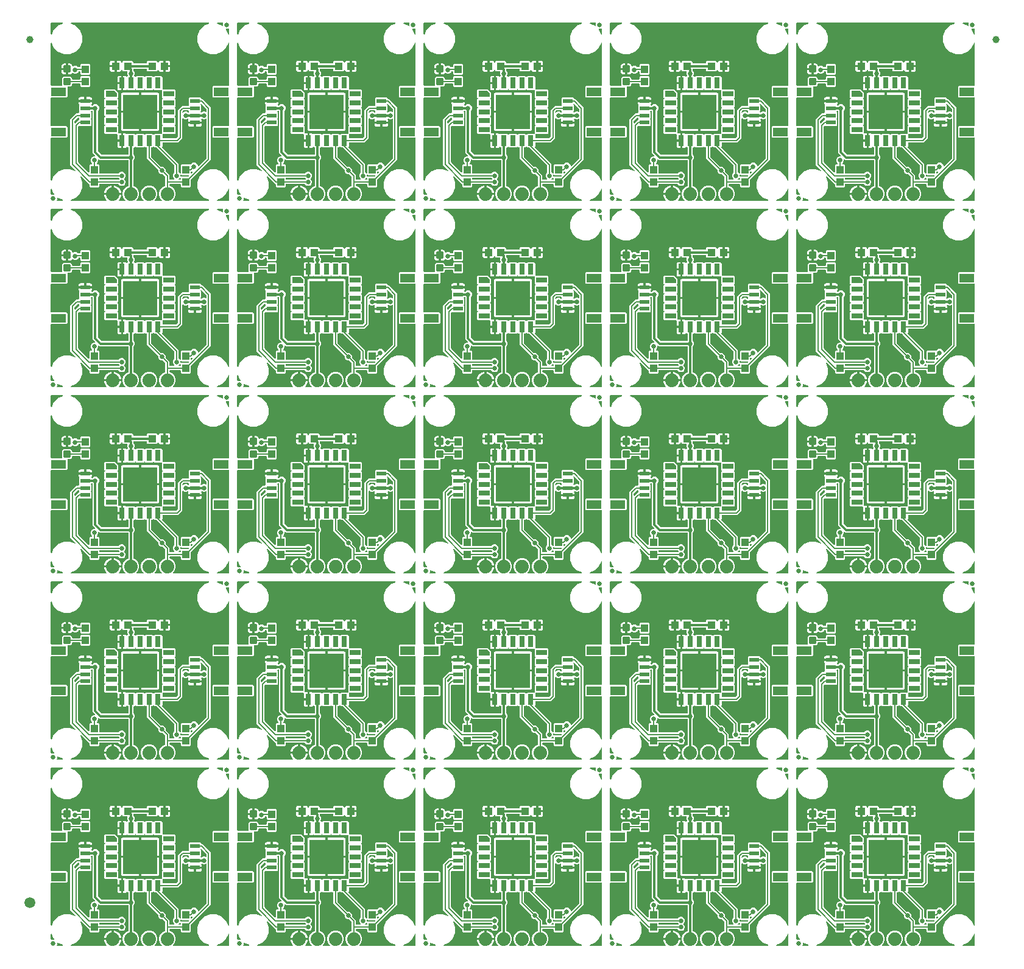
<source format=gtl>
G04 EAGLE Gerber RS-274X export*
G75*
%MOMM*%
%FSLAX34Y34*%
%LPD*%
%INTop Copper*%
%IPPOS*%
%AMOC8*
5,1,8,0,0,1.08239X$1,22.5*%
G01*
%ADD10C,0.635000*%
%ADD11R,2.000000X1.200000*%
%ADD12R,1.350000X0.600000*%
%ADD13C,1.879600*%
%ADD14C,0.300000*%
%ADD15R,1.000000X1.100000*%
%ADD16R,4.800000X4.800000*%
%ADD17R,0.500000X0.500000*%
%ADD18R,1.500000X0.800000*%
%ADD19R,0.800000X1.500000*%
%ADD20R,1.100000X1.000000*%
%ADD21C,1.000000*%
%ADD22C,1.500000*%
%ADD23C,0.304800*%
%ADD24C,0.660400*%
%ADD25C,0.177800*%

G36*
X222410Y521224D02*
X222410Y521224D01*
X222507Y521234D01*
X222531Y521244D01*
X222557Y521248D01*
X222643Y521294D01*
X222732Y521334D01*
X222751Y521351D01*
X222775Y521364D01*
X222841Y521434D01*
X222913Y521500D01*
X222926Y521523D01*
X222944Y521542D01*
X222985Y521630D01*
X223032Y521716D01*
X223037Y521741D01*
X223048Y521765D01*
X223058Y521862D01*
X223076Y521958D01*
X223072Y521984D01*
X223075Y522009D01*
X223054Y522105D01*
X223040Y522201D01*
X223028Y522224D01*
X223022Y522250D01*
X222972Y522333D01*
X222928Y522420D01*
X222910Y522439D01*
X222896Y522461D01*
X222822Y522524D01*
X222753Y522592D01*
X222724Y522608D01*
X222709Y522621D01*
X222679Y522633D01*
X222606Y522673D01*
X216370Y525256D01*
X210296Y531330D01*
X207009Y539265D01*
X207009Y547855D01*
X210296Y555790D01*
X216370Y561864D01*
X224305Y565151D01*
X232895Y565151D01*
X240830Y561864D01*
X246904Y555790D01*
X249487Y549554D01*
X249538Y549471D01*
X249584Y549385D01*
X249603Y549367D01*
X249616Y549345D01*
X249691Y549283D01*
X249762Y549216D01*
X249786Y549205D01*
X249806Y549188D01*
X249897Y549153D01*
X249985Y549112D01*
X250011Y549110D01*
X250035Y549100D01*
X250133Y549096D01*
X250229Y549085D01*
X250255Y549091D01*
X250281Y549090D01*
X250375Y549117D01*
X250470Y549138D01*
X250492Y549151D01*
X250517Y549158D01*
X250597Y549214D01*
X250681Y549264D01*
X250698Y549284D01*
X250719Y549299D01*
X250778Y549377D01*
X250841Y549451D01*
X250851Y549475D01*
X250866Y549496D01*
X250896Y549588D01*
X250933Y549679D01*
X250936Y549711D01*
X250942Y549730D01*
X250942Y549763D01*
X250951Y549846D01*
X250951Y608366D01*
X250948Y608386D01*
X250950Y608405D01*
X250928Y608507D01*
X250912Y608609D01*
X250902Y608626D01*
X250898Y608646D01*
X250845Y608735D01*
X250796Y608826D01*
X250782Y608840D01*
X250772Y608857D01*
X250693Y608924D01*
X250618Y608996D01*
X250600Y609004D01*
X250585Y609017D01*
X250489Y609056D01*
X250395Y609099D01*
X250375Y609101D01*
X250357Y609109D01*
X250190Y609127D01*
X229108Y609127D01*
X227917Y610318D01*
X227917Y624002D01*
X229108Y625193D01*
X250190Y625193D01*
X250210Y625196D01*
X250229Y625194D01*
X250331Y625216D01*
X250433Y625232D01*
X250450Y625242D01*
X250470Y625246D01*
X250559Y625299D01*
X250650Y625348D01*
X250664Y625362D01*
X250681Y625372D01*
X250748Y625451D01*
X250820Y625526D01*
X250828Y625544D01*
X250841Y625559D01*
X250880Y625655D01*
X250923Y625749D01*
X250925Y625769D01*
X250933Y625787D01*
X250951Y625954D01*
X250951Y664366D01*
X250948Y664386D01*
X250950Y664405D01*
X250928Y664506D01*
X250912Y664609D01*
X250902Y664626D01*
X250898Y664646D01*
X250845Y664735D01*
X250796Y664826D01*
X250782Y664840D01*
X250772Y664857D01*
X250693Y664924D01*
X250618Y664996D01*
X250600Y665004D01*
X250585Y665017D01*
X250489Y665056D01*
X250395Y665099D01*
X250375Y665101D01*
X250357Y665109D01*
X250190Y665127D01*
X229108Y665127D01*
X227917Y666318D01*
X227917Y680002D01*
X229108Y681193D01*
X250190Y681193D01*
X250210Y681196D01*
X250229Y681194D01*
X250331Y681216D01*
X250433Y681232D01*
X250450Y681242D01*
X250470Y681246D01*
X250559Y681299D01*
X250650Y681348D01*
X250664Y681362D01*
X250681Y681372D01*
X250748Y681451D01*
X250820Y681526D01*
X250828Y681544D01*
X250841Y681559D01*
X250880Y681655D01*
X250923Y681749D01*
X250925Y681769D01*
X250933Y681787D01*
X250951Y681954D01*
X250951Y740474D01*
X250950Y740484D01*
X250950Y740488D01*
X250945Y740511D01*
X250936Y740570D01*
X250926Y740667D01*
X250916Y740691D01*
X250912Y740717D01*
X250866Y740803D01*
X250826Y740892D01*
X250809Y740911D01*
X250796Y740935D01*
X250726Y741001D01*
X250660Y741073D01*
X250637Y741086D01*
X250618Y741104D01*
X250530Y741145D01*
X250444Y741192D01*
X250419Y741197D01*
X250395Y741208D01*
X250298Y741218D01*
X250202Y741236D01*
X250176Y741232D01*
X250151Y741235D01*
X250055Y741214D01*
X249959Y741200D01*
X249936Y741188D01*
X249910Y741182D01*
X249827Y741132D01*
X249740Y741088D01*
X249721Y741070D01*
X249699Y741056D01*
X249636Y740982D01*
X249568Y740913D01*
X249552Y740884D01*
X249539Y740869D01*
X249527Y740839D01*
X249487Y740766D01*
X246904Y734530D01*
X240830Y728456D01*
X232895Y725169D01*
X224305Y725169D01*
X216370Y728456D01*
X210296Y734530D01*
X207009Y742465D01*
X207009Y751055D01*
X210296Y758990D01*
X216370Y765064D01*
X222606Y767647D01*
X222689Y767698D01*
X222775Y767744D01*
X222793Y767763D01*
X222815Y767776D01*
X222877Y767851D01*
X222944Y767922D01*
X222955Y767946D01*
X222972Y767966D01*
X223007Y768057D01*
X223048Y768145D01*
X223050Y768171D01*
X223060Y768195D01*
X223064Y768293D01*
X223075Y768389D01*
X223069Y768415D01*
X223070Y768441D01*
X223043Y768535D01*
X223022Y768630D01*
X223009Y768652D01*
X223002Y768677D01*
X222946Y768757D01*
X222896Y768841D01*
X222876Y768858D01*
X222861Y768879D01*
X222783Y768938D01*
X222709Y769001D01*
X222685Y769011D01*
X222664Y769026D01*
X222572Y769056D01*
X222481Y769093D01*
X222449Y769096D01*
X222430Y769102D01*
X222397Y769102D01*
X222314Y769111D01*
X31686Y769111D01*
X31590Y769096D01*
X31493Y769086D01*
X31469Y769076D01*
X31443Y769072D01*
X31357Y769026D01*
X31268Y768986D01*
X31249Y768969D01*
X31225Y768956D01*
X31158Y768886D01*
X31087Y768820D01*
X31074Y768797D01*
X31056Y768778D01*
X31015Y768690D01*
X30968Y768604D01*
X30963Y768579D01*
X30952Y768555D01*
X30942Y768458D01*
X30924Y768362D01*
X30928Y768336D01*
X30925Y768311D01*
X30946Y768215D01*
X30960Y768119D01*
X30972Y768096D01*
X30978Y768070D01*
X31028Y767987D01*
X31072Y767900D01*
X31090Y767881D01*
X31104Y767859D01*
X31178Y767796D01*
X31247Y767728D01*
X31276Y767712D01*
X31291Y767699D01*
X31321Y767687D01*
X31394Y767647D01*
X37630Y765064D01*
X43704Y758990D01*
X46991Y751055D01*
X46991Y742465D01*
X43704Y734530D01*
X37630Y728456D01*
X29695Y725169D01*
X21105Y725169D01*
X13170Y728456D01*
X7096Y734530D01*
X4513Y740766D01*
X4462Y740849D01*
X4416Y740935D01*
X4397Y740953D01*
X4384Y740975D01*
X4309Y741037D01*
X4238Y741104D01*
X4214Y741115D01*
X4194Y741132D01*
X4103Y741167D01*
X4015Y741208D01*
X3989Y741210D01*
X3965Y741220D01*
X3867Y741224D01*
X3771Y741235D01*
X3745Y741229D01*
X3719Y741230D01*
X3625Y741203D01*
X3530Y741182D01*
X3508Y741169D01*
X3483Y741162D01*
X3403Y741106D01*
X3319Y741056D01*
X3302Y741036D01*
X3281Y741021D01*
X3222Y740943D01*
X3159Y740869D01*
X3149Y740845D01*
X3134Y740824D01*
X3104Y740732D01*
X3067Y740641D01*
X3064Y740609D01*
X3058Y740590D01*
X3058Y740557D01*
X3049Y740474D01*
X3049Y681954D01*
X3052Y681934D01*
X3050Y681915D01*
X3072Y681813D01*
X3088Y681711D01*
X3098Y681694D01*
X3102Y681674D01*
X3155Y681585D01*
X3204Y681494D01*
X3218Y681480D01*
X3228Y681463D01*
X3307Y681396D01*
X3382Y681324D01*
X3400Y681316D01*
X3415Y681303D01*
X3511Y681264D01*
X3605Y681221D01*
X3625Y681219D01*
X3643Y681211D01*
X3810Y681193D01*
X17606Y681193D01*
X17626Y681196D01*
X17645Y681194D01*
X17747Y681216D01*
X17849Y681232D01*
X17866Y681242D01*
X17886Y681246D01*
X17975Y681299D01*
X18066Y681348D01*
X18080Y681362D01*
X18097Y681372D01*
X18164Y681451D01*
X18236Y681526D01*
X18244Y681544D01*
X18257Y681559D01*
X18296Y681655D01*
X18339Y681749D01*
X18341Y681769D01*
X18349Y681787D01*
X18367Y681954D01*
X18367Y692153D01*
X20437Y694223D01*
X30363Y694223D01*
X32433Y692153D01*
X32433Y690873D01*
X32436Y690853D01*
X32434Y690834D01*
X32456Y690732D01*
X32472Y690630D01*
X32482Y690613D01*
X32486Y690593D01*
X32539Y690504D01*
X32588Y690413D01*
X32602Y690399D01*
X32612Y690382D01*
X32691Y690315D01*
X32766Y690243D01*
X32784Y690235D01*
X32799Y690222D01*
X32895Y690183D01*
X32989Y690140D01*
X33009Y690138D01*
X33027Y690130D01*
X33194Y690112D01*
X43006Y690112D01*
X43026Y690115D01*
X43045Y690113D01*
X43147Y690135D01*
X43249Y690151D01*
X43266Y690161D01*
X43286Y690165D01*
X43375Y690218D01*
X43466Y690267D01*
X43480Y690281D01*
X43497Y690291D01*
X43564Y690370D01*
X43636Y690445D01*
X43644Y690463D01*
X43657Y690478D01*
X43696Y690574D01*
X43739Y690668D01*
X43741Y690688D01*
X43749Y690706D01*
X43767Y690873D01*
X43767Y693802D01*
X44958Y694993D01*
X56642Y694993D01*
X57833Y693802D01*
X57833Y681118D01*
X56642Y679927D01*
X44958Y679927D01*
X43767Y681118D01*
X43767Y683507D01*
X43764Y683527D01*
X43766Y683546D01*
X43744Y683648D01*
X43728Y683750D01*
X43718Y683767D01*
X43714Y683787D01*
X43661Y683876D01*
X43612Y683967D01*
X43598Y683981D01*
X43588Y683998D01*
X43509Y684065D01*
X43434Y684137D01*
X43416Y684145D01*
X43401Y684158D01*
X43305Y684197D01*
X43211Y684240D01*
X43191Y684242D01*
X43173Y684250D01*
X43006Y684268D01*
X33194Y684268D01*
X33174Y684265D01*
X33155Y684267D01*
X33053Y684245D01*
X32951Y684229D01*
X32934Y684219D01*
X32914Y684215D01*
X32825Y684162D01*
X32734Y684113D01*
X32720Y684099D01*
X32703Y684089D01*
X32636Y684010D01*
X32564Y683935D01*
X32556Y683917D01*
X32543Y683902D01*
X32504Y683806D01*
X32461Y683712D01*
X32459Y683692D01*
X32451Y683674D01*
X32433Y683507D01*
X32433Y682227D01*
X30363Y680157D01*
X26844Y680157D01*
X26824Y680154D01*
X26805Y680156D01*
X26703Y680134D01*
X26601Y680118D01*
X26584Y680108D01*
X26564Y680104D01*
X26475Y680051D01*
X26384Y680002D01*
X26370Y679988D01*
X26353Y679978D01*
X26286Y679899D01*
X26214Y679824D01*
X26206Y679806D01*
X26193Y679791D01*
X26154Y679695D01*
X26111Y679601D01*
X26109Y679581D01*
X26101Y679563D01*
X26083Y679396D01*
X26083Y666318D01*
X24892Y665127D01*
X3810Y665127D01*
X3790Y665124D01*
X3771Y665126D01*
X3669Y665104D01*
X3567Y665088D01*
X3550Y665078D01*
X3530Y665074D01*
X3441Y665021D01*
X3350Y664972D01*
X3336Y664958D01*
X3319Y664948D01*
X3252Y664869D01*
X3180Y664794D01*
X3172Y664776D01*
X3159Y664761D01*
X3120Y664665D01*
X3077Y664571D01*
X3075Y664551D01*
X3067Y664533D01*
X3049Y664366D01*
X3049Y625954D01*
X3052Y625934D01*
X3050Y625915D01*
X3072Y625813D01*
X3088Y625711D01*
X3098Y625694D01*
X3102Y625674D01*
X3155Y625585D01*
X3204Y625494D01*
X3218Y625480D01*
X3228Y625463D01*
X3307Y625396D01*
X3382Y625324D01*
X3400Y625316D01*
X3415Y625303D01*
X3511Y625264D01*
X3605Y625221D01*
X3625Y625219D01*
X3643Y625211D01*
X3810Y625193D01*
X24892Y625193D01*
X26083Y624002D01*
X26083Y610318D01*
X24892Y609127D01*
X3810Y609127D01*
X3790Y609124D01*
X3771Y609126D01*
X3669Y609104D01*
X3567Y609088D01*
X3550Y609078D01*
X3530Y609074D01*
X3441Y609021D01*
X3350Y608972D01*
X3336Y608958D01*
X3319Y608948D01*
X3252Y608869D01*
X3180Y608794D01*
X3172Y608776D01*
X3159Y608761D01*
X3120Y608665D01*
X3077Y608571D01*
X3075Y608551D01*
X3067Y608533D01*
X3049Y608366D01*
X3049Y549846D01*
X3064Y549750D01*
X3074Y549653D01*
X3084Y549629D01*
X3088Y549603D01*
X3134Y549517D01*
X3174Y549428D01*
X3191Y549409D01*
X3204Y549385D01*
X3274Y549319D01*
X3340Y549247D01*
X3363Y549234D01*
X3382Y549216D01*
X3470Y549175D01*
X3556Y549128D01*
X3581Y549123D01*
X3605Y549112D01*
X3702Y549102D01*
X3798Y549084D01*
X3824Y549088D01*
X3849Y549085D01*
X3945Y549106D01*
X4041Y549120D01*
X4064Y549132D01*
X4090Y549138D01*
X4173Y549188D01*
X4260Y549232D01*
X4279Y549250D01*
X4301Y549264D01*
X4364Y549338D01*
X4432Y549407D01*
X4448Y549436D01*
X4461Y549451D01*
X4473Y549481D01*
X4513Y549554D01*
X7096Y555790D01*
X13170Y561864D01*
X21105Y565151D01*
X29695Y565151D01*
X36287Y562420D01*
X36381Y562398D01*
X36474Y562369D01*
X36501Y562370D01*
X36526Y562364D01*
X36623Y562373D01*
X36720Y562376D01*
X36745Y562385D01*
X36771Y562387D01*
X36860Y562427D01*
X36951Y562460D01*
X36972Y562477D01*
X36996Y562487D01*
X37067Y562553D01*
X37143Y562614D01*
X37158Y562636D01*
X37177Y562654D01*
X37224Y562739D01*
X37276Y562821D01*
X37283Y562846D01*
X37295Y562869D01*
X37313Y562965D01*
X37336Y563059D01*
X37334Y563085D01*
X37339Y563111D01*
X37325Y563208D01*
X37317Y563305D01*
X37307Y563329D01*
X37303Y563355D01*
X37259Y563442D01*
X37221Y563531D01*
X37201Y563556D01*
X37192Y563574D01*
X37168Y563597D01*
X37116Y563662D01*
X30098Y570680D01*
X30098Y634940D01*
X36305Y641147D01*
X38240Y643082D01*
X41256Y643082D01*
X41276Y643085D01*
X41295Y643083D01*
X41397Y643105D01*
X41499Y643121D01*
X41516Y643131D01*
X41536Y643135D01*
X41625Y643188D01*
X41716Y643237D01*
X41730Y643251D01*
X41747Y643261D01*
X41814Y643340D01*
X41886Y643415D01*
X41894Y643433D01*
X41907Y643448D01*
X41946Y643544D01*
X41989Y643638D01*
X41991Y643658D01*
X41999Y643676D01*
X42017Y643843D01*
X42017Y644002D01*
X42637Y644622D01*
X42649Y644638D01*
X42664Y644650D01*
X42720Y644738D01*
X42781Y644821D01*
X42786Y644840D01*
X42797Y644857D01*
X42822Y644958D01*
X42853Y645057D01*
X42852Y645076D01*
X42857Y645096D01*
X42849Y645199D01*
X42847Y645302D01*
X42840Y645321D01*
X42838Y645341D01*
X42798Y645436D01*
X42762Y645533D01*
X42750Y645549D01*
X42742Y645567D01*
X42637Y645698D01*
X42017Y646318D01*
X42017Y654002D01*
X42278Y654262D01*
X42289Y654279D01*
X42305Y654291D01*
X42361Y654378D01*
X42421Y654462D01*
X42427Y654481D01*
X42438Y654498D01*
X42463Y654598D01*
X42494Y654697D01*
X42493Y654717D01*
X42498Y654737D01*
X42490Y654840D01*
X42487Y654943D01*
X42480Y654962D01*
X42479Y654982D01*
X42438Y655077D01*
X42403Y655174D01*
X42390Y655190D01*
X42383Y655208D01*
X42278Y655339D01*
X42017Y655600D01*
X41682Y656179D01*
X41509Y656826D01*
X41509Y658661D01*
X50062Y658661D01*
X50081Y658664D01*
X50101Y658662D01*
X50203Y658684D01*
X50305Y658700D01*
X50322Y658710D01*
X50342Y658714D01*
X50431Y658767D01*
X50522Y658816D01*
X50536Y658830D01*
X50553Y658840D01*
X50620Y658919D01*
X50691Y658994D01*
X50700Y659012D01*
X50713Y659027D01*
X50751Y659123D01*
X50795Y659217D01*
X50797Y659237D01*
X50804Y659255D01*
X50817Y659179D01*
X50826Y659162D01*
X50830Y659142D01*
X50883Y659053D01*
X50932Y658962D01*
X50946Y658948D01*
X50956Y658931D01*
X51035Y658864D01*
X51110Y658792D01*
X51128Y658784D01*
X51143Y658771D01*
X51240Y658732D01*
X51333Y658689D01*
X51353Y658687D01*
X51371Y658679D01*
X51538Y658661D01*
X60091Y658661D01*
X60091Y656826D01*
X59918Y656179D01*
X59583Y655600D01*
X59322Y655339D01*
X59311Y655323D01*
X59295Y655310D01*
X59239Y655223D01*
X59179Y655139D01*
X59173Y655120D01*
X59162Y655104D01*
X59137Y655003D01*
X59106Y654904D01*
X59107Y654884D01*
X59102Y654865D01*
X59110Y654762D01*
X59113Y654658D01*
X59120Y654640D01*
X59121Y654620D01*
X59162Y654525D01*
X59197Y654427D01*
X59210Y654412D01*
X59217Y654393D01*
X59322Y654262D01*
X59645Y653940D01*
X59719Y653887D01*
X59788Y653827D01*
X59819Y653815D01*
X59845Y653796D01*
X59932Y653769D01*
X60017Y653735D01*
X60058Y653731D01*
X60080Y653724D01*
X60112Y653725D01*
X60183Y653717D01*
X60387Y653717D01*
X60477Y653731D01*
X60568Y653739D01*
X60598Y653751D01*
X60630Y653756D01*
X60710Y653799D01*
X60794Y653835D01*
X60826Y653861D01*
X60847Y653872D01*
X60869Y653895D01*
X60925Y653940D01*
X61748Y654763D01*
X63709Y655575D01*
X65831Y655575D01*
X67792Y654763D01*
X69293Y653262D01*
X70105Y651301D01*
X70105Y649179D01*
X69293Y647218D01*
X68550Y646475D01*
X68497Y646401D01*
X68437Y646332D01*
X68425Y646302D01*
X68406Y646276D01*
X68379Y646188D01*
X68345Y646104D01*
X68341Y646063D01*
X68334Y646040D01*
X68335Y646008D01*
X68327Y645937D01*
X68327Y591069D01*
X68341Y590978D01*
X68349Y590888D01*
X68361Y590858D01*
X68366Y590826D01*
X68409Y590745D01*
X68445Y590661D01*
X68471Y590629D01*
X68482Y590608D01*
X68505Y590586D01*
X68550Y590530D01*
X73640Y585440D01*
X73714Y585387D01*
X73784Y585327D01*
X73814Y585315D01*
X73840Y585296D01*
X73927Y585269D01*
X74012Y585235D01*
X74053Y585231D01*
X74075Y585224D01*
X74107Y585225D01*
X74179Y585217D01*
X109997Y585217D01*
X110087Y585231D01*
X110178Y585239D01*
X110208Y585251D01*
X110240Y585256D01*
X110320Y585299D01*
X110404Y585335D01*
X110436Y585361D01*
X110457Y585372D01*
X110479Y585395D01*
X110535Y585440D01*
X110720Y585625D01*
X110773Y585699D01*
X110833Y585768D01*
X110845Y585798D01*
X110864Y585825D01*
X110891Y585911D01*
X110925Y585996D01*
X110929Y586037D01*
X110936Y586060D01*
X110935Y586092D01*
X110943Y586163D01*
X110943Y594866D01*
X110940Y594886D01*
X110942Y594905D01*
X110920Y595007D01*
X110904Y595109D01*
X110894Y595126D01*
X110890Y595146D01*
X110837Y595235D01*
X110788Y595326D01*
X110774Y595340D01*
X110764Y595357D01*
X110685Y595424D01*
X110610Y595496D01*
X110592Y595504D01*
X110577Y595517D01*
X110481Y595556D01*
X110387Y595599D01*
X110367Y595601D01*
X110349Y595609D01*
X110182Y595627D01*
X109658Y595627D01*
X109147Y596138D01*
X109131Y596149D01*
X109119Y596165D01*
X109032Y596221D01*
X108948Y596281D01*
X108929Y596287D01*
X108912Y596298D01*
X108812Y596323D01*
X108713Y596354D01*
X108693Y596353D01*
X108673Y596358D01*
X108570Y596350D01*
X108467Y596347D01*
X108448Y596340D01*
X108428Y596339D01*
X108333Y596298D01*
X108236Y596263D01*
X108220Y596250D01*
X108202Y596243D01*
X108071Y596138D01*
X107560Y595627D01*
X106981Y595292D01*
X106334Y595119D01*
X103523Y595119D01*
X103523Y604398D01*
X103520Y604418D01*
X103522Y604437D01*
X103500Y604539D01*
X103483Y604641D01*
X103474Y604658D01*
X103470Y604678D01*
X103417Y604767D01*
X103368Y604858D01*
X103354Y604872D01*
X103344Y604889D01*
X103265Y604956D01*
X103190Y605027D01*
X103172Y605036D01*
X103157Y605049D01*
X103061Y605088D01*
X102967Y605131D01*
X102947Y605133D01*
X102929Y605141D01*
X102762Y605159D01*
X101999Y605159D01*
X101999Y605161D01*
X102762Y605161D01*
X102782Y605164D01*
X102801Y605162D01*
X102903Y605184D01*
X103005Y605201D01*
X103022Y605210D01*
X103042Y605214D01*
X103131Y605267D01*
X103222Y605316D01*
X103236Y605330D01*
X103253Y605340D01*
X103320Y605419D01*
X103391Y605494D01*
X103400Y605512D01*
X103413Y605527D01*
X103452Y605623D01*
X103495Y605717D01*
X103497Y605737D01*
X103505Y605755D01*
X103523Y605922D01*
X103523Y615201D01*
X106334Y615201D01*
X106981Y615028D01*
X107560Y614693D01*
X108071Y614182D01*
X108087Y614171D01*
X108100Y614155D01*
X108187Y614099D01*
X108271Y614039D01*
X108290Y614033D01*
X108306Y614022D01*
X108407Y613997D01*
X108506Y613966D01*
X108526Y613967D01*
X108545Y613962D01*
X108648Y613970D01*
X108752Y613973D01*
X108770Y613980D01*
X108790Y613981D01*
X108885Y614022D01*
X108983Y614057D01*
X108998Y614070D01*
X109017Y614077D01*
X109147Y614182D01*
X109658Y614693D01*
X119342Y614693D01*
X120212Y613823D01*
X120228Y613811D01*
X120240Y613796D01*
X120328Y613740D01*
X120411Y613679D01*
X120430Y613674D01*
X120447Y613663D01*
X120548Y613638D01*
X120647Y613607D01*
X120666Y613608D01*
X120686Y613603D01*
X120789Y613611D01*
X120892Y613613D01*
X120911Y613620D01*
X120931Y613622D01*
X121026Y613662D01*
X121123Y613698D01*
X121139Y613710D01*
X121157Y613718D01*
X121288Y613823D01*
X122158Y614693D01*
X131842Y614693D01*
X132712Y613823D01*
X132728Y613811D01*
X132740Y613796D01*
X132828Y613740D01*
X132911Y613679D01*
X132930Y613674D01*
X132947Y613663D01*
X133048Y613638D01*
X133147Y613607D01*
X133166Y613608D01*
X133186Y613603D01*
X133289Y613611D01*
X133392Y613613D01*
X133411Y613620D01*
X133431Y613622D01*
X133526Y613662D01*
X133623Y613698D01*
X133639Y613710D01*
X133657Y613718D01*
X133788Y613823D01*
X134658Y614693D01*
X144342Y614693D01*
X145212Y613823D01*
X145228Y613811D01*
X145240Y613796D01*
X145328Y613740D01*
X145411Y613679D01*
X145430Y613674D01*
X145447Y613663D01*
X145548Y613638D01*
X145647Y613607D01*
X145666Y613608D01*
X145686Y613603D01*
X145789Y613611D01*
X145892Y613613D01*
X145911Y613620D01*
X145931Y613622D01*
X146026Y613662D01*
X146123Y613698D01*
X146139Y613710D01*
X146157Y613718D01*
X146288Y613823D01*
X147158Y614693D01*
X156706Y614693D01*
X156726Y614696D01*
X156745Y614694D01*
X156847Y614716D01*
X156949Y614732D01*
X156966Y614742D01*
X156986Y614746D01*
X157075Y614799D01*
X157166Y614848D01*
X157180Y614862D01*
X157197Y614872D01*
X157264Y614951D01*
X157336Y615026D01*
X157344Y615044D01*
X157357Y615059D01*
X157396Y615155D01*
X157439Y615249D01*
X157441Y615269D01*
X157449Y615287D01*
X157467Y615454D01*
X157467Y625002D01*
X158337Y625872D01*
X158349Y625888D01*
X158364Y625900D01*
X158420Y625988D01*
X158481Y626071D01*
X158486Y626090D01*
X158497Y626107D01*
X158522Y626208D01*
X158553Y626307D01*
X158552Y626326D01*
X158557Y626346D01*
X158549Y626449D01*
X158547Y626552D01*
X158540Y626571D01*
X158538Y626591D01*
X158498Y626686D01*
X158462Y626783D01*
X158450Y626799D01*
X158442Y626817D01*
X158337Y626948D01*
X157467Y627818D01*
X157467Y637502D01*
X158337Y638372D01*
X158349Y638388D01*
X158364Y638400D01*
X158420Y638488D01*
X158481Y638571D01*
X158486Y638590D01*
X158497Y638607D01*
X158522Y638708D01*
X158553Y638807D01*
X158552Y638826D01*
X158557Y638846D01*
X158549Y638949D01*
X158547Y639052D01*
X158540Y639071D01*
X158538Y639091D01*
X158498Y639186D01*
X158462Y639283D01*
X158450Y639299D01*
X158442Y639317D01*
X158337Y639448D01*
X157467Y640318D01*
X157467Y650002D01*
X158337Y650872D01*
X158349Y650888D01*
X158364Y650900D01*
X158395Y650949D01*
X158401Y650954D01*
X158405Y650964D01*
X158420Y650988D01*
X158481Y651071D01*
X158486Y651090D01*
X158497Y651107D01*
X158522Y651208D01*
X158553Y651307D01*
X158552Y651326D01*
X158557Y651346D01*
X158549Y651449D01*
X158547Y651552D01*
X158540Y651571D01*
X158538Y651591D01*
X158498Y651686D01*
X158462Y651783D01*
X158450Y651799D01*
X158442Y651817D01*
X158337Y651948D01*
X157467Y652818D01*
X157467Y662502D01*
X158337Y663372D01*
X158349Y663388D01*
X158364Y663400D01*
X158420Y663488D01*
X158481Y663571D01*
X158486Y663590D01*
X158497Y663607D01*
X158522Y663708D01*
X158553Y663807D01*
X158552Y663826D01*
X158557Y663846D01*
X158549Y663949D01*
X158547Y664052D01*
X158540Y664071D01*
X158538Y664091D01*
X158498Y664186D01*
X158462Y664283D01*
X158450Y664299D01*
X158442Y664317D01*
X158337Y664448D01*
X157467Y665318D01*
X157467Y674866D01*
X157464Y674886D01*
X157466Y674905D01*
X157444Y675007D01*
X157428Y675109D01*
X157418Y675126D01*
X157414Y675146D01*
X157361Y675235D01*
X157312Y675326D01*
X157298Y675340D01*
X157288Y675357D01*
X157209Y675424D01*
X157134Y675496D01*
X157116Y675504D01*
X157101Y675517D01*
X157005Y675556D01*
X156911Y675599D01*
X156891Y675601D01*
X156873Y675609D01*
X156706Y675627D01*
X147158Y675627D01*
X146288Y676497D01*
X146272Y676509D01*
X146260Y676524D01*
X146172Y676580D01*
X146089Y676641D01*
X146070Y676646D01*
X146053Y676657D01*
X145952Y676682D01*
X145853Y676713D01*
X145834Y676712D01*
X145814Y676717D01*
X145711Y676709D01*
X145608Y676707D01*
X145589Y676700D01*
X145569Y676698D01*
X145474Y676658D01*
X145377Y676622D01*
X145361Y676610D01*
X145343Y676602D01*
X145212Y676497D01*
X144342Y675627D01*
X134658Y675627D01*
X133788Y676497D01*
X133772Y676509D01*
X133760Y676524D01*
X133672Y676580D01*
X133589Y676641D01*
X133570Y676646D01*
X133553Y676657D01*
X133452Y676682D01*
X133353Y676713D01*
X133334Y676712D01*
X133314Y676717D01*
X133211Y676709D01*
X133108Y676707D01*
X133089Y676700D01*
X133069Y676698D01*
X132974Y676658D01*
X132877Y676622D01*
X132861Y676610D01*
X132843Y676602D01*
X132712Y676497D01*
X131842Y675627D01*
X122158Y675627D01*
X121288Y676497D01*
X121272Y676509D01*
X121260Y676524D01*
X121172Y676580D01*
X121089Y676641D01*
X121070Y676646D01*
X121053Y676657D01*
X120952Y676682D01*
X120853Y676713D01*
X120834Y676712D01*
X120814Y676717D01*
X120711Y676709D01*
X120608Y676707D01*
X120589Y676700D01*
X120569Y676698D01*
X120474Y676658D01*
X120377Y676622D01*
X120361Y676610D01*
X120343Y676602D01*
X120212Y676497D01*
X119342Y675627D01*
X109658Y675627D01*
X109147Y676138D01*
X109131Y676149D01*
X109119Y676165D01*
X109032Y676221D01*
X108948Y676281D01*
X108929Y676287D01*
X108912Y676298D01*
X108812Y676323D01*
X108713Y676354D01*
X108693Y676353D01*
X108673Y676358D01*
X108570Y676350D01*
X108467Y676347D01*
X108448Y676340D01*
X108428Y676339D01*
X108333Y676298D01*
X108236Y676263D01*
X108220Y676250D01*
X108202Y676243D01*
X108071Y676138D01*
X107560Y675627D01*
X106981Y675292D01*
X106334Y675119D01*
X103523Y675119D01*
X103523Y684398D01*
X103520Y684418D01*
X103522Y684437D01*
X103500Y684539D01*
X103483Y684641D01*
X103474Y684658D01*
X103470Y684678D01*
X103417Y684767D01*
X103368Y684858D01*
X103354Y684872D01*
X103344Y684889D01*
X103265Y684956D01*
X103190Y685027D01*
X103172Y685036D01*
X103157Y685049D01*
X103061Y685088D01*
X102967Y685131D01*
X102947Y685133D01*
X102929Y685141D01*
X102762Y685159D01*
X101999Y685159D01*
X101999Y685161D01*
X102762Y685161D01*
X102782Y685164D01*
X102801Y685162D01*
X102903Y685184D01*
X103005Y685201D01*
X103022Y685210D01*
X103042Y685214D01*
X103131Y685267D01*
X103222Y685316D01*
X103236Y685330D01*
X103253Y685340D01*
X103320Y685419D01*
X103391Y685494D01*
X103400Y685512D01*
X103413Y685527D01*
X103452Y685623D01*
X103495Y685717D01*
X103497Y685737D01*
X103505Y685755D01*
X103523Y685922D01*
X103523Y695201D01*
X106334Y695201D01*
X106981Y695028D01*
X107560Y694693D01*
X108071Y694182D01*
X108087Y694171D01*
X108100Y694155D01*
X108187Y694099D01*
X108271Y694039D01*
X108290Y694033D01*
X108306Y694022D01*
X108407Y693997D01*
X108506Y693966D01*
X108526Y693967D01*
X108545Y693962D01*
X108648Y693970D01*
X108752Y693973D01*
X108770Y693980D01*
X108790Y693981D01*
X108885Y694021D01*
X108983Y694057D01*
X108998Y694070D01*
X109017Y694077D01*
X109147Y694182D01*
X109613Y694648D01*
X109681Y694742D01*
X109751Y694836D01*
X109753Y694842D01*
X109756Y694847D01*
X109791Y694958D01*
X109827Y695070D01*
X109827Y695076D01*
X109829Y695082D01*
X109826Y695199D01*
X109825Y695316D01*
X109822Y695323D01*
X109822Y695328D01*
X109816Y695346D01*
X109778Y695477D01*
X108965Y697439D01*
X108965Y699561D01*
X109385Y700575D01*
X109395Y700619D01*
X109414Y700659D01*
X109415Y700661D01*
X109423Y700738D01*
X109441Y700814D01*
X109437Y700860D01*
X109442Y700905D01*
X109425Y700982D01*
X109418Y701059D01*
X109400Y701101D01*
X109390Y701146D01*
X109350Y701213D01*
X109318Y701284D01*
X109287Y701318D01*
X109264Y701357D01*
X109204Y701408D01*
X109152Y701465D01*
X109112Y701487D01*
X109077Y701517D01*
X109004Y701546D01*
X108936Y701583D01*
X108891Y701592D01*
X108849Y701609D01*
X108713Y701624D01*
X108694Y701627D01*
X108689Y701626D01*
X108682Y701627D01*
X103758Y701627D01*
X102567Y702818D01*
X102567Y702867D01*
X102563Y702891D01*
X102566Y702915D01*
X102544Y703012D01*
X102528Y703110D01*
X102516Y703131D01*
X102511Y703155D01*
X102459Y703240D01*
X102412Y703327D01*
X102395Y703344D01*
X102382Y703365D01*
X102306Y703428D01*
X102234Y703497D01*
X102212Y703507D01*
X102194Y703522D01*
X102101Y703558D01*
X102011Y703600D01*
X101987Y703603D01*
X101965Y703612D01*
X101865Y703616D01*
X101767Y703627D01*
X101743Y703622D01*
X101719Y703623D01*
X101623Y703596D01*
X101526Y703575D01*
X101505Y703563D01*
X101482Y703556D01*
X101400Y703500D01*
X101315Y703449D01*
X101299Y703431D01*
X101280Y703417D01*
X101220Y703338D01*
X101155Y703262D01*
X101146Y703240D01*
X101132Y703220D01*
X101071Y703064D01*
X100968Y702679D01*
X100633Y702100D01*
X100160Y701627D01*
X99581Y701292D01*
X98934Y701119D01*
X94623Y701119D01*
X94623Y707898D01*
X94620Y707918D01*
X94622Y707937D01*
X94600Y708039D01*
X94583Y708141D01*
X94574Y708158D01*
X94570Y708178D01*
X94517Y708267D01*
X94468Y708358D01*
X94454Y708372D01*
X94444Y708389D01*
X94365Y708456D01*
X94290Y708527D01*
X94272Y708536D01*
X94257Y708549D01*
X94161Y708588D01*
X94067Y708631D01*
X94047Y708633D01*
X94029Y708641D01*
X93862Y708659D01*
X93099Y708659D01*
X93099Y708661D01*
X93862Y708661D01*
X93882Y708664D01*
X93901Y708662D01*
X94003Y708684D01*
X94105Y708701D01*
X94122Y708710D01*
X94142Y708714D01*
X94231Y708767D01*
X94322Y708816D01*
X94336Y708830D01*
X94353Y708840D01*
X94420Y708919D01*
X94491Y708994D01*
X94500Y709012D01*
X94513Y709027D01*
X94552Y709123D01*
X94595Y709217D01*
X94597Y709237D01*
X94605Y709255D01*
X94623Y709422D01*
X94623Y716201D01*
X98934Y716201D01*
X99581Y716028D01*
X100160Y715693D01*
X100633Y715220D01*
X100968Y714641D01*
X101071Y714256D01*
X101081Y714234D01*
X101085Y714210D01*
X101131Y714122D01*
X101172Y714032D01*
X101188Y714014D01*
X101200Y713993D01*
X101271Y713924D01*
X101339Y713851D01*
X101360Y713840D01*
X101378Y713823D01*
X101468Y713781D01*
X101555Y713734D01*
X101579Y713730D01*
X101601Y713720D01*
X101700Y713709D01*
X101798Y713692D01*
X101822Y713695D01*
X101845Y713693D01*
X101942Y713714D01*
X102041Y713729D01*
X102062Y713740D01*
X102086Y713745D01*
X102171Y713796D01*
X102260Y713841D01*
X102276Y713859D01*
X102297Y713871D01*
X102362Y713947D01*
X102431Y714018D01*
X102441Y714040D01*
X102457Y714058D01*
X102494Y714150D01*
X102537Y714240D01*
X102540Y714264D01*
X102549Y714286D01*
X102567Y714453D01*
X102567Y714502D01*
X103758Y715693D01*
X116442Y715693D01*
X117633Y714502D01*
X117633Y712978D01*
X117636Y712958D01*
X117634Y712939D01*
X117656Y712837D01*
X117672Y712735D01*
X117682Y712718D01*
X117686Y712698D01*
X117739Y712609D01*
X117788Y712518D01*
X117802Y712504D01*
X117812Y712487D01*
X117891Y712420D01*
X117966Y712348D01*
X117984Y712340D01*
X117999Y712327D01*
X118095Y712288D01*
X118189Y712245D01*
X118209Y712243D01*
X118227Y712235D01*
X118394Y712217D01*
X135606Y712217D01*
X135626Y712220D01*
X135645Y712218D01*
X135747Y712240D01*
X135849Y712256D01*
X135866Y712266D01*
X135886Y712270D01*
X135975Y712323D01*
X136066Y712372D01*
X136080Y712386D01*
X136097Y712396D01*
X136164Y712475D01*
X136236Y712550D01*
X136244Y712568D01*
X136257Y712583D01*
X136296Y712679D01*
X136339Y712773D01*
X136341Y712793D01*
X136349Y712811D01*
X136367Y712978D01*
X136367Y714502D01*
X137558Y715693D01*
X150242Y715693D01*
X151433Y714502D01*
X151433Y714453D01*
X151437Y714429D01*
X151434Y714405D01*
X151456Y714308D01*
X151472Y714210D01*
X151484Y714189D01*
X151489Y714165D01*
X151541Y714080D01*
X151588Y713993D01*
X151605Y713976D01*
X151618Y713955D01*
X151694Y713892D01*
X151766Y713823D01*
X151788Y713813D01*
X151806Y713798D01*
X151899Y713762D01*
X151989Y713720D01*
X152013Y713717D01*
X152035Y713708D01*
X152135Y713704D01*
X152233Y713693D01*
X152257Y713698D01*
X152281Y713697D01*
X152377Y713724D01*
X152474Y713745D01*
X152495Y713757D01*
X152518Y713764D01*
X152600Y713820D01*
X152685Y713871D01*
X152701Y713889D01*
X152720Y713903D01*
X152780Y713982D01*
X152845Y714058D01*
X152854Y714080D01*
X152868Y714100D01*
X152929Y714256D01*
X153032Y714641D01*
X153367Y715220D01*
X153840Y715693D01*
X154419Y716028D01*
X155066Y716201D01*
X159377Y716201D01*
X159377Y709422D01*
X159380Y709402D01*
X159378Y709383D01*
X159400Y709281D01*
X159417Y709179D01*
X159426Y709162D01*
X159430Y709142D01*
X159483Y709053D01*
X159532Y708962D01*
X159546Y708948D01*
X159556Y708931D01*
X159635Y708864D01*
X159710Y708793D01*
X159728Y708784D01*
X159743Y708771D01*
X159839Y708732D01*
X159933Y708689D01*
X159953Y708687D01*
X159971Y708679D01*
X160138Y708661D01*
X160901Y708661D01*
X160901Y708659D01*
X160138Y708659D01*
X160118Y708656D01*
X160099Y708658D01*
X159997Y708636D01*
X159895Y708619D01*
X159878Y708610D01*
X159858Y708606D01*
X159769Y708553D01*
X159678Y708504D01*
X159664Y708490D01*
X159647Y708480D01*
X159580Y708401D01*
X159509Y708326D01*
X159500Y708308D01*
X159487Y708293D01*
X159448Y708196D01*
X159405Y708103D01*
X159403Y708083D01*
X159395Y708065D01*
X159377Y707898D01*
X159377Y701119D01*
X155066Y701119D01*
X154419Y701292D01*
X153840Y701627D01*
X153367Y702100D01*
X153032Y702679D01*
X152929Y703064D01*
X152919Y703086D01*
X152915Y703110D01*
X152869Y703198D01*
X152828Y703288D01*
X152812Y703306D01*
X152800Y703327D01*
X152729Y703396D01*
X152661Y703469D01*
X152640Y703480D01*
X152622Y703497D01*
X152532Y703539D01*
X152445Y703586D01*
X152421Y703590D01*
X152399Y703600D01*
X152300Y703611D01*
X152202Y703628D01*
X152178Y703625D01*
X152155Y703627D01*
X152058Y703606D01*
X151959Y703591D01*
X151938Y703580D01*
X151914Y703575D01*
X151829Y703524D01*
X151740Y703479D01*
X151724Y703461D01*
X151703Y703449D01*
X151638Y703373D01*
X151569Y703302D01*
X151559Y703280D01*
X151543Y703262D01*
X151506Y703170D01*
X151463Y703080D01*
X151460Y703056D01*
X151451Y703034D01*
X151433Y702867D01*
X151433Y702818D01*
X150242Y701627D01*
X137558Y701627D01*
X136367Y702818D01*
X136367Y704342D01*
X136364Y704362D01*
X136366Y704381D01*
X136344Y704483D01*
X136328Y704585D01*
X136318Y704602D01*
X136314Y704622D01*
X136261Y704711D01*
X136212Y704802D01*
X136198Y704816D01*
X136188Y704833D01*
X136109Y704900D01*
X136034Y704972D01*
X136016Y704980D01*
X136001Y704993D01*
X135905Y705032D01*
X135811Y705075D01*
X135791Y705077D01*
X135773Y705085D01*
X135606Y705103D01*
X118618Y705103D01*
X118598Y705100D01*
X118579Y705102D01*
X118477Y705080D01*
X118375Y705064D01*
X118358Y705054D01*
X118338Y705050D01*
X118249Y704997D01*
X118158Y704948D01*
X118144Y704934D01*
X118127Y704924D01*
X118060Y704845D01*
X117988Y704770D01*
X117980Y704752D01*
X117967Y704737D01*
X117928Y704641D01*
X117885Y704547D01*
X117883Y704527D01*
X117875Y704509D01*
X117857Y704342D01*
X117857Y702803D01*
X117871Y702713D01*
X117879Y702622D01*
X117891Y702592D01*
X117896Y702560D01*
X117939Y702480D01*
X117975Y702396D01*
X118001Y702364D01*
X118012Y702343D01*
X118035Y702321D01*
X118080Y702265D01*
X118823Y701522D01*
X119635Y699561D01*
X119635Y697439D01*
X118933Y695745D01*
X118923Y695701D01*
X118903Y695659D01*
X118895Y695582D01*
X118877Y695506D01*
X118881Y695460D01*
X118876Y695415D01*
X118893Y695338D01*
X118900Y695261D01*
X118919Y695219D01*
X118929Y695174D01*
X118969Y695107D01*
X119000Y695036D01*
X119031Y695002D01*
X119055Y694963D01*
X119114Y694912D01*
X119167Y694855D01*
X119196Y694839D01*
X120212Y693823D01*
X120228Y693811D01*
X120240Y693796D01*
X120328Y693740D01*
X120411Y693679D01*
X120430Y693674D01*
X120447Y693663D01*
X120548Y693638D01*
X120647Y693607D01*
X120666Y693608D01*
X120686Y693603D01*
X120789Y693611D01*
X120892Y693613D01*
X120911Y693620D01*
X120931Y693622D01*
X121026Y693662D01*
X121123Y693698D01*
X121139Y693710D01*
X121157Y693718D01*
X121288Y693823D01*
X122158Y694693D01*
X131842Y694693D01*
X132712Y693823D01*
X132728Y693811D01*
X132740Y693796D01*
X132828Y693740D01*
X132911Y693679D01*
X132930Y693674D01*
X132947Y693663D01*
X133048Y693638D01*
X133147Y693607D01*
X133166Y693608D01*
X133186Y693603D01*
X133289Y693611D01*
X133392Y693613D01*
X133411Y693620D01*
X133431Y693622D01*
X133526Y693662D01*
X133623Y693698D01*
X133639Y693710D01*
X133657Y693718D01*
X133788Y693823D01*
X134658Y694693D01*
X144342Y694693D01*
X145212Y693823D01*
X145228Y693811D01*
X145240Y693796D01*
X145328Y693740D01*
X145411Y693679D01*
X145430Y693674D01*
X145447Y693663D01*
X145548Y693638D01*
X145647Y693607D01*
X145666Y693608D01*
X145686Y693603D01*
X145789Y693611D01*
X145892Y693613D01*
X145911Y693620D01*
X145931Y693622D01*
X146026Y693662D01*
X146123Y693698D01*
X146139Y693710D01*
X146157Y693718D01*
X146288Y693823D01*
X147158Y694693D01*
X156842Y694693D01*
X158033Y693502D01*
X158033Y676954D01*
X158036Y676934D01*
X158034Y676915D01*
X158056Y676813D01*
X158072Y676711D01*
X158082Y676694D01*
X158086Y676674D01*
X158139Y676585D01*
X158188Y676494D01*
X158202Y676480D01*
X158212Y676463D01*
X158291Y676396D01*
X158366Y676324D01*
X158384Y676316D01*
X158399Y676303D01*
X158495Y676264D01*
X158589Y676221D01*
X158609Y676219D01*
X158627Y676211D01*
X158794Y676193D01*
X175342Y676193D01*
X176533Y675002D01*
X176533Y665318D01*
X175663Y664448D01*
X175651Y664432D01*
X175636Y664420D01*
X175580Y664332D01*
X175519Y664249D01*
X175514Y664230D01*
X175503Y664213D01*
X175478Y664112D01*
X175447Y664013D01*
X175448Y663994D01*
X175443Y663974D01*
X175451Y663871D01*
X175453Y663768D01*
X175460Y663749D01*
X175462Y663729D01*
X175502Y663634D01*
X175538Y663537D01*
X175550Y663521D01*
X175558Y663503D01*
X175663Y663372D01*
X176533Y662502D01*
X176533Y652818D01*
X175663Y651948D01*
X175651Y651932D01*
X175636Y651920D01*
X175580Y651832D01*
X175519Y651749D01*
X175514Y651730D01*
X175503Y651713D01*
X175478Y651612D01*
X175447Y651513D01*
X175448Y651494D01*
X175443Y651474D01*
X175451Y651371D01*
X175453Y651268D01*
X175460Y651249D01*
X175462Y651229D01*
X175502Y651134D01*
X175538Y651037D01*
X175550Y651021D01*
X175558Y651003D01*
X175647Y650892D01*
X175647Y650891D01*
X175663Y650872D01*
X176533Y650002D01*
X176533Y640318D01*
X175663Y639448D01*
X175651Y639432D01*
X175636Y639420D01*
X175580Y639332D01*
X175519Y639249D01*
X175514Y639230D01*
X175503Y639213D01*
X175478Y639112D01*
X175447Y639013D01*
X175448Y638994D01*
X175443Y638974D01*
X175451Y638871D01*
X175453Y638768D01*
X175460Y638749D01*
X175462Y638729D01*
X175502Y638634D01*
X175538Y638537D01*
X175550Y638521D01*
X175558Y638503D01*
X175663Y638372D01*
X176533Y637502D01*
X176533Y627818D01*
X175663Y626948D01*
X175651Y626932D01*
X175636Y626920D01*
X175580Y626832D01*
X175519Y626749D01*
X175514Y626730D01*
X175503Y626713D01*
X175478Y626612D01*
X175447Y626513D01*
X175448Y626494D01*
X175443Y626474D01*
X175451Y626371D01*
X175453Y626268D01*
X175460Y626249D01*
X175462Y626229D01*
X175502Y626134D01*
X175538Y626037D01*
X175550Y626021D01*
X175558Y626003D01*
X175663Y625872D01*
X176533Y625002D01*
X176533Y615318D01*
X175342Y614127D01*
X158794Y614127D01*
X158774Y614124D01*
X158755Y614126D01*
X158653Y614104D01*
X158551Y614088D01*
X158534Y614078D01*
X158514Y614074D01*
X158425Y614021D01*
X158334Y613972D01*
X158320Y613958D01*
X158303Y613948D01*
X158236Y613869D01*
X158164Y613794D01*
X158156Y613776D01*
X158143Y613761D01*
X158104Y613665D01*
X158061Y613571D01*
X158059Y613551D01*
X158051Y613533D01*
X158033Y613366D01*
X158033Y608843D01*
X158036Y608823D01*
X158034Y608804D01*
X158056Y608702D01*
X158072Y608600D01*
X158082Y608583D01*
X158086Y608563D01*
X158139Y608474D01*
X158188Y608383D01*
X158202Y608369D01*
X158212Y608352D01*
X158291Y608285D01*
X158366Y608213D01*
X158384Y608205D01*
X158399Y608192D01*
X158495Y608153D01*
X158589Y608110D01*
X158609Y608108D01*
X158627Y608100D01*
X158794Y608082D01*
X176914Y608082D01*
X177005Y608096D01*
X177095Y608104D01*
X177125Y608116D01*
X177157Y608121D01*
X177238Y608164D01*
X177322Y608200D01*
X177354Y608226D01*
X177375Y608237D01*
X177397Y608260D01*
X177453Y608305D01*
X179735Y610587D01*
X179788Y610661D01*
X179848Y610731D01*
X179860Y610761D01*
X179879Y610787D01*
X179906Y610874D01*
X179940Y610959D01*
X179944Y611000D01*
X179951Y611022D01*
X179950Y611054D01*
X179958Y611126D01*
X179958Y647640D01*
X181893Y649575D01*
X185400Y653082D01*
X193656Y653082D01*
X193676Y653085D01*
X193695Y653083D01*
X193797Y653105D01*
X193899Y653121D01*
X193916Y653131D01*
X193936Y653135D01*
X194025Y653188D01*
X194116Y653237D01*
X194130Y653251D01*
X194147Y653261D01*
X194214Y653340D01*
X194286Y653415D01*
X194294Y653433D01*
X194307Y653448D01*
X194346Y653544D01*
X194389Y653638D01*
X194391Y653658D01*
X194399Y653676D01*
X194417Y653843D01*
X194417Y654002D01*
X195037Y654622D01*
X195049Y654638D01*
X195064Y654650D01*
X195120Y654738D01*
X195181Y654821D01*
X195186Y654840D01*
X195197Y654857D01*
X195222Y654958D01*
X195253Y655057D01*
X195252Y655076D01*
X195257Y655096D01*
X195249Y655199D01*
X195247Y655302D01*
X195240Y655321D01*
X195238Y655341D01*
X195198Y655436D01*
X195162Y655533D01*
X195150Y655549D01*
X195142Y655567D01*
X195037Y655698D01*
X194417Y656318D01*
X194417Y664002D01*
X195608Y665193D01*
X210792Y665193D01*
X211983Y664002D01*
X211983Y663843D01*
X211986Y663823D01*
X211984Y663804D01*
X212006Y663702D01*
X212022Y663600D01*
X212032Y663583D01*
X212036Y663563D01*
X212089Y663474D01*
X212138Y663383D01*
X212152Y663369D01*
X212162Y663352D01*
X212241Y663285D01*
X212316Y663213D01*
X212334Y663205D01*
X212349Y663192D01*
X212445Y663153D01*
X212539Y663110D01*
X212559Y663108D01*
X212577Y663100D01*
X212744Y663082D01*
X213540Y663082D01*
X225172Y651450D01*
X225172Y577910D01*
X197756Y550494D01*
X197703Y550420D01*
X197643Y550350D01*
X197631Y550320D01*
X197612Y550294D01*
X197585Y550207D01*
X197551Y550122D01*
X197547Y550081D01*
X197540Y550059D01*
X197541Y550027D01*
X197533Y549955D01*
X197533Y541418D01*
X196342Y540227D01*
X184658Y540227D01*
X183467Y541418D01*
X183467Y544077D01*
X183466Y544084D01*
X183466Y544086D01*
X183465Y544093D01*
X183464Y544097D01*
X183466Y544116D01*
X183444Y544218D01*
X183428Y544320D01*
X183418Y544337D01*
X183414Y544357D01*
X183361Y544446D01*
X183312Y544537D01*
X183298Y544551D01*
X183288Y544568D01*
X183209Y544635D01*
X183134Y544707D01*
X183116Y544715D01*
X183101Y544728D01*
X183005Y544767D01*
X182911Y544810D01*
X182891Y544812D01*
X182873Y544820D01*
X182706Y544838D01*
X168783Y544838D01*
X168763Y544835D01*
X168744Y544837D01*
X168642Y544815D01*
X168540Y544799D01*
X168523Y544789D01*
X168503Y544785D01*
X168414Y544732D01*
X168323Y544683D01*
X168309Y544669D01*
X168292Y544659D01*
X168225Y544580D01*
X168153Y544505D01*
X168145Y544487D01*
X168132Y544472D01*
X168093Y544376D01*
X168050Y544282D01*
X168048Y544262D01*
X168040Y544244D01*
X168022Y544077D01*
X168022Y542531D01*
X168041Y542416D01*
X168058Y542300D01*
X168060Y542294D01*
X168061Y542288D01*
X168116Y542186D01*
X168169Y542081D01*
X168174Y542076D01*
X168177Y542071D01*
X168261Y541991D01*
X168345Y541909D01*
X168351Y541905D01*
X168355Y541901D01*
X168372Y541894D01*
X168399Y541879D01*
X168406Y541873D01*
X168420Y541867D01*
X168492Y541828D01*
X171575Y540550D01*
X174790Y537335D01*
X176531Y533134D01*
X176531Y528586D01*
X174790Y524385D01*
X172914Y522508D01*
X172872Y522450D01*
X172823Y522398D01*
X172801Y522351D01*
X172770Y522309D01*
X172749Y522240D01*
X172719Y522175D01*
X172713Y522123D01*
X172698Y522073D01*
X172700Y522002D01*
X172692Y521931D01*
X172703Y521880D01*
X172704Y521828D01*
X172729Y521760D01*
X172744Y521690D01*
X172771Y521645D01*
X172789Y521597D01*
X172834Y521541D01*
X172870Y521479D01*
X172910Y521445D01*
X172942Y521405D01*
X173003Y521366D01*
X173057Y521319D01*
X173105Y521300D01*
X173149Y521272D01*
X173219Y521254D01*
X173285Y521227D01*
X173357Y521219D01*
X173388Y521211D01*
X173411Y521213D01*
X173452Y521209D01*
X222314Y521209D01*
X222410Y521224D01*
G37*
G36*
X481490Y3064D02*
X481490Y3064D01*
X481587Y3074D01*
X481611Y3084D01*
X481637Y3088D01*
X481723Y3134D01*
X481812Y3174D01*
X481831Y3191D01*
X481855Y3204D01*
X481921Y3274D01*
X481993Y3340D01*
X482006Y3363D01*
X482024Y3382D01*
X482065Y3470D01*
X482112Y3556D01*
X482117Y3581D01*
X482128Y3605D01*
X482138Y3702D01*
X482156Y3798D01*
X482152Y3824D01*
X482155Y3849D01*
X482134Y3945D01*
X482120Y4041D01*
X482108Y4064D01*
X482102Y4090D01*
X482052Y4173D01*
X482008Y4260D01*
X481990Y4279D01*
X481976Y4301D01*
X481902Y4364D01*
X481833Y4432D01*
X481804Y4448D01*
X481789Y4461D01*
X481759Y4473D01*
X481686Y4513D01*
X475450Y7096D01*
X469376Y13170D01*
X466089Y21105D01*
X466089Y29695D01*
X469376Y37630D01*
X475450Y43704D01*
X483385Y46991D01*
X491975Y46991D01*
X499910Y43704D01*
X505984Y37630D01*
X508567Y31394D01*
X508618Y31311D01*
X508664Y31225D01*
X508683Y31207D01*
X508696Y31185D01*
X508771Y31123D01*
X508842Y31056D01*
X508866Y31045D01*
X508886Y31028D01*
X508977Y30993D01*
X509065Y30952D01*
X509091Y30950D01*
X509115Y30940D01*
X509213Y30936D01*
X509309Y30925D01*
X509335Y30931D01*
X509361Y30930D01*
X509455Y30957D01*
X509550Y30978D01*
X509572Y30991D01*
X509597Y30998D01*
X509677Y31054D01*
X509761Y31104D01*
X509778Y31124D01*
X509799Y31139D01*
X509858Y31217D01*
X509921Y31291D01*
X509931Y31315D01*
X509946Y31336D01*
X509976Y31428D01*
X510013Y31519D01*
X510016Y31551D01*
X510022Y31570D01*
X510022Y31603D01*
X510031Y31686D01*
X510031Y90206D01*
X510028Y90226D01*
X510030Y90245D01*
X510008Y90347D01*
X509992Y90449D01*
X509982Y90466D01*
X509978Y90486D01*
X509925Y90575D01*
X509876Y90666D01*
X509862Y90680D01*
X509852Y90697D01*
X509773Y90764D01*
X509698Y90836D01*
X509680Y90844D01*
X509665Y90857D01*
X509569Y90896D01*
X509475Y90939D01*
X509455Y90941D01*
X509437Y90949D01*
X509270Y90967D01*
X488188Y90967D01*
X486997Y92158D01*
X486997Y105842D01*
X488188Y107033D01*
X509270Y107033D01*
X509290Y107036D01*
X509309Y107034D01*
X509411Y107056D01*
X509513Y107072D01*
X509530Y107082D01*
X509550Y107086D01*
X509639Y107139D01*
X509730Y107188D01*
X509744Y107202D01*
X509761Y107212D01*
X509828Y107291D01*
X509900Y107366D01*
X509908Y107384D01*
X509921Y107399D01*
X509960Y107495D01*
X510003Y107589D01*
X510005Y107609D01*
X510013Y107627D01*
X510031Y107794D01*
X510031Y146206D01*
X510028Y146226D01*
X510030Y146245D01*
X510008Y146346D01*
X509992Y146449D01*
X509982Y146466D01*
X509978Y146486D01*
X509925Y146575D01*
X509876Y146666D01*
X509862Y146680D01*
X509852Y146697D01*
X509773Y146764D01*
X509698Y146836D01*
X509680Y146844D01*
X509665Y146857D01*
X509569Y146896D01*
X509475Y146939D01*
X509455Y146941D01*
X509437Y146949D01*
X509270Y146967D01*
X488188Y146967D01*
X486997Y148158D01*
X486997Y161842D01*
X488188Y163033D01*
X509270Y163033D01*
X509290Y163036D01*
X509309Y163034D01*
X509411Y163056D01*
X509513Y163072D01*
X509530Y163082D01*
X509550Y163086D01*
X509639Y163139D01*
X509730Y163188D01*
X509744Y163202D01*
X509761Y163212D01*
X509828Y163291D01*
X509900Y163366D01*
X509908Y163384D01*
X509921Y163399D01*
X509960Y163495D01*
X510003Y163589D01*
X510005Y163609D01*
X510013Y163627D01*
X510031Y163794D01*
X510031Y222314D01*
X510030Y222324D01*
X510030Y222328D01*
X510025Y222351D01*
X510016Y222410D01*
X510006Y222507D01*
X509996Y222531D01*
X509992Y222557D01*
X509946Y222643D01*
X509906Y222732D01*
X509889Y222751D01*
X509876Y222775D01*
X509806Y222841D01*
X509740Y222913D01*
X509717Y222926D01*
X509698Y222944D01*
X509610Y222985D01*
X509524Y223032D01*
X509499Y223037D01*
X509475Y223048D01*
X509378Y223058D01*
X509282Y223076D01*
X509256Y223072D01*
X509231Y223075D01*
X509135Y223054D01*
X509039Y223040D01*
X509016Y223028D01*
X508990Y223022D01*
X508907Y222972D01*
X508820Y222928D01*
X508801Y222910D01*
X508779Y222896D01*
X508716Y222822D01*
X508648Y222753D01*
X508632Y222724D01*
X508619Y222709D01*
X508607Y222679D01*
X508567Y222606D01*
X505984Y216370D01*
X499910Y210296D01*
X491975Y207009D01*
X483385Y207009D01*
X475450Y210296D01*
X469376Y216370D01*
X466089Y224305D01*
X466089Y232895D01*
X469376Y240830D01*
X475450Y246904D01*
X481686Y249487D01*
X481769Y249538D01*
X481855Y249584D01*
X481873Y249603D01*
X481895Y249616D01*
X481957Y249691D01*
X482024Y249762D01*
X482035Y249786D01*
X482052Y249806D01*
X482087Y249897D01*
X482128Y249985D01*
X482130Y250011D01*
X482140Y250035D01*
X482144Y250133D01*
X482155Y250229D01*
X482149Y250255D01*
X482150Y250281D01*
X482123Y250375D01*
X482102Y250470D01*
X482089Y250492D01*
X482082Y250517D01*
X482026Y250597D01*
X481976Y250681D01*
X481956Y250698D01*
X481941Y250719D01*
X481863Y250778D01*
X481789Y250841D01*
X481765Y250851D01*
X481744Y250866D01*
X481652Y250896D01*
X481561Y250933D01*
X481529Y250936D01*
X481510Y250942D01*
X481477Y250942D01*
X481394Y250951D01*
X290766Y250951D01*
X290670Y250936D01*
X290573Y250926D01*
X290549Y250916D01*
X290523Y250912D01*
X290437Y250866D01*
X290348Y250826D01*
X290329Y250809D01*
X290305Y250796D01*
X290238Y250726D01*
X290167Y250660D01*
X290154Y250637D01*
X290136Y250618D01*
X290095Y250530D01*
X290048Y250444D01*
X290043Y250419D01*
X290032Y250395D01*
X290022Y250298D01*
X290004Y250202D01*
X290008Y250176D01*
X290005Y250151D01*
X290026Y250055D01*
X290040Y249959D01*
X290052Y249936D01*
X290058Y249910D01*
X290108Y249827D01*
X290152Y249740D01*
X290170Y249721D01*
X290184Y249699D01*
X290258Y249636D01*
X290327Y249568D01*
X290356Y249552D01*
X290371Y249539D01*
X290401Y249527D01*
X290474Y249487D01*
X296710Y246904D01*
X302784Y240830D01*
X306071Y232895D01*
X306071Y224305D01*
X302784Y216370D01*
X296710Y210296D01*
X288775Y207009D01*
X280185Y207009D01*
X272250Y210296D01*
X266176Y216370D01*
X263593Y222606D01*
X263542Y222689D01*
X263496Y222775D01*
X263477Y222793D01*
X263464Y222815D01*
X263389Y222877D01*
X263318Y222944D01*
X263294Y222955D01*
X263274Y222972D01*
X263183Y223007D01*
X263095Y223048D01*
X263069Y223050D01*
X263045Y223060D01*
X262947Y223064D01*
X262851Y223075D01*
X262825Y223069D01*
X262799Y223070D01*
X262705Y223043D01*
X262610Y223022D01*
X262588Y223009D01*
X262563Y223002D01*
X262483Y222946D01*
X262399Y222896D01*
X262382Y222876D01*
X262361Y222861D01*
X262302Y222783D01*
X262239Y222709D01*
X262229Y222685D01*
X262214Y222664D01*
X262184Y222572D01*
X262147Y222481D01*
X262144Y222449D01*
X262138Y222430D01*
X262138Y222397D01*
X262129Y222314D01*
X262129Y163794D01*
X262132Y163774D01*
X262130Y163755D01*
X262152Y163653D01*
X262168Y163551D01*
X262178Y163534D01*
X262182Y163514D01*
X262235Y163425D01*
X262284Y163334D01*
X262298Y163320D01*
X262308Y163303D01*
X262387Y163236D01*
X262462Y163164D01*
X262480Y163156D01*
X262495Y163143D01*
X262591Y163104D01*
X262685Y163061D01*
X262705Y163059D01*
X262723Y163051D01*
X262890Y163033D01*
X276686Y163033D01*
X276706Y163036D01*
X276725Y163034D01*
X276827Y163056D01*
X276929Y163072D01*
X276946Y163082D01*
X276966Y163086D01*
X277055Y163139D01*
X277146Y163188D01*
X277160Y163202D01*
X277177Y163212D01*
X277244Y163291D01*
X277316Y163366D01*
X277324Y163384D01*
X277337Y163399D01*
X277376Y163495D01*
X277419Y163589D01*
X277421Y163609D01*
X277429Y163627D01*
X277447Y163794D01*
X277447Y173993D01*
X279517Y176063D01*
X289443Y176063D01*
X291513Y173993D01*
X291513Y172713D01*
X291516Y172693D01*
X291514Y172674D01*
X291536Y172572D01*
X291552Y172470D01*
X291562Y172453D01*
X291566Y172433D01*
X291619Y172344D01*
X291668Y172253D01*
X291682Y172239D01*
X291692Y172222D01*
X291771Y172155D01*
X291846Y172083D01*
X291864Y172075D01*
X291879Y172062D01*
X291975Y172023D01*
X292069Y171980D01*
X292089Y171978D01*
X292107Y171970D01*
X292274Y171952D01*
X302086Y171952D01*
X302106Y171955D01*
X302125Y171953D01*
X302227Y171975D01*
X302329Y171991D01*
X302346Y172001D01*
X302366Y172005D01*
X302455Y172058D01*
X302546Y172107D01*
X302560Y172121D01*
X302577Y172131D01*
X302644Y172210D01*
X302716Y172285D01*
X302724Y172303D01*
X302737Y172318D01*
X302776Y172414D01*
X302819Y172508D01*
X302821Y172528D01*
X302829Y172546D01*
X302847Y172713D01*
X302847Y175642D01*
X304038Y176833D01*
X315722Y176833D01*
X316913Y175642D01*
X316913Y162958D01*
X315722Y161767D01*
X304038Y161767D01*
X302847Y162958D01*
X302847Y165347D01*
X302844Y165367D01*
X302846Y165386D01*
X302824Y165488D01*
X302808Y165590D01*
X302798Y165607D01*
X302794Y165627D01*
X302741Y165716D01*
X302692Y165807D01*
X302678Y165821D01*
X302668Y165838D01*
X302589Y165905D01*
X302514Y165977D01*
X302496Y165985D01*
X302481Y165998D01*
X302385Y166037D01*
X302291Y166080D01*
X302271Y166082D01*
X302253Y166090D01*
X302086Y166108D01*
X292274Y166108D01*
X292254Y166105D01*
X292235Y166107D01*
X292133Y166085D01*
X292031Y166069D01*
X292014Y166059D01*
X291994Y166055D01*
X291905Y166002D01*
X291814Y165953D01*
X291800Y165939D01*
X291783Y165929D01*
X291716Y165850D01*
X291644Y165775D01*
X291636Y165757D01*
X291623Y165742D01*
X291584Y165646D01*
X291541Y165552D01*
X291539Y165532D01*
X291531Y165514D01*
X291513Y165347D01*
X291513Y164067D01*
X289443Y161997D01*
X285924Y161997D01*
X285904Y161994D01*
X285885Y161996D01*
X285783Y161974D01*
X285681Y161958D01*
X285664Y161948D01*
X285644Y161944D01*
X285555Y161891D01*
X285464Y161842D01*
X285450Y161828D01*
X285433Y161818D01*
X285366Y161739D01*
X285294Y161664D01*
X285286Y161646D01*
X285273Y161631D01*
X285234Y161535D01*
X285191Y161441D01*
X285189Y161421D01*
X285181Y161403D01*
X285163Y161236D01*
X285163Y148158D01*
X283972Y146967D01*
X262890Y146967D01*
X262870Y146964D01*
X262851Y146966D01*
X262749Y146944D01*
X262647Y146928D01*
X262630Y146918D01*
X262610Y146914D01*
X262521Y146861D01*
X262430Y146812D01*
X262416Y146798D01*
X262399Y146788D01*
X262332Y146709D01*
X262260Y146634D01*
X262252Y146616D01*
X262239Y146601D01*
X262200Y146505D01*
X262157Y146411D01*
X262155Y146391D01*
X262147Y146373D01*
X262129Y146206D01*
X262129Y107794D01*
X262132Y107774D01*
X262130Y107755D01*
X262152Y107653D01*
X262168Y107551D01*
X262178Y107534D01*
X262182Y107514D01*
X262235Y107425D01*
X262284Y107334D01*
X262298Y107320D01*
X262308Y107303D01*
X262387Y107236D01*
X262462Y107164D01*
X262480Y107156D01*
X262495Y107143D01*
X262591Y107104D01*
X262685Y107061D01*
X262705Y107059D01*
X262723Y107051D01*
X262890Y107033D01*
X283972Y107033D01*
X285163Y105842D01*
X285163Y92158D01*
X283972Y90967D01*
X262890Y90967D01*
X262870Y90964D01*
X262851Y90966D01*
X262749Y90944D01*
X262647Y90928D01*
X262630Y90918D01*
X262610Y90914D01*
X262521Y90861D01*
X262430Y90812D01*
X262416Y90798D01*
X262399Y90788D01*
X262332Y90709D01*
X262260Y90634D01*
X262252Y90616D01*
X262239Y90601D01*
X262200Y90505D01*
X262157Y90411D01*
X262155Y90391D01*
X262147Y90373D01*
X262129Y90206D01*
X262129Y31686D01*
X262144Y31590D01*
X262154Y31493D01*
X262164Y31469D01*
X262168Y31443D01*
X262214Y31357D01*
X262254Y31268D01*
X262271Y31249D01*
X262284Y31225D01*
X262354Y31159D01*
X262420Y31087D01*
X262443Y31074D01*
X262462Y31056D01*
X262550Y31015D01*
X262636Y30968D01*
X262661Y30963D01*
X262685Y30952D01*
X262782Y30942D01*
X262878Y30924D01*
X262904Y30928D01*
X262929Y30925D01*
X263025Y30946D01*
X263121Y30960D01*
X263144Y30972D01*
X263170Y30978D01*
X263253Y31028D01*
X263340Y31072D01*
X263359Y31090D01*
X263381Y31104D01*
X263444Y31178D01*
X263512Y31247D01*
X263528Y31276D01*
X263541Y31291D01*
X263553Y31321D01*
X263593Y31394D01*
X266176Y37630D01*
X272250Y43704D01*
X280185Y46991D01*
X288775Y46991D01*
X295367Y44260D01*
X295461Y44238D01*
X295554Y44209D01*
X295581Y44210D01*
X295606Y44204D01*
X295703Y44213D01*
X295800Y44216D01*
X295825Y44225D01*
X295851Y44227D01*
X295940Y44267D01*
X296031Y44300D01*
X296052Y44317D01*
X296076Y44327D01*
X296147Y44393D01*
X296223Y44454D01*
X296238Y44476D01*
X296257Y44494D01*
X296304Y44579D01*
X296356Y44661D01*
X296363Y44686D01*
X296375Y44709D01*
X296393Y44805D01*
X296416Y44899D01*
X296414Y44925D01*
X296419Y44951D01*
X296405Y45048D01*
X296397Y45145D01*
X296387Y45169D01*
X296383Y45194D01*
X296339Y45282D01*
X296301Y45371D01*
X296281Y45396D01*
X296272Y45414D01*
X296248Y45437D01*
X296196Y45502D01*
X289178Y52520D01*
X289178Y116780D01*
X297320Y124922D01*
X300336Y124922D01*
X300356Y124925D01*
X300375Y124923D01*
X300477Y124945D01*
X300579Y124961D01*
X300596Y124971D01*
X300616Y124975D01*
X300705Y125028D01*
X300796Y125077D01*
X300810Y125091D01*
X300827Y125101D01*
X300894Y125180D01*
X300966Y125255D01*
X300974Y125273D01*
X300987Y125288D01*
X301026Y125384D01*
X301069Y125478D01*
X301071Y125498D01*
X301079Y125516D01*
X301097Y125683D01*
X301097Y125842D01*
X301717Y126462D01*
X301729Y126478D01*
X301744Y126490D01*
X301800Y126578D01*
X301861Y126661D01*
X301866Y126680D01*
X301877Y126697D01*
X301902Y126798D01*
X301933Y126897D01*
X301932Y126916D01*
X301937Y126936D01*
X301929Y127039D01*
X301927Y127142D01*
X301920Y127161D01*
X301918Y127181D01*
X301878Y127276D01*
X301842Y127373D01*
X301830Y127389D01*
X301822Y127407D01*
X301717Y127538D01*
X301097Y128158D01*
X301097Y135842D01*
X301358Y136102D01*
X301369Y136119D01*
X301385Y136131D01*
X301441Y136218D01*
X301501Y136302D01*
X301507Y136321D01*
X301518Y136338D01*
X301543Y136438D01*
X301574Y136537D01*
X301573Y136557D01*
X301578Y136577D01*
X301570Y136680D01*
X301567Y136783D01*
X301560Y136802D01*
X301559Y136822D01*
X301518Y136917D01*
X301483Y137014D01*
X301470Y137030D01*
X301463Y137048D01*
X301358Y137179D01*
X301097Y137440D01*
X300762Y138019D01*
X300589Y138666D01*
X300589Y140501D01*
X309142Y140501D01*
X309161Y140504D01*
X309181Y140502D01*
X309283Y140524D01*
X309385Y140540D01*
X309402Y140550D01*
X309422Y140554D01*
X309511Y140607D01*
X309602Y140656D01*
X309616Y140670D01*
X309633Y140680D01*
X309700Y140759D01*
X309771Y140834D01*
X309780Y140852D01*
X309793Y140867D01*
X309831Y140963D01*
X309875Y141057D01*
X309877Y141077D01*
X309884Y141095D01*
X309897Y141019D01*
X309906Y141002D01*
X309910Y140982D01*
X309963Y140893D01*
X310012Y140802D01*
X310026Y140788D01*
X310036Y140771D01*
X310115Y140704D01*
X310190Y140632D01*
X310208Y140624D01*
X310223Y140611D01*
X310320Y140572D01*
X310413Y140529D01*
X310433Y140527D01*
X310451Y140519D01*
X310618Y140501D01*
X319171Y140501D01*
X319171Y138666D01*
X318998Y138019D01*
X318663Y137440D01*
X318402Y137179D01*
X318391Y137163D01*
X318375Y137150D01*
X318319Y137063D01*
X318259Y136979D01*
X318253Y136960D01*
X318242Y136944D01*
X318217Y136843D01*
X318186Y136744D01*
X318187Y136724D01*
X318182Y136705D01*
X318190Y136602D01*
X318193Y136498D01*
X318200Y136480D01*
X318201Y136460D01*
X318242Y136365D01*
X318277Y136267D01*
X318290Y136252D01*
X318297Y136233D01*
X318402Y136102D01*
X318725Y135780D01*
X318799Y135727D01*
X318868Y135667D01*
X318899Y135655D01*
X318925Y135636D01*
X319012Y135609D01*
X319097Y135575D01*
X319138Y135571D01*
X319160Y135564D01*
X319192Y135565D01*
X319263Y135557D01*
X319467Y135557D01*
X319557Y135571D01*
X319648Y135579D01*
X319678Y135591D01*
X319710Y135596D01*
X319790Y135639D01*
X319874Y135675D01*
X319906Y135701D01*
X319927Y135712D01*
X319949Y135735D01*
X320005Y135780D01*
X320828Y136603D01*
X322789Y137415D01*
X324911Y137415D01*
X326872Y136603D01*
X328373Y135102D01*
X329185Y133141D01*
X329185Y131019D01*
X328373Y129058D01*
X327630Y128315D01*
X327577Y128241D01*
X327517Y128172D01*
X327505Y128142D01*
X327486Y128116D01*
X327459Y128028D01*
X327425Y127944D01*
X327421Y127903D01*
X327414Y127880D01*
X327415Y127848D01*
X327407Y127777D01*
X327407Y72909D01*
X327421Y72818D01*
X327429Y72728D01*
X327441Y72698D01*
X327446Y72666D01*
X327489Y72585D01*
X327525Y72501D01*
X327551Y72469D01*
X327562Y72448D01*
X327585Y72426D01*
X327630Y72370D01*
X332720Y67280D01*
X332794Y67227D01*
X332864Y67167D01*
X332894Y67155D01*
X332920Y67136D01*
X333007Y67109D01*
X333092Y67075D01*
X333133Y67071D01*
X333155Y67064D01*
X333187Y67065D01*
X333259Y67057D01*
X369077Y67057D01*
X369167Y67071D01*
X369258Y67079D01*
X369288Y67091D01*
X369320Y67096D01*
X369400Y67139D01*
X369484Y67175D01*
X369516Y67201D01*
X369537Y67212D01*
X369559Y67235D01*
X369615Y67280D01*
X369800Y67465D01*
X369854Y67539D01*
X369913Y67608D01*
X369925Y67638D01*
X369944Y67665D01*
X369971Y67752D01*
X370005Y67836D01*
X370009Y67877D01*
X370016Y67900D01*
X370015Y67932D01*
X370023Y68003D01*
X370023Y76706D01*
X370020Y76726D01*
X370022Y76745D01*
X370000Y76847D01*
X369984Y76949D01*
X369974Y76966D01*
X369970Y76986D01*
X369917Y77075D01*
X369868Y77166D01*
X369854Y77180D01*
X369844Y77197D01*
X369765Y77264D01*
X369690Y77336D01*
X369672Y77344D01*
X369657Y77357D01*
X369561Y77396D01*
X369467Y77439D01*
X369447Y77441D01*
X369429Y77449D01*
X369262Y77467D01*
X368738Y77467D01*
X368227Y77978D01*
X368211Y77989D01*
X368199Y78005D01*
X368112Y78061D01*
X368028Y78121D01*
X368009Y78127D01*
X367992Y78138D01*
X367892Y78163D01*
X367793Y78194D01*
X367773Y78193D01*
X367753Y78198D01*
X367650Y78190D01*
X367547Y78187D01*
X367528Y78180D01*
X367508Y78179D01*
X367413Y78138D01*
X367316Y78103D01*
X367300Y78090D01*
X367282Y78083D01*
X367151Y77978D01*
X366640Y77467D01*
X366061Y77132D01*
X365414Y76959D01*
X362603Y76959D01*
X362603Y86238D01*
X362600Y86258D01*
X362602Y86277D01*
X362580Y86379D01*
X362563Y86481D01*
X362554Y86498D01*
X362550Y86518D01*
X362497Y86607D01*
X362448Y86698D01*
X362434Y86712D01*
X362424Y86729D01*
X362345Y86796D01*
X362270Y86867D01*
X362252Y86876D01*
X362237Y86889D01*
X362141Y86928D01*
X362047Y86971D01*
X362027Y86973D01*
X362009Y86981D01*
X361842Y86999D01*
X361079Y86999D01*
X361079Y87001D01*
X361842Y87001D01*
X361862Y87004D01*
X361881Y87002D01*
X361983Y87024D01*
X362085Y87041D01*
X362102Y87050D01*
X362122Y87054D01*
X362211Y87107D01*
X362302Y87156D01*
X362316Y87170D01*
X362333Y87180D01*
X362400Y87259D01*
X362471Y87334D01*
X362480Y87352D01*
X362493Y87367D01*
X362532Y87463D01*
X362575Y87557D01*
X362577Y87577D01*
X362585Y87595D01*
X362603Y87762D01*
X362603Y97041D01*
X365414Y97041D01*
X366061Y96868D01*
X366640Y96533D01*
X367151Y96022D01*
X367167Y96011D01*
X367180Y95995D01*
X367267Y95939D01*
X367351Y95879D01*
X367370Y95873D01*
X367386Y95862D01*
X367487Y95837D01*
X367586Y95806D01*
X367606Y95807D01*
X367625Y95802D01*
X367728Y95810D01*
X367832Y95813D01*
X367850Y95820D01*
X367870Y95821D01*
X367965Y95862D01*
X368063Y95897D01*
X368078Y95910D01*
X368097Y95917D01*
X368227Y96022D01*
X368738Y96533D01*
X378422Y96533D01*
X379292Y95663D01*
X379308Y95651D01*
X379320Y95636D01*
X379408Y95580D01*
X379491Y95519D01*
X379510Y95514D01*
X379527Y95503D01*
X379628Y95478D01*
X379727Y95447D01*
X379746Y95448D01*
X379766Y95443D01*
X379869Y95451D01*
X379972Y95453D01*
X379991Y95460D01*
X380011Y95462D01*
X380106Y95502D01*
X380203Y95538D01*
X380219Y95550D01*
X380237Y95558D01*
X380368Y95663D01*
X381238Y96533D01*
X390922Y96533D01*
X391792Y95663D01*
X391808Y95651D01*
X391820Y95636D01*
X391908Y95580D01*
X391991Y95519D01*
X392010Y95514D01*
X392027Y95503D01*
X392128Y95478D01*
X392227Y95447D01*
X392246Y95448D01*
X392266Y95443D01*
X392369Y95451D01*
X392472Y95453D01*
X392491Y95460D01*
X392511Y95462D01*
X392606Y95502D01*
X392703Y95538D01*
X392719Y95550D01*
X392737Y95558D01*
X392868Y95663D01*
X393738Y96533D01*
X403422Y96533D01*
X404292Y95663D01*
X404308Y95651D01*
X404320Y95636D01*
X404408Y95580D01*
X404491Y95519D01*
X404510Y95514D01*
X404527Y95503D01*
X404628Y95478D01*
X404727Y95447D01*
X404746Y95448D01*
X404766Y95443D01*
X404869Y95451D01*
X404972Y95453D01*
X404991Y95460D01*
X405011Y95462D01*
X405106Y95502D01*
X405203Y95538D01*
X405219Y95550D01*
X405237Y95558D01*
X405368Y95663D01*
X406238Y96533D01*
X415786Y96533D01*
X415806Y96536D01*
X415825Y96534D01*
X415927Y96556D01*
X416029Y96572D01*
X416046Y96582D01*
X416066Y96586D01*
X416155Y96639D01*
X416246Y96688D01*
X416260Y96702D01*
X416277Y96712D01*
X416344Y96791D01*
X416416Y96866D01*
X416424Y96884D01*
X416437Y96899D01*
X416476Y96995D01*
X416519Y97089D01*
X416521Y97109D01*
X416529Y97127D01*
X416547Y97294D01*
X416547Y106842D01*
X417417Y107712D01*
X417429Y107728D01*
X417444Y107740D01*
X417500Y107828D01*
X417561Y107911D01*
X417566Y107930D01*
X417577Y107947D01*
X417602Y108048D01*
X417633Y108147D01*
X417632Y108166D01*
X417637Y108186D01*
X417629Y108289D01*
X417627Y108392D01*
X417620Y108411D01*
X417618Y108431D01*
X417578Y108526D01*
X417542Y108623D01*
X417530Y108639D01*
X417522Y108657D01*
X417417Y108788D01*
X416547Y109658D01*
X416547Y119342D01*
X417417Y120212D01*
X417429Y120228D01*
X417444Y120240D01*
X417500Y120328D01*
X417561Y120411D01*
X417566Y120430D01*
X417577Y120447D01*
X417602Y120548D01*
X417633Y120647D01*
X417632Y120666D01*
X417637Y120686D01*
X417629Y120789D01*
X417627Y120892D01*
X417620Y120911D01*
X417618Y120931D01*
X417578Y121026D01*
X417542Y121123D01*
X417530Y121139D01*
X417522Y121157D01*
X417417Y121288D01*
X416547Y122158D01*
X416547Y131842D01*
X417417Y132712D01*
X417429Y132728D01*
X417444Y132740D01*
X417475Y132789D01*
X417481Y132794D01*
X417485Y132804D01*
X417500Y132828D01*
X417561Y132911D01*
X417566Y132930D01*
X417577Y132947D01*
X417602Y133048D01*
X417633Y133147D01*
X417632Y133166D01*
X417637Y133186D01*
X417629Y133289D01*
X417627Y133392D01*
X417620Y133411D01*
X417618Y133431D01*
X417578Y133526D01*
X417542Y133623D01*
X417530Y133639D01*
X417522Y133657D01*
X417417Y133788D01*
X416547Y134658D01*
X416547Y144342D01*
X417417Y145212D01*
X417429Y145228D01*
X417444Y145240D01*
X417500Y145328D01*
X417561Y145411D01*
X417566Y145430D01*
X417577Y145447D01*
X417602Y145548D01*
X417633Y145647D01*
X417632Y145666D01*
X417637Y145686D01*
X417629Y145789D01*
X417627Y145892D01*
X417620Y145911D01*
X417618Y145931D01*
X417578Y146026D01*
X417542Y146123D01*
X417530Y146139D01*
X417522Y146157D01*
X417417Y146288D01*
X416547Y147158D01*
X416547Y156706D01*
X416544Y156726D01*
X416546Y156745D01*
X416524Y156847D01*
X416508Y156949D01*
X416498Y156966D01*
X416494Y156986D01*
X416441Y157075D01*
X416392Y157166D01*
X416378Y157180D01*
X416368Y157197D01*
X416289Y157264D01*
X416214Y157336D01*
X416196Y157344D01*
X416181Y157357D01*
X416085Y157396D01*
X415991Y157439D01*
X415971Y157441D01*
X415953Y157449D01*
X415786Y157467D01*
X406238Y157467D01*
X405368Y158337D01*
X405352Y158349D01*
X405340Y158364D01*
X405252Y158420D01*
X405169Y158481D01*
X405150Y158486D01*
X405133Y158497D01*
X405032Y158522D01*
X404933Y158553D01*
X404914Y158552D01*
X404894Y158557D01*
X404791Y158549D01*
X404688Y158547D01*
X404669Y158540D01*
X404649Y158538D01*
X404554Y158498D01*
X404457Y158462D01*
X404441Y158450D01*
X404423Y158442D01*
X404292Y158337D01*
X403422Y157467D01*
X393738Y157467D01*
X392868Y158337D01*
X392852Y158349D01*
X392840Y158364D01*
X392752Y158420D01*
X392669Y158481D01*
X392650Y158486D01*
X392633Y158497D01*
X392532Y158522D01*
X392433Y158553D01*
X392414Y158552D01*
X392394Y158557D01*
X392291Y158549D01*
X392188Y158547D01*
X392169Y158540D01*
X392149Y158538D01*
X392054Y158498D01*
X391957Y158462D01*
X391941Y158450D01*
X391923Y158442D01*
X391792Y158337D01*
X390922Y157467D01*
X381238Y157467D01*
X380368Y158337D01*
X380352Y158349D01*
X380340Y158364D01*
X380252Y158420D01*
X380169Y158481D01*
X380150Y158486D01*
X380133Y158497D01*
X380032Y158522D01*
X379933Y158553D01*
X379914Y158552D01*
X379894Y158557D01*
X379791Y158549D01*
X379688Y158547D01*
X379669Y158540D01*
X379649Y158538D01*
X379554Y158498D01*
X379457Y158462D01*
X379441Y158450D01*
X379423Y158442D01*
X379292Y158337D01*
X378422Y157467D01*
X368738Y157467D01*
X368227Y157978D01*
X368211Y157989D01*
X368199Y158005D01*
X368112Y158061D01*
X368028Y158121D01*
X368009Y158127D01*
X367992Y158138D01*
X367892Y158163D01*
X367793Y158194D01*
X367773Y158193D01*
X367753Y158198D01*
X367650Y158190D01*
X367547Y158187D01*
X367528Y158180D01*
X367508Y158179D01*
X367413Y158138D01*
X367316Y158103D01*
X367300Y158090D01*
X367282Y158083D01*
X367151Y157978D01*
X366640Y157467D01*
X366061Y157132D01*
X365414Y156959D01*
X362603Y156959D01*
X362603Y166238D01*
X362600Y166258D01*
X362602Y166277D01*
X362580Y166379D01*
X362563Y166481D01*
X362554Y166498D01*
X362550Y166518D01*
X362497Y166607D01*
X362448Y166698D01*
X362434Y166712D01*
X362424Y166729D01*
X362345Y166796D01*
X362270Y166867D01*
X362252Y166876D01*
X362237Y166889D01*
X362141Y166928D01*
X362047Y166971D01*
X362027Y166973D01*
X362009Y166981D01*
X361842Y166999D01*
X361079Y166999D01*
X361079Y167001D01*
X361842Y167001D01*
X361862Y167004D01*
X361881Y167002D01*
X361983Y167024D01*
X362085Y167041D01*
X362102Y167050D01*
X362122Y167054D01*
X362211Y167107D01*
X362302Y167156D01*
X362316Y167170D01*
X362333Y167180D01*
X362400Y167259D01*
X362471Y167334D01*
X362480Y167352D01*
X362493Y167367D01*
X362532Y167463D01*
X362575Y167557D01*
X362577Y167577D01*
X362585Y167595D01*
X362603Y167762D01*
X362603Y177041D01*
X365414Y177041D01*
X366061Y176868D01*
X366640Y176533D01*
X367151Y176022D01*
X367167Y176011D01*
X367180Y175995D01*
X367267Y175939D01*
X367351Y175879D01*
X367370Y175873D01*
X367386Y175862D01*
X367487Y175837D01*
X367586Y175806D01*
X367606Y175807D01*
X367625Y175802D01*
X367728Y175810D01*
X367832Y175813D01*
X367850Y175820D01*
X367870Y175821D01*
X367965Y175861D01*
X368063Y175897D01*
X368078Y175910D01*
X368097Y175917D01*
X368227Y176022D01*
X368693Y176488D01*
X368761Y176582D01*
X368831Y176676D01*
X368833Y176682D01*
X368836Y176687D01*
X368871Y176798D01*
X368907Y176910D01*
X368907Y176916D01*
X368909Y176922D01*
X368906Y177039D01*
X368905Y177156D01*
X368902Y177163D01*
X368902Y177168D01*
X368896Y177186D01*
X368858Y177317D01*
X368045Y179279D01*
X368045Y181401D01*
X368465Y182415D01*
X368475Y182459D01*
X368494Y182499D01*
X368495Y182501D01*
X368503Y182578D01*
X368521Y182654D01*
X368517Y182700D01*
X368522Y182745D01*
X368505Y182822D01*
X368498Y182899D01*
X368480Y182941D01*
X368470Y182986D01*
X368430Y183053D01*
X368398Y183124D01*
X368367Y183158D01*
X368344Y183197D01*
X368284Y183248D01*
X368232Y183305D01*
X368192Y183327D01*
X368157Y183357D01*
X368084Y183386D01*
X368016Y183423D01*
X367971Y183432D01*
X367929Y183449D01*
X367793Y183464D01*
X367774Y183467D01*
X367769Y183466D01*
X367762Y183467D01*
X362838Y183467D01*
X361647Y184658D01*
X361647Y184707D01*
X361643Y184731D01*
X361646Y184755D01*
X361624Y184852D01*
X361608Y184950D01*
X361596Y184971D01*
X361591Y184995D01*
X361539Y185080D01*
X361492Y185167D01*
X361475Y185184D01*
X361462Y185205D01*
X361386Y185268D01*
X361314Y185337D01*
X361292Y185347D01*
X361274Y185362D01*
X361181Y185398D01*
X361091Y185440D01*
X361067Y185443D01*
X361045Y185452D01*
X360945Y185456D01*
X360847Y185467D01*
X360823Y185462D01*
X360799Y185463D01*
X360703Y185436D01*
X360606Y185415D01*
X360585Y185403D01*
X360562Y185396D01*
X360480Y185340D01*
X360395Y185289D01*
X360379Y185271D01*
X360360Y185257D01*
X360300Y185178D01*
X360235Y185102D01*
X360226Y185080D01*
X360212Y185060D01*
X360151Y184904D01*
X360048Y184519D01*
X359713Y183940D01*
X359240Y183467D01*
X358661Y183132D01*
X358014Y182959D01*
X353703Y182959D01*
X353703Y189738D01*
X353700Y189758D01*
X353702Y189777D01*
X353680Y189879D01*
X353663Y189981D01*
X353654Y189998D01*
X353650Y190018D01*
X353597Y190107D01*
X353548Y190198D01*
X353534Y190212D01*
X353524Y190229D01*
X353445Y190296D01*
X353370Y190367D01*
X353352Y190376D01*
X353337Y190389D01*
X353241Y190428D01*
X353147Y190471D01*
X353127Y190473D01*
X353109Y190481D01*
X352942Y190499D01*
X352179Y190499D01*
X352179Y190501D01*
X352942Y190501D01*
X352962Y190504D01*
X352981Y190502D01*
X353083Y190524D01*
X353185Y190541D01*
X353202Y190550D01*
X353222Y190554D01*
X353311Y190607D01*
X353402Y190656D01*
X353416Y190670D01*
X353433Y190680D01*
X353500Y190759D01*
X353571Y190834D01*
X353580Y190852D01*
X353593Y190867D01*
X353632Y190963D01*
X353675Y191057D01*
X353677Y191077D01*
X353685Y191095D01*
X353703Y191262D01*
X353703Y198041D01*
X358014Y198041D01*
X358661Y197868D01*
X359240Y197533D01*
X359713Y197060D01*
X360048Y196481D01*
X360151Y196096D01*
X360161Y196074D01*
X360165Y196050D01*
X360211Y195962D01*
X360252Y195872D01*
X360268Y195854D01*
X360280Y195833D01*
X360351Y195764D01*
X360419Y195691D01*
X360440Y195680D01*
X360458Y195663D01*
X360548Y195621D01*
X360635Y195574D01*
X360659Y195570D01*
X360681Y195560D01*
X360780Y195549D01*
X360878Y195532D01*
X360902Y195535D01*
X360925Y195533D01*
X361022Y195554D01*
X361121Y195569D01*
X361142Y195580D01*
X361166Y195585D01*
X361251Y195636D01*
X361340Y195681D01*
X361356Y195699D01*
X361377Y195711D01*
X361442Y195787D01*
X361511Y195858D01*
X361521Y195880D01*
X361537Y195898D01*
X361574Y195990D01*
X361617Y196080D01*
X361620Y196104D01*
X361629Y196126D01*
X361647Y196293D01*
X361647Y196342D01*
X362838Y197533D01*
X375522Y197533D01*
X376713Y196342D01*
X376713Y194818D01*
X376716Y194798D01*
X376714Y194779D01*
X376736Y194677D01*
X376752Y194575D01*
X376762Y194558D01*
X376766Y194538D01*
X376819Y194449D01*
X376868Y194358D01*
X376882Y194344D01*
X376892Y194327D01*
X376971Y194260D01*
X377046Y194188D01*
X377064Y194180D01*
X377079Y194167D01*
X377175Y194128D01*
X377269Y194085D01*
X377289Y194083D01*
X377307Y194075D01*
X377474Y194057D01*
X394686Y194057D01*
X394706Y194060D01*
X394725Y194058D01*
X394827Y194080D01*
X394929Y194096D01*
X394946Y194106D01*
X394966Y194110D01*
X395055Y194163D01*
X395146Y194212D01*
X395160Y194226D01*
X395177Y194236D01*
X395244Y194315D01*
X395316Y194390D01*
X395324Y194408D01*
X395337Y194423D01*
X395376Y194519D01*
X395419Y194613D01*
X395421Y194633D01*
X395429Y194651D01*
X395447Y194818D01*
X395447Y196342D01*
X396638Y197533D01*
X409322Y197533D01*
X410513Y196342D01*
X410513Y196293D01*
X410517Y196269D01*
X410514Y196245D01*
X410536Y196148D01*
X410552Y196050D01*
X410564Y196029D01*
X410569Y196005D01*
X410621Y195920D01*
X410668Y195833D01*
X410685Y195816D01*
X410698Y195795D01*
X410774Y195732D01*
X410846Y195663D01*
X410868Y195653D01*
X410886Y195638D01*
X410979Y195602D01*
X411069Y195560D01*
X411093Y195557D01*
X411115Y195548D01*
X411215Y195544D01*
X411313Y195533D01*
X411337Y195538D01*
X411361Y195537D01*
X411457Y195564D01*
X411554Y195585D01*
X411575Y195597D01*
X411598Y195604D01*
X411680Y195660D01*
X411765Y195711D01*
X411781Y195729D01*
X411800Y195743D01*
X411860Y195822D01*
X411925Y195898D01*
X411934Y195920D01*
X411948Y195940D01*
X412009Y196096D01*
X412112Y196481D01*
X412447Y197060D01*
X412920Y197533D01*
X413499Y197868D01*
X414146Y198041D01*
X418457Y198041D01*
X418457Y191262D01*
X418460Y191242D01*
X418458Y191223D01*
X418480Y191121D01*
X418497Y191019D01*
X418506Y191002D01*
X418510Y190982D01*
X418563Y190893D01*
X418612Y190802D01*
X418626Y190788D01*
X418636Y190771D01*
X418715Y190704D01*
X418790Y190633D01*
X418808Y190624D01*
X418823Y190611D01*
X418919Y190572D01*
X419013Y190529D01*
X419033Y190527D01*
X419051Y190519D01*
X419218Y190501D01*
X419981Y190501D01*
X419981Y190499D01*
X419218Y190499D01*
X419198Y190496D01*
X419179Y190498D01*
X419077Y190476D01*
X418975Y190459D01*
X418958Y190450D01*
X418938Y190446D01*
X418849Y190393D01*
X418758Y190344D01*
X418744Y190330D01*
X418727Y190320D01*
X418660Y190241D01*
X418589Y190166D01*
X418580Y190148D01*
X418567Y190133D01*
X418528Y190036D01*
X418485Y189943D01*
X418483Y189923D01*
X418475Y189905D01*
X418457Y189738D01*
X418457Y182959D01*
X414146Y182959D01*
X413499Y183132D01*
X412920Y183467D01*
X412447Y183940D01*
X412112Y184519D01*
X412009Y184904D01*
X411999Y184926D01*
X411995Y184950D01*
X411949Y185038D01*
X411908Y185128D01*
X411892Y185146D01*
X411880Y185167D01*
X411809Y185236D01*
X411741Y185309D01*
X411720Y185320D01*
X411702Y185337D01*
X411612Y185379D01*
X411525Y185426D01*
X411501Y185430D01*
X411479Y185440D01*
X411380Y185451D01*
X411282Y185468D01*
X411258Y185465D01*
X411235Y185467D01*
X411138Y185446D01*
X411039Y185431D01*
X411018Y185420D01*
X410994Y185415D01*
X410909Y185364D01*
X410820Y185319D01*
X410804Y185301D01*
X410783Y185289D01*
X410718Y185213D01*
X410649Y185142D01*
X410639Y185120D01*
X410623Y185102D01*
X410586Y185010D01*
X410543Y184920D01*
X410540Y184896D01*
X410531Y184874D01*
X410513Y184707D01*
X410513Y184658D01*
X409322Y183467D01*
X396638Y183467D01*
X395447Y184658D01*
X395447Y186182D01*
X395444Y186202D01*
X395446Y186221D01*
X395424Y186323D01*
X395408Y186425D01*
X395398Y186442D01*
X395394Y186462D01*
X395341Y186551D01*
X395292Y186642D01*
X395278Y186656D01*
X395268Y186673D01*
X395189Y186740D01*
X395114Y186812D01*
X395096Y186820D01*
X395081Y186833D01*
X394985Y186872D01*
X394891Y186915D01*
X394871Y186917D01*
X394853Y186925D01*
X394686Y186943D01*
X377698Y186943D01*
X377678Y186940D01*
X377659Y186942D01*
X377557Y186920D01*
X377455Y186904D01*
X377438Y186894D01*
X377418Y186890D01*
X377329Y186837D01*
X377238Y186788D01*
X377224Y186774D01*
X377207Y186764D01*
X377140Y186685D01*
X377068Y186610D01*
X377060Y186592D01*
X377047Y186577D01*
X377008Y186481D01*
X376965Y186387D01*
X376963Y186367D01*
X376955Y186349D01*
X376937Y186182D01*
X376937Y184643D01*
X376951Y184553D01*
X376959Y184462D01*
X376971Y184432D01*
X376976Y184400D01*
X377019Y184320D01*
X377055Y184236D01*
X377081Y184204D01*
X377092Y184183D01*
X377115Y184161D01*
X377160Y184105D01*
X377903Y183362D01*
X378715Y181401D01*
X378715Y179279D01*
X378013Y177585D01*
X378003Y177541D01*
X377983Y177499D01*
X377975Y177422D01*
X377957Y177346D01*
X377961Y177300D01*
X377956Y177255D01*
X377973Y177178D01*
X377980Y177101D01*
X377999Y177059D01*
X378009Y177014D01*
X378049Y176947D01*
X378080Y176876D01*
X378111Y176842D01*
X378135Y176803D01*
X378194Y176752D01*
X378247Y176695D01*
X378276Y176679D01*
X379292Y175663D01*
X379308Y175651D01*
X379320Y175636D01*
X379408Y175580D01*
X379491Y175519D01*
X379510Y175514D01*
X379527Y175503D01*
X379628Y175478D01*
X379727Y175447D01*
X379746Y175448D01*
X379766Y175443D01*
X379869Y175451D01*
X379972Y175453D01*
X379991Y175460D01*
X380011Y175462D01*
X380106Y175502D01*
X380203Y175538D01*
X380219Y175550D01*
X380237Y175558D01*
X380368Y175663D01*
X381238Y176533D01*
X390922Y176533D01*
X391792Y175663D01*
X391808Y175651D01*
X391820Y175636D01*
X391908Y175580D01*
X391991Y175519D01*
X392010Y175514D01*
X392027Y175503D01*
X392128Y175478D01*
X392227Y175447D01*
X392246Y175448D01*
X392266Y175443D01*
X392369Y175451D01*
X392472Y175453D01*
X392491Y175460D01*
X392511Y175462D01*
X392606Y175502D01*
X392703Y175538D01*
X392719Y175550D01*
X392737Y175558D01*
X392868Y175663D01*
X393738Y176533D01*
X403422Y176533D01*
X404292Y175663D01*
X404308Y175651D01*
X404320Y175636D01*
X404408Y175580D01*
X404491Y175519D01*
X404510Y175514D01*
X404527Y175503D01*
X404628Y175478D01*
X404727Y175447D01*
X404746Y175448D01*
X404766Y175443D01*
X404869Y175451D01*
X404972Y175453D01*
X404991Y175460D01*
X405011Y175462D01*
X405106Y175502D01*
X405203Y175538D01*
X405219Y175550D01*
X405237Y175558D01*
X405368Y175663D01*
X406238Y176533D01*
X415922Y176533D01*
X417113Y175342D01*
X417113Y158794D01*
X417116Y158774D01*
X417114Y158755D01*
X417136Y158653D01*
X417152Y158551D01*
X417162Y158534D01*
X417166Y158514D01*
X417219Y158425D01*
X417268Y158334D01*
X417282Y158320D01*
X417292Y158303D01*
X417371Y158236D01*
X417446Y158164D01*
X417464Y158156D01*
X417479Y158143D01*
X417575Y158104D01*
X417669Y158061D01*
X417689Y158059D01*
X417707Y158051D01*
X417874Y158033D01*
X434422Y158033D01*
X435613Y156842D01*
X435613Y147158D01*
X434743Y146288D01*
X434731Y146272D01*
X434716Y146260D01*
X434660Y146172D01*
X434599Y146089D01*
X434594Y146070D01*
X434583Y146053D01*
X434558Y145952D01*
X434527Y145853D01*
X434528Y145834D01*
X434523Y145814D01*
X434531Y145711D01*
X434533Y145608D01*
X434540Y145589D01*
X434542Y145569D01*
X434582Y145474D01*
X434618Y145377D01*
X434630Y145361D01*
X434638Y145343D01*
X434743Y145212D01*
X435613Y144342D01*
X435613Y134658D01*
X434743Y133788D01*
X434731Y133772D01*
X434716Y133760D01*
X434660Y133672D01*
X434599Y133589D01*
X434594Y133570D01*
X434583Y133553D01*
X434558Y133452D01*
X434527Y133353D01*
X434528Y133334D01*
X434523Y133314D01*
X434531Y133211D01*
X434533Y133108D01*
X434540Y133089D01*
X434542Y133069D01*
X434582Y132974D01*
X434618Y132877D01*
X434630Y132861D01*
X434638Y132843D01*
X434727Y132732D01*
X434727Y132731D01*
X434743Y132712D01*
X435613Y131842D01*
X435613Y122158D01*
X434743Y121288D01*
X434731Y121272D01*
X434716Y121260D01*
X434660Y121172D01*
X434599Y121089D01*
X434594Y121070D01*
X434583Y121053D01*
X434558Y120952D01*
X434527Y120853D01*
X434528Y120834D01*
X434523Y120814D01*
X434531Y120711D01*
X434533Y120608D01*
X434540Y120589D01*
X434542Y120569D01*
X434582Y120474D01*
X434618Y120377D01*
X434630Y120361D01*
X434638Y120343D01*
X434743Y120212D01*
X435613Y119342D01*
X435613Y109658D01*
X434743Y108788D01*
X434731Y108772D01*
X434716Y108760D01*
X434660Y108672D01*
X434599Y108589D01*
X434594Y108570D01*
X434583Y108553D01*
X434558Y108452D01*
X434527Y108353D01*
X434528Y108334D01*
X434523Y108314D01*
X434531Y108211D01*
X434533Y108108D01*
X434540Y108089D01*
X434542Y108069D01*
X434582Y107974D01*
X434618Y107877D01*
X434630Y107861D01*
X434638Y107843D01*
X434743Y107712D01*
X435613Y106842D01*
X435613Y97158D01*
X434422Y95967D01*
X417874Y95967D01*
X417854Y95964D01*
X417835Y95966D01*
X417733Y95944D01*
X417631Y95928D01*
X417614Y95918D01*
X417594Y95914D01*
X417505Y95861D01*
X417414Y95812D01*
X417400Y95798D01*
X417383Y95788D01*
X417316Y95709D01*
X417244Y95634D01*
X417236Y95616D01*
X417223Y95601D01*
X417184Y95505D01*
X417141Y95411D01*
X417139Y95391D01*
X417131Y95373D01*
X417113Y95206D01*
X417113Y90683D01*
X417116Y90663D01*
X417114Y90644D01*
X417136Y90542D01*
X417152Y90440D01*
X417162Y90423D01*
X417166Y90403D01*
X417219Y90314D01*
X417268Y90223D01*
X417282Y90209D01*
X417292Y90192D01*
X417371Y90125D01*
X417446Y90053D01*
X417464Y90045D01*
X417479Y90032D01*
X417575Y89993D01*
X417669Y89950D01*
X417689Y89948D01*
X417707Y89940D01*
X417874Y89922D01*
X435994Y89922D01*
X436085Y89936D01*
X436175Y89944D01*
X436205Y89956D01*
X436237Y89961D01*
X436318Y90004D01*
X436402Y90040D01*
X436434Y90066D01*
X436455Y90077D01*
X436477Y90100D01*
X436533Y90145D01*
X438815Y92427D01*
X438868Y92501D01*
X438928Y92571D01*
X438940Y92601D01*
X438959Y92627D01*
X438986Y92714D01*
X439020Y92799D01*
X439024Y92840D01*
X439031Y92862D01*
X439030Y92894D01*
X439038Y92966D01*
X439038Y129480D01*
X444480Y134922D01*
X452736Y134922D01*
X452756Y134925D01*
X452775Y134923D01*
X452877Y134945D01*
X452979Y134961D01*
X452996Y134971D01*
X453016Y134975D01*
X453105Y135028D01*
X453196Y135077D01*
X453210Y135091D01*
X453227Y135101D01*
X453294Y135180D01*
X453366Y135255D01*
X453374Y135273D01*
X453387Y135288D01*
X453426Y135384D01*
X453469Y135478D01*
X453471Y135498D01*
X453479Y135516D01*
X453497Y135683D01*
X453497Y135842D01*
X454117Y136462D01*
X454129Y136478D01*
X454144Y136490D01*
X454200Y136578D01*
X454261Y136661D01*
X454266Y136680D01*
X454277Y136697D01*
X454302Y136798D01*
X454333Y136897D01*
X454332Y136916D01*
X454337Y136936D01*
X454329Y137039D01*
X454327Y137142D01*
X454320Y137161D01*
X454318Y137181D01*
X454278Y137276D01*
X454242Y137373D01*
X454230Y137389D01*
X454222Y137407D01*
X454117Y137538D01*
X453497Y138158D01*
X453497Y145842D01*
X454688Y147033D01*
X469872Y147033D01*
X471063Y145842D01*
X471063Y145683D01*
X471066Y145663D01*
X471064Y145644D01*
X471086Y145542D01*
X471102Y145440D01*
X471112Y145423D01*
X471116Y145403D01*
X471169Y145314D01*
X471218Y145223D01*
X471232Y145209D01*
X471242Y145192D01*
X471321Y145125D01*
X471396Y145053D01*
X471414Y145045D01*
X471429Y145032D01*
X471525Y144993D01*
X471619Y144950D01*
X471639Y144948D01*
X471657Y144940D01*
X471824Y144922D01*
X472620Y144922D01*
X484252Y133290D01*
X484252Y59750D01*
X456836Y32334D01*
X456783Y32260D01*
X456723Y32190D01*
X456711Y32160D01*
X456692Y32134D01*
X456665Y32047D01*
X456631Y31962D01*
X456627Y31921D01*
X456620Y31899D01*
X456621Y31867D01*
X456613Y31795D01*
X456613Y23258D01*
X455422Y22067D01*
X443738Y22067D01*
X442547Y23258D01*
X442547Y25917D01*
X442546Y25924D01*
X442546Y25926D01*
X442545Y25933D01*
X442544Y25937D01*
X442546Y25956D01*
X442524Y26058D01*
X442508Y26160D01*
X442498Y26177D01*
X442494Y26197D01*
X442441Y26286D01*
X442392Y26377D01*
X442378Y26391D01*
X442368Y26408D01*
X442289Y26475D01*
X442214Y26547D01*
X442196Y26555D01*
X442181Y26568D01*
X442085Y26607D01*
X441991Y26650D01*
X441971Y26652D01*
X441953Y26660D01*
X441786Y26678D01*
X427863Y26678D01*
X427843Y26675D01*
X427824Y26677D01*
X427722Y26655D01*
X427620Y26639D01*
X427603Y26629D01*
X427583Y26625D01*
X427494Y26572D01*
X427403Y26523D01*
X427389Y26509D01*
X427372Y26499D01*
X427305Y26420D01*
X427233Y26345D01*
X427225Y26327D01*
X427212Y26312D01*
X427173Y26216D01*
X427130Y26122D01*
X427128Y26102D01*
X427120Y26084D01*
X427102Y25917D01*
X427102Y24371D01*
X427121Y24256D01*
X427138Y24140D01*
X427140Y24134D01*
X427141Y24128D01*
X427196Y24026D01*
X427249Y23921D01*
X427254Y23916D01*
X427257Y23911D01*
X427341Y23831D01*
X427425Y23749D01*
X427431Y23745D01*
X427435Y23741D01*
X427452Y23734D01*
X427479Y23719D01*
X427486Y23713D01*
X427500Y23707D01*
X427572Y23668D01*
X430655Y22390D01*
X433870Y19175D01*
X435611Y14974D01*
X435611Y10426D01*
X433870Y6225D01*
X431994Y4348D01*
X431952Y4290D01*
X431903Y4238D01*
X431881Y4191D01*
X431850Y4149D01*
X431829Y4080D01*
X431799Y4015D01*
X431793Y3963D01*
X431778Y3913D01*
X431780Y3842D01*
X431772Y3771D01*
X431783Y3720D01*
X431784Y3668D01*
X431809Y3600D01*
X431824Y3530D01*
X431851Y3485D01*
X431869Y3437D01*
X431914Y3381D01*
X431950Y3319D01*
X431990Y3285D01*
X432022Y3245D01*
X432083Y3206D01*
X432137Y3159D01*
X432185Y3140D01*
X432229Y3112D01*
X432299Y3094D01*
X432365Y3067D01*
X432437Y3059D01*
X432468Y3051D01*
X432491Y3053D01*
X432532Y3049D01*
X481394Y3049D01*
X481490Y3064D01*
G37*
G36*
X481490Y262144D02*
X481490Y262144D01*
X481587Y262154D01*
X481611Y262164D01*
X481637Y262168D01*
X481723Y262214D01*
X481812Y262254D01*
X481831Y262271D01*
X481855Y262284D01*
X481921Y262354D01*
X481993Y262420D01*
X482006Y262443D01*
X482024Y262462D01*
X482065Y262550D01*
X482112Y262636D01*
X482117Y262661D01*
X482128Y262685D01*
X482138Y262782D01*
X482156Y262878D01*
X482152Y262904D01*
X482155Y262929D01*
X482134Y263025D01*
X482120Y263121D01*
X482108Y263144D01*
X482102Y263170D01*
X482052Y263253D01*
X482008Y263340D01*
X481990Y263359D01*
X481976Y263381D01*
X481902Y263444D01*
X481833Y263512D01*
X481804Y263528D01*
X481789Y263541D01*
X481759Y263553D01*
X481686Y263593D01*
X475450Y266176D01*
X469376Y272250D01*
X466089Y280185D01*
X466089Y288775D01*
X469376Y296710D01*
X475450Y302784D01*
X483385Y306071D01*
X491975Y306071D01*
X499910Y302784D01*
X505984Y296710D01*
X508567Y290474D01*
X508618Y290391D01*
X508664Y290305D01*
X508683Y290287D01*
X508696Y290265D01*
X508771Y290203D01*
X508842Y290136D01*
X508866Y290125D01*
X508886Y290108D01*
X508977Y290074D01*
X509065Y290032D01*
X509091Y290030D01*
X509115Y290020D01*
X509213Y290016D01*
X509309Y290005D01*
X509335Y290011D01*
X509361Y290010D01*
X509455Y290037D01*
X509550Y290058D01*
X509572Y290071D01*
X509597Y290078D01*
X509677Y290134D01*
X509761Y290184D01*
X509778Y290204D01*
X509799Y290219D01*
X509858Y290297D01*
X509921Y290371D01*
X509931Y290395D01*
X509946Y290416D01*
X509976Y290508D01*
X510013Y290599D01*
X510016Y290631D01*
X510022Y290650D01*
X510022Y290683D01*
X510031Y290766D01*
X510031Y349286D01*
X510028Y349306D01*
X510030Y349325D01*
X510008Y349427D01*
X509992Y349529D01*
X509982Y349546D01*
X509978Y349566D01*
X509925Y349655D01*
X509876Y349746D01*
X509862Y349760D01*
X509852Y349777D01*
X509773Y349844D01*
X509698Y349916D01*
X509680Y349924D01*
X509665Y349937D01*
X509569Y349976D01*
X509475Y350019D01*
X509455Y350021D01*
X509437Y350029D01*
X509270Y350047D01*
X488188Y350047D01*
X486997Y351238D01*
X486997Y364922D01*
X488188Y366113D01*
X509270Y366113D01*
X509290Y366116D01*
X509309Y366114D01*
X509411Y366136D01*
X509513Y366152D01*
X509530Y366162D01*
X509550Y366166D01*
X509639Y366219D01*
X509730Y366268D01*
X509744Y366282D01*
X509761Y366292D01*
X509828Y366371D01*
X509900Y366446D01*
X509908Y366464D01*
X509921Y366479D01*
X509960Y366575D01*
X510003Y366669D01*
X510005Y366689D01*
X510013Y366707D01*
X510031Y366874D01*
X510031Y405286D01*
X510028Y405306D01*
X510030Y405325D01*
X510008Y405426D01*
X509992Y405529D01*
X509982Y405546D01*
X509978Y405566D01*
X509925Y405655D01*
X509876Y405746D01*
X509862Y405760D01*
X509852Y405777D01*
X509773Y405844D01*
X509698Y405916D01*
X509680Y405924D01*
X509665Y405937D01*
X509569Y405976D01*
X509475Y406019D01*
X509455Y406021D01*
X509437Y406029D01*
X509270Y406047D01*
X488188Y406047D01*
X486997Y407238D01*
X486997Y420922D01*
X488188Y422113D01*
X509270Y422113D01*
X509290Y422116D01*
X509309Y422114D01*
X509411Y422136D01*
X509513Y422152D01*
X509530Y422162D01*
X509550Y422166D01*
X509639Y422219D01*
X509730Y422268D01*
X509744Y422282D01*
X509761Y422292D01*
X509828Y422371D01*
X509900Y422446D01*
X509908Y422464D01*
X509921Y422479D01*
X509960Y422575D01*
X510003Y422669D01*
X510005Y422689D01*
X510013Y422707D01*
X510031Y422874D01*
X510031Y481394D01*
X510030Y481404D01*
X510030Y481408D01*
X510025Y481431D01*
X510016Y481490D01*
X510006Y481587D01*
X509996Y481611D01*
X509992Y481637D01*
X509946Y481723D01*
X509906Y481812D01*
X509889Y481831D01*
X509876Y481855D01*
X509806Y481921D01*
X509740Y481993D01*
X509717Y482006D01*
X509698Y482024D01*
X509610Y482065D01*
X509524Y482112D01*
X509499Y482117D01*
X509475Y482128D01*
X509378Y482138D01*
X509282Y482156D01*
X509256Y482152D01*
X509231Y482155D01*
X509135Y482134D01*
X509039Y482120D01*
X509016Y482108D01*
X508990Y482102D01*
X508907Y482052D01*
X508820Y482008D01*
X508801Y481990D01*
X508779Y481976D01*
X508716Y481902D01*
X508648Y481833D01*
X508632Y481804D01*
X508619Y481789D01*
X508607Y481759D01*
X508567Y481686D01*
X505984Y475450D01*
X499910Y469376D01*
X491975Y466089D01*
X483385Y466089D01*
X475450Y469376D01*
X469376Y475450D01*
X466089Y483385D01*
X466089Y491975D01*
X469376Y499910D01*
X475450Y505984D01*
X481686Y508567D01*
X481769Y508618D01*
X481855Y508664D01*
X481873Y508683D01*
X481895Y508696D01*
X481957Y508771D01*
X482024Y508842D01*
X482035Y508866D01*
X482052Y508886D01*
X482086Y508977D01*
X482128Y509065D01*
X482130Y509091D01*
X482140Y509115D01*
X482144Y509213D01*
X482155Y509309D01*
X482149Y509335D01*
X482150Y509361D01*
X482123Y509455D01*
X482102Y509550D01*
X482089Y509572D01*
X482082Y509597D01*
X482026Y509677D01*
X481976Y509761D01*
X481956Y509778D01*
X481941Y509799D01*
X481863Y509858D01*
X481789Y509921D01*
X481765Y509931D01*
X481744Y509946D01*
X481652Y509976D01*
X481561Y510013D01*
X481529Y510016D01*
X481510Y510022D01*
X481477Y510022D01*
X481394Y510031D01*
X290766Y510031D01*
X290670Y510016D01*
X290573Y510006D01*
X290549Y509996D01*
X290523Y509992D01*
X290437Y509946D01*
X290348Y509906D01*
X290329Y509889D01*
X290305Y509876D01*
X290239Y509806D01*
X290167Y509740D01*
X290154Y509717D01*
X290136Y509698D01*
X290095Y509610D01*
X290048Y509524D01*
X290043Y509499D01*
X290032Y509475D01*
X290022Y509378D01*
X290004Y509282D01*
X290008Y509256D01*
X290005Y509231D01*
X290026Y509135D01*
X290040Y509039D01*
X290052Y509016D01*
X290058Y508990D01*
X290108Y508907D01*
X290152Y508820D01*
X290170Y508801D01*
X290184Y508779D01*
X290258Y508716D01*
X290327Y508648D01*
X290356Y508632D01*
X290371Y508619D01*
X290401Y508607D01*
X290474Y508567D01*
X296710Y505984D01*
X302784Y499910D01*
X306071Y491975D01*
X306071Y483385D01*
X302784Y475450D01*
X296710Y469376D01*
X288775Y466089D01*
X280185Y466089D01*
X272250Y469376D01*
X266176Y475450D01*
X263593Y481686D01*
X263542Y481769D01*
X263496Y481855D01*
X263477Y481873D01*
X263464Y481895D01*
X263389Y481957D01*
X263318Y482024D01*
X263294Y482035D01*
X263274Y482052D01*
X263183Y482086D01*
X263095Y482128D01*
X263069Y482130D01*
X263045Y482140D01*
X262947Y482144D01*
X262851Y482155D01*
X262825Y482149D01*
X262799Y482150D01*
X262705Y482123D01*
X262610Y482102D01*
X262588Y482089D01*
X262563Y482082D01*
X262483Y482026D01*
X262399Y481976D01*
X262382Y481956D01*
X262361Y481941D01*
X262302Y481863D01*
X262239Y481789D01*
X262229Y481765D01*
X262214Y481744D01*
X262184Y481652D01*
X262147Y481561D01*
X262144Y481529D01*
X262138Y481510D01*
X262138Y481477D01*
X262129Y481394D01*
X262129Y422874D01*
X262132Y422854D01*
X262130Y422835D01*
X262152Y422733D01*
X262168Y422631D01*
X262178Y422614D01*
X262182Y422594D01*
X262235Y422505D01*
X262284Y422414D01*
X262298Y422400D01*
X262308Y422383D01*
X262387Y422316D01*
X262462Y422244D01*
X262480Y422236D01*
X262495Y422223D01*
X262591Y422184D01*
X262685Y422141D01*
X262705Y422139D01*
X262723Y422131D01*
X262890Y422113D01*
X276686Y422113D01*
X276706Y422116D01*
X276725Y422114D01*
X276827Y422136D01*
X276929Y422152D01*
X276946Y422162D01*
X276966Y422166D01*
X277055Y422219D01*
X277146Y422268D01*
X277160Y422282D01*
X277177Y422292D01*
X277244Y422371D01*
X277316Y422446D01*
X277324Y422464D01*
X277337Y422479D01*
X277376Y422575D01*
X277419Y422669D01*
X277421Y422689D01*
X277429Y422707D01*
X277447Y422874D01*
X277447Y433073D01*
X279517Y435143D01*
X289443Y435143D01*
X291513Y433073D01*
X291513Y431793D01*
X291516Y431773D01*
X291514Y431754D01*
X291536Y431652D01*
X291552Y431550D01*
X291562Y431533D01*
X291566Y431513D01*
X291619Y431424D01*
X291668Y431333D01*
X291682Y431319D01*
X291692Y431302D01*
X291771Y431235D01*
X291846Y431163D01*
X291864Y431155D01*
X291879Y431142D01*
X291975Y431103D01*
X292069Y431060D01*
X292089Y431058D01*
X292107Y431050D01*
X292274Y431032D01*
X302086Y431032D01*
X302106Y431035D01*
X302125Y431033D01*
X302227Y431055D01*
X302329Y431071D01*
X302346Y431081D01*
X302366Y431085D01*
X302455Y431138D01*
X302546Y431187D01*
X302560Y431201D01*
X302577Y431211D01*
X302644Y431290D01*
X302716Y431365D01*
X302724Y431383D01*
X302737Y431398D01*
X302776Y431494D01*
X302819Y431588D01*
X302821Y431608D01*
X302829Y431626D01*
X302847Y431793D01*
X302847Y434722D01*
X304038Y435913D01*
X315722Y435913D01*
X316913Y434722D01*
X316913Y422038D01*
X315722Y420847D01*
X304038Y420847D01*
X302847Y422038D01*
X302847Y424427D01*
X302844Y424447D01*
X302846Y424466D01*
X302824Y424568D01*
X302808Y424670D01*
X302798Y424687D01*
X302794Y424707D01*
X302741Y424796D01*
X302692Y424887D01*
X302678Y424901D01*
X302668Y424918D01*
X302589Y424985D01*
X302514Y425057D01*
X302496Y425065D01*
X302481Y425078D01*
X302385Y425117D01*
X302291Y425160D01*
X302271Y425162D01*
X302253Y425170D01*
X302086Y425188D01*
X292274Y425188D01*
X292254Y425185D01*
X292235Y425187D01*
X292133Y425165D01*
X292031Y425149D01*
X292014Y425139D01*
X291994Y425135D01*
X291905Y425082D01*
X291814Y425033D01*
X291800Y425019D01*
X291783Y425009D01*
X291716Y424930D01*
X291644Y424855D01*
X291636Y424837D01*
X291623Y424822D01*
X291584Y424726D01*
X291541Y424632D01*
X291539Y424612D01*
X291531Y424594D01*
X291513Y424427D01*
X291513Y423147D01*
X289443Y421077D01*
X285924Y421077D01*
X285904Y421074D01*
X285885Y421076D01*
X285783Y421054D01*
X285681Y421038D01*
X285664Y421028D01*
X285644Y421024D01*
X285555Y420971D01*
X285464Y420922D01*
X285450Y420908D01*
X285433Y420898D01*
X285366Y420819D01*
X285294Y420744D01*
X285286Y420726D01*
X285273Y420711D01*
X285234Y420615D01*
X285191Y420521D01*
X285189Y420501D01*
X285181Y420483D01*
X285163Y420316D01*
X285163Y407238D01*
X283972Y406047D01*
X262890Y406047D01*
X262870Y406044D01*
X262851Y406046D01*
X262749Y406024D01*
X262647Y406008D01*
X262630Y405998D01*
X262610Y405994D01*
X262521Y405941D01*
X262430Y405892D01*
X262416Y405878D01*
X262399Y405868D01*
X262332Y405789D01*
X262260Y405714D01*
X262252Y405696D01*
X262239Y405681D01*
X262200Y405585D01*
X262157Y405491D01*
X262155Y405471D01*
X262147Y405453D01*
X262129Y405286D01*
X262129Y366874D01*
X262132Y366854D01*
X262130Y366835D01*
X262152Y366733D01*
X262168Y366631D01*
X262178Y366614D01*
X262182Y366594D01*
X262235Y366505D01*
X262284Y366414D01*
X262298Y366400D01*
X262308Y366383D01*
X262387Y366316D01*
X262462Y366244D01*
X262480Y366236D01*
X262495Y366223D01*
X262591Y366184D01*
X262685Y366141D01*
X262705Y366139D01*
X262723Y366131D01*
X262890Y366113D01*
X283972Y366113D01*
X285163Y364922D01*
X285163Y351238D01*
X283972Y350047D01*
X262890Y350047D01*
X262870Y350044D01*
X262851Y350046D01*
X262749Y350024D01*
X262647Y350008D01*
X262630Y349998D01*
X262610Y349994D01*
X262521Y349941D01*
X262430Y349892D01*
X262416Y349878D01*
X262399Y349868D01*
X262332Y349789D01*
X262260Y349714D01*
X262252Y349696D01*
X262239Y349681D01*
X262200Y349585D01*
X262157Y349491D01*
X262155Y349471D01*
X262147Y349453D01*
X262129Y349286D01*
X262129Y290766D01*
X262144Y290670D01*
X262154Y290573D01*
X262164Y290549D01*
X262168Y290523D01*
X262214Y290437D01*
X262254Y290348D01*
X262271Y290329D01*
X262284Y290305D01*
X262354Y290239D01*
X262420Y290167D01*
X262443Y290154D01*
X262462Y290136D01*
X262550Y290095D01*
X262636Y290048D01*
X262661Y290043D01*
X262685Y290032D01*
X262782Y290022D01*
X262878Y290004D01*
X262904Y290008D01*
X262929Y290005D01*
X263025Y290026D01*
X263121Y290040D01*
X263144Y290052D01*
X263170Y290058D01*
X263253Y290108D01*
X263340Y290152D01*
X263359Y290170D01*
X263381Y290184D01*
X263444Y290258D01*
X263512Y290327D01*
X263528Y290356D01*
X263541Y290371D01*
X263553Y290401D01*
X263593Y290474D01*
X266176Y296710D01*
X272250Y302784D01*
X280185Y306071D01*
X288775Y306071D01*
X295367Y303340D01*
X295461Y303318D01*
X295554Y303289D01*
X295581Y303290D01*
X295606Y303284D01*
X295703Y303293D01*
X295800Y303296D01*
X295825Y303305D01*
X295851Y303307D01*
X295940Y303347D01*
X296031Y303380D01*
X296052Y303397D01*
X296076Y303407D01*
X296147Y303473D01*
X296223Y303534D01*
X296238Y303556D01*
X296257Y303574D01*
X296304Y303659D01*
X296356Y303741D01*
X296363Y303766D01*
X296375Y303789D01*
X296393Y303885D01*
X296416Y303979D01*
X296414Y304005D01*
X296419Y304031D01*
X296405Y304128D01*
X296397Y304225D01*
X296387Y304249D01*
X296383Y304275D01*
X296339Y304362D01*
X296301Y304451D01*
X296281Y304476D01*
X296272Y304494D01*
X296248Y304517D01*
X296196Y304582D01*
X291113Y309665D01*
X289178Y311600D01*
X289178Y375860D01*
X297320Y384002D01*
X300336Y384002D01*
X300356Y384005D01*
X300375Y384003D01*
X300477Y384025D01*
X300579Y384041D01*
X300596Y384051D01*
X300616Y384055D01*
X300705Y384108D01*
X300796Y384157D01*
X300810Y384171D01*
X300827Y384181D01*
X300894Y384260D01*
X300966Y384335D01*
X300974Y384353D01*
X300987Y384368D01*
X301026Y384464D01*
X301069Y384558D01*
X301071Y384578D01*
X301079Y384596D01*
X301097Y384763D01*
X301097Y384922D01*
X301717Y385542D01*
X301729Y385558D01*
X301744Y385570D01*
X301800Y385658D01*
X301861Y385741D01*
X301866Y385760D01*
X301877Y385777D01*
X301902Y385878D01*
X301933Y385977D01*
X301932Y385996D01*
X301937Y386016D01*
X301929Y386119D01*
X301927Y386222D01*
X301920Y386241D01*
X301918Y386261D01*
X301878Y386356D01*
X301842Y386453D01*
X301830Y386469D01*
X301822Y386487D01*
X301717Y386618D01*
X301097Y387238D01*
X301097Y394922D01*
X301358Y395182D01*
X301369Y395199D01*
X301385Y395211D01*
X301441Y395298D01*
X301501Y395382D01*
X301507Y395401D01*
X301518Y395418D01*
X301543Y395518D01*
X301574Y395617D01*
X301573Y395637D01*
X301578Y395657D01*
X301570Y395760D01*
X301567Y395863D01*
X301560Y395882D01*
X301559Y395902D01*
X301518Y395997D01*
X301483Y396094D01*
X301470Y396110D01*
X301463Y396128D01*
X301358Y396259D01*
X301097Y396520D01*
X300762Y397099D01*
X300589Y397746D01*
X300589Y399581D01*
X309142Y399581D01*
X309161Y399584D01*
X309181Y399582D01*
X309283Y399604D01*
X309385Y399620D01*
X309402Y399630D01*
X309422Y399634D01*
X309511Y399687D01*
X309602Y399736D01*
X309616Y399750D01*
X309633Y399760D01*
X309700Y399839D01*
X309771Y399914D01*
X309780Y399932D01*
X309793Y399947D01*
X309831Y400043D01*
X309875Y400137D01*
X309877Y400157D01*
X309884Y400175D01*
X309897Y400099D01*
X309906Y400082D01*
X309910Y400062D01*
X309963Y399973D01*
X310012Y399882D01*
X310026Y399868D01*
X310036Y399851D01*
X310115Y399784D01*
X310190Y399712D01*
X310208Y399704D01*
X310223Y399691D01*
X310320Y399652D01*
X310413Y399609D01*
X310433Y399607D01*
X310451Y399599D01*
X310618Y399581D01*
X319171Y399581D01*
X319171Y397746D01*
X318998Y397099D01*
X318663Y396520D01*
X318402Y396259D01*
X318391Y396243D01*
X318375Y396230D01*
X318319Y396143D01*
X318259Y396059D01*
X318253Y396040D01*
X318242Y396024D01*
X318217Y395923D01*
X318186Y395824D01*
X318187Y395804D01*
X318182Y395785D01*
X318190Y395682D01*
X318193Y395578D01*
X318200Y395560D01*
X318201Y395540D01*
X318242Y395445D01*
X318277Y395347D01*
X318290Y395332D01*
X318297Y395313D01*
X318402Y395182D01*
X318725Y394860D01*
X318799Y394807D01*
X318868Y394747D01*
X318899Y394735D01*
X318925Y394716D01*
X319012Y394689D01*
X319097Y394655D01*
X319138Y394651D01*
X319160Y394644D01*
X319192Y394645D01*
X319263Y394637D01*
X319467Y394637D01*
X319557Y394651D01*
X319648Y394659D01*
X319678Y394671D01*
X319710Y394676D01*
X319790Y394719D01*
X319874Y394755D01*
X319906Y394781D01*
X319927Y394792D01*
X319949Y394815D01*
X320005Y394860D01*
X320828Y395683D01*
X322789Y396495D01*
X324911Y396495D01*
X326872Y395683D01*
X328373Y394182D01*
X329185Y392221D01*
X329185Y390099D01*
X328373Y388138D01*
X327630Y387395D01*
X327577Y387321D01*
X327517Y387252D01*
X327505Y387222D01*
X327486Y387195D01*
X327459Y387109D01*
X327425Y387024D01*
X327421Y386983D01*
X327414Y386960D01*
X327415Y386928D01*
X327407Y386857D01*
X327407Y331989D01*
X327421Y331898D01*
X327429Y331808D01*
X327441Y331778D01*
X327446Y331746D01*
X327489Y331665D01*
X327525Y331581D01*
X327551Y331549D01*
X327562Y331528D01*
X327585Y331506D01*
X327630Y331450D01*
X332720Y326360D01*
X332794Y326307D01*
X332864Y326247D01*
X332894Y326235D01*
X332920Y326216D01*
X333007Y326189D01*
X333092Y326155D01*
X333133Y326151D01*
X333155Y326144D01*
X333187Y326145D01*
X333259Y326137D01*
X369077Y326137D01*
X369167Y326151D01*
X369258Y326159D01*
X369288Y326171D01*
X369320Y326176D01*
X369400Y326219D01*
X369484Y326255D01*
X369516Y326281D01*
X369537Y326292D01*
X369559Y326315D01*
X369615Y326360D01*
X369800Y326545D01*
X369854Y326619D01*
X369913Y326688D01*
X369925Y326718D01*
X369944Y326745D01*
X369971Y326832D01*
X370005Y326916D01*
X370009Y326957D01*
X370016Y326980D01*
X370015Y327012D01*
X370023Y327083D01*
X370023Y335786D01*
X370020Y335806D01*
X370022Y335825D01*
X370000Y335927D01*
X369984Y336029D01*
X369974Y336046D01*
X369970Y336066D01*
X369917Y336155D01*
X369868Y336246D01*
X369854Y336260D01*
X369844Y336277D01*
X369765Y336344D01*
X369690Y336416D01*
X369672Y336424D01*
X369657Y336437D01*
X369561Y336476D01*
X369467Y336519D01*
X369447Y336521D01*
X369429Y336529D01*
X369262Y336547D01*
X368738Y336547D01*
X368227Y337058D01*
X368211Y337069D01*
X368199Y337085D01*
X368112Y337141D01*
X368028Y337201D01*
X368009Y337207D01*
X367992Y337218D01*
X367892Y337243D01*
X367793Y337274D01*
X367773Y337273D01*
X367753Y337278D01*
X367650Y337270D01*
X367547Y337267D01*
X367528Y337260D01*
X367508Y337259D01*
X367413Y337218D01*
X367316Y337183D01*
X367300Y337170D01*
X367282Y337163D01*
X367151Y337058D01*
X366640Y336547D01*
X366061Y336212D01*
X365414Y336039D01*
X362603Y336039D01*
X362603Y345318D01*
X362600Y345338D01*
X362602Y345357D01*
X362580Y345459D01*
X362563Y345561D01*
X362554Y345578D01*
X362550Y345598D01*
X362497Y345687D01*
X362448Y345778D01*
X362434Y345792D01*
X362424Y345809D01*
X362345Y345876D01*
X362270Y345947D01*
X362252Y345956D01*
X362237Y345969D01*
X362141Y346008D01*
X362047Y346051D01*
X362027Y346053D01*
X362009Y346061D01*
X361842Y346079D01*
X361079Y346079D01*
X361079Y346081D01*
X361842Y346081D01*
X361862Y346084D01*
X361881Y346082D01*
X361983Y346104D01*
X362085Y346121D01*
X362102Y346130D01*
X362122Y346134D01*
X362211Y346187D01*
X362302Y346236D01*
X362316Y346250D01*
X362333Y346260D01*
X362400Y346339D01*
X362471Y346414D01*
X362480Y346432D01*
X362493Y346447D01*
X362532Y346543D01*
X362575Y346637D01*
X362577Y346657D01*
X362585Y346675D01*
X362603Y346842D01*
X362603Y356121D01*
X365414Y356121D01*
X366061Y355948D01*
X366640Y355613D01*
X367151Y355102D01*
X367167Y355091D01*
X367180Y355075D01*
X367267Y355019D01*
X367351Y354959D01*
X367370Y354953D01*
X367386Y354942D01*
X367487Y354917D01*
X367586Y354886D01*
X367606Y354887D01*
X367625Y354882D01*
X367728Y354890D01*
X367832Y354893D01*
X367850Y354900D01*
X367870Y354901D01*
X367965Y354942D01*
X368063Y354977D01*
X368078Y354990D01*
X368097Y354997D01*
X368227Y355102D01*
X368738Y355613D01*
X378422Y355613D01*
X379292Y354743D01*
X379308Y354731D01*
X379320Y354716D01*
X379408Y354660D01*
X379491Y354599D01*
X379510Y354594D01*
X379527Y354583D01*
X379628Y354558D01*
X379727Y354527D01*
X379746Y354528D01*
X379766Y354523D01*
X379869Y354531D01*
X379972Y354533D01*
X379991Y354540D01*
X380011Y354542D01*
X380106Y354582D01*
X380203Y354618D01*
X380219Y354630D01*
X380237Y354638D01*
X380368Y354743D01*
X381238Y355613D01*
X390922Y355613D01*
X391792Y354743D01*
X391808Y354731D01*
X391820Y354716D01*
X391908Y354660D01*
X391991Y354599D01*
X392010Y354594D01*
X392027Y354583D01*
X392128Y354558D01*
X392227Y354527D01*
X392246Y354528D01*
X392266Y354523D01*
X392369Y354531D01*
X392472Y354533D01*
X392491Y354540D01*
X392511Y354542D01*
X392606Y354582D01*
X392703Y354618D01*
X392719Y354630D01*
X392737Y354638D01*
X392868Y354743D01*
X393738Y355613D01*
X403422Y355613D01*
X404292Y354743D01*
X404308Y354731D01*
X404320Y354716D01*
X404408Y354660D01*
X404491Y354599D01*
X404510Y354594D01*
X404527Y354583D01*
X404628Y354558D01*
X404727Y354527D01*
X404746Y354528D01*
X404766Y354523D01*
X404869Y354531D01*
X404972Y354533D01*
X404991Y354540D01*
X405011Y354542D01*
X405106Y354582D01*
X405203Y354618D01*
X405219Y354630D01*
X405237Y354638D01*
X405368Y354743D01*
X406238Y355613D01*
X415786Y355613D01*
X415806Y355616D01*
X415825Y355614D01*
X415927Y355636D01*
X416029Y355652D01*
X416046Y355662D01*
X416066Y355666D01*
X416155Y355719D01*
X416246Y355768D01*
X416260Y355782D01*
X416277Y355792D01*
X416344Y355871D01*
X416416Y355946D01*
X416424Y355964D01*
X416437Y355979D01*
X416476Y356075D01*
X416519Y356169D01*
X416521Y356189D01*
X416529Y356207D01*
X416547Y356374D01*
X416547Y365922D01*
X417417Y366792D01*
X417429Y366808D01*
X417444Y366820D01*
X417500Y366908D01*
X417561Y366991D01*
X417566Y367010D01*
X417577Y367027D01*
X417602Y367128D01*
X417633Y367227D01*
X417632Y367246D01*
X417637Y367266D01*
X417629Y367369D01*
X417627Y367472D01*
X417620Y367491D01*
X417618Y367511D01*
X417578Y367606D01*
X417542Y367703D01*
X417530Y367719D01*
X417522Y367737D01*
X417417Y367868D01*
X416547Y368738D01*
X416547Y378422D01*
X417417Y379292D01*
X417429Y379308D01*
X417444Y379320D01*
X417500Y379408D01*
X417561Y379491D01*
X417566Y379510D01*
X417577Y379527D01*
X417602Y379628D01*
X417633Y379727D01*
X417632Y379746D01*
X417637Y379766D01*
X417629Y379869D01*
X417627Y379972D01*
X417620Y379991D01*
X417618Y380011D01*
X417578Y380106D01*
X417542Y380203D01*
X417530Y380219D01*
X417522Y380237D01*
X417417Y380368D01*
X416547Y381238D01*
X416547Y390922D01*
X417417Y391792D01*
X417429Y391808D01*
X417444Y391820D01*
X417475Y391869D01*
X417481Y391874D01*
X417485Y391884D01*
X417500Y391908D01*
X417561Y391991D01*
X417566Y392010D01*
X417577Y392027D01*
X417602Y392128D01*
X417633Y392227D01*
X417632Y392246D01*
X417637Y392266D01*
X417629Y392369D01*
X417627Y392472D01*
X417620Y392491D01*
X417618Y392511D01*
X417578Y392606D01*
X417542Y392703D01*
X417530Y392719D01*
X417522Y392737D01*
X417417Y392868D01*
X416547Y393738D01*
X416547Y403422D01*
X417417Y404292D01*
X417429Y404308D01*
X417444Y404320D01*
X417500Y404408D01*
X417561Y404491D01*
X417566Y404510D01*
X417577Y404527D01*
X417602Y404628D01*
X417633Y404727D01*
X417632Y404746D01*
X417637Y404766D01*
X417629Y404869D01*
X417627Y404972D01*
X417620Y404991D01*
X417618Y405011D01*
X417578Y405106D01*
X417542Y405203D01*
X417530Y405219D01*
X417522Y405237D01*
X417417Y405368D01*
X416547Y406238D01*
X416547Y415786D01*
X416544Y415806D01*
X416546Y415825D01*
X416524Y415927D01*
X416508Y416029D01*
X416498Y416046D01*
X416494Y416066D01*
X416441Y416155D01*
X416392Y416246D01*
X416378Y416260D01*
X416368Y416277D01*
X416289Y416344D01*
X416214Y416416D01*
X416196Y416424D01*
X416181Y416437D01*
X416085Y416476D01*
X415991Y416519D01*
X415971Y416521D01*
X415953Y416529D01*
X415786Y416547D01*
X406238Y416547D01*
X405368Y417417D01*
X405352Y417429D01*
X405340Y417444D01*
X405252Y417500D01*
X405169Y417561D01*
X405150Y417566D01*
X405133Y417577D01*
X405032Y417602D01*
X404933Y417633D01*
X404914Y417632D01*
X404894Y417637D01*
X404791Y417629D01*
X404688Y417627D01*
X404669Y417620D01*
X404649Y417618D01*
X404554Y417578D01*
X404457Y417542D01*
X404441Y417530D01*
X404423Y417522D01*
X404292Y417417D01*
X403422Y416547D01*
X393738Y416547D01*
X392868Y417417D01*
X392852Y417429D01*
X392840Y417444D01*
X392752Y417500D01*
X392669Y417561D01*
X392650Y417566D01*
X392633Y417577D01*
X392532Y417602D01*
X392433Y417633D01*
X392414Y417632D01*
X392394Y417637D01*
X392291Y417629D01*
X392188Y417627D01*
X392169Y417620D01*
X392149Y417618D01*
X392054Y417578D01*
X391957Y417542D01*
X391941Y417530D01*
X391923Y417522D01*
X391792Y417417D01*
X390922Y416547D01*
X381238Y416547D01*
X380368Y417417D01*
X380352Y417429D01*
X380340Y417444D01*
X380252Y417500D01*
X380169Y417561D01*
X380150Y417566D01*
X380133Y417577D01*
X380032Y417602D01*
X379933Y417633D01*
X379914Y417632D01*
X379894Y417637D01*
X379791Y417629D01*
X379688Y417627D01*
X379669Y417620D01*
X379649Y417618D01*
X379554Y417578D01*
X379457Y417542D01*
X379441Y417530D01*
X379423Y417522D01*
X379292Y417417D01*
X378422Y416547D01*
X368738Y416547D01*
X368227Y417058D01*
X368211Y417069D01*
X368199Y417085D01*
X368112Y417141D01*
X368028Y417201D01*
X368009Y417207D01*
X367992Y417218D01*
X367892Y417243D01*
X367793Y417274D01*
X367773Y417273D01*
X367753Y417278D01*
X367650Y417270D01*
X367547Y417267D01*
X367528Y417260D01*
X367508Y417259D01*
X367413Y417218D01*
X367316Y417183D01*
X367300Y417170D01*
X367282Y417163D01*
X367151Y417058D01*
X366640Y416547D01*
X366061Y416212D01*
X365414Y416039D01*
X362603Y416039D01*
X362603Y425318D01*
X362600Y425338D01*
X362602Y425357D01*
X362580Y425459D01*
X362563Y425561D01*
X362554Y425578D01*
X362550Y425598D01*
X362497Y425687D01*
X362448Y425778D01*
X362434Y425792D01*
X362424Y425809D01*
X362345Y425876D01*
X362270Y425947D01*
X362252Y425956D01*
X362237Y425969D01*
X362141Y426008D01*
X362047Y426051D01*
X362027Y426053D01*
X362009Y426061D01*
X361842Y426079D01*
X361079Y426079D01*
X361079Y426081D01*
X361842Y426081D01*
X361862Y426084D01*
X361881Y426082D01*
X361983Y426104D01*
X362085Y426121D01*
X362102Y426130D01*
X362122Y426134D01*
X362211Y426187D01*
X362302Y426236D01*
X362316Y426250D01*
X362333Y426260D01*
X362400Y426339D01*
X362471Y426414D01*
X362480Y426432D01*
X362493Y426447D01*
X362532Y426543D01*
X362575Y426637D01*
X362577Y426657D01*
X362585Y426675D01*
X362603Y426842D01*
X362603Y436121D01*
X365414Y436121D01*
X366061Y435948D01*
X366640Y435613D01*
X367151Y435102D01*
X367167Y435091D01*
X367180Y435075D01*
X367267Y435019D01*
X367351Y434959D01*
X367370Y434953D01*
X367386Y434942D01*
X367487Y434917D01*
X367586Y434886D01*
X367606Y434887D01*
X367625Y434882D01*
X367728Y434890D01*
X367832Y434893D01*
X367850Y434900D01*
X367870Y434901D01*
X367965Y434941D01*
X368063Y434977D01*
X368078Y434990D01*
X368097Y434997D01*
X368227Y435102D01*
X368693Y435568D01*
X368761Y435662D01*
X368831Y435756D01*
X368833Y435762D01*
X368836Y435767D01*
X368871Y435878D01*
X368907Y435990D01*
X368907Y435996D01*
X368909Y436002D01*
X368906Y436119D01*
X368905Y436236D01*
X368902Y436243D01*
X368902Y436248D01*
X368896Y436266D01*
X368858Y436397D01*
X368045Y438359D01*
X368045Y440481D01*
X368465Y441495D01*
X368475Y441539D01*
X368494Y441579D01*
X368495Y441581D01*
X368503Y441658D01*
X368521Y441734D01*
X368517Y441780D01*
X368522Y441825D01*
X368505Y441902D01*
X368498Y441979D01*
X368480Y442021D01*
X368470Y442066D01*
X368430Y442133D01*
X368398Y442204D01*
X368367Y442238D01*
X368344Y442277D01*
X368284Y442328D01*
X368232Y442385D01*
X368192Y442407D01*
X368157Y442437D01*
X368084Y442466D01*
X368016Y442503D01*
X367971Y442512D01*
X367929Y442529D01*
X367793Y442544D01*
X367774Y442547D01*
X367769Y442546D01*
X367762Y442547D01*
X362838Y442547D01*
X361647Y443738D01*
X361647Y443787D01*
X361643Y443811D01*
X361646Y443835D01*
X361624Y443932D01*
X361608Y444030D01*
X361596Y444051D01*
X361591Y444075D01*
X361539Y444160D01*
X361492Y444247D01*
X361475Y444264D01*
X361462Y444284D01*
X361386Y444348D01*
X361314Y444417D01*
X361292Y444427D01*
X361274Y444442D01*
X361181Y444478D01*
X361091Y444520D01*
X361067Y444523D01*
X361045Y444532D01*
X360945Y444536D01*
X360847Y444547D01*
X360823Y444542D01*
X360799Y444543D01*
X360704Y444516D01*
X360606Y444495D01*
X360585Y444483D01*
X360562Y444476D01*
X360481Y444420D01*
X360395Y444369D01*
X360379Y444351D01*
X360360Y444337D01*
X360300Y444258D01*
X360235Y444182D01*
X360226Y444160D01*
X360212Y444140D01*
X360151Y443984D01*
X360048Y443599D01*
X359713Y443020D01*
X359240Y442547D01*
X358661Y442212D01*
X358014Y442039D01*
X353703Y442039D01*
X353703Y448818D01*
X353700Y448838D01*
X353702Y448857D01*
X353680Y448959D01*
X353663Y449061D01*
X353654Y449078D01*
X353650Y449098D01*
X353597Y449187D01*
X353548Y449278D01*
X353534Y449292D01*
X353524Y449309D01*
X353445Y449376D01*
X353370Y449447D01*
X353352Y449456D01*
X353337Y449469D01*
X353241Y449508D01*
X353147Y449551D01*
X353127Y449553D01*
X353109Y449561D01*
X352942Y449579D01*
X352179Y449579D01*
X352179Y449581D01*
X352942Y449581D01*
X352962Y449584D01*
X352981Y449582D01*
X353083Y449604D01*
X353185Y449621D01*
X353202Y449630D01*
X353222Y449634D01*
X353311Y449687D01*
X353402Y449736D01*
X353416Y449750D01*
X353433Y449760D01*
X353500Y449839D01*
X353571Y449914D01*
X353580Y449932D01*
X353593Y449947D01*
X353632Y450043D01*
X353675Y450137D01*
X353677Y450157D01*
X353685Y450175D01*
X353703Y450342D01*
X353703Y457121D01*
X358014Y457121D01*
X358661Y456948D01*
X359240Y456613D01*
X359713Y456140D01*
X360048Y455561D01*
X360151Y455176D01*
X360161Y455154D01*
X360165Y455130D01*
X360211Y455042D01*
X360252Y454952D01*
X360268Y454934D01*
X360280Y454913D01*
X360351Y454844D01*
X360419Y454771D01*
X360440Y454760D01*
X360458Y454743D01*
X360548Y454701D01*
X360635Y454654D01*
X360659Y454650D01*
X360681Y454640D01*
X360780Y454629D01*
X360878Y454612D01*
X360902Y454615D01*
X360925Y454613D01*
X361022Y454634D01*
X361121Y454649D01*
X361142Y454660D01*
X361166Y454665D01*
X361251Y454716D01*
X361340Y454761D01*
X361356Y454779D01*
X361377Y454791D01*
X361442Y454867D01*
X361511Y454938D01*
X361521Y454960D01*
X361537Y454978D01*
X361574Y455070D01*
X361617Y455160D01*
X361620Y455184D01*
X361629Y455206D01*
X361647Y455373D01*
X361647Y455422D01*
X362838Y456613D01*
X375522Y456613D01*
X376713Y455422D01*
X376713Y453898D01*
X376716Y453878D01*
X376714Y453859D01*
X376736Y453757D01*
X376752Y453655D01*
X376762Y453638D01*
X376766Y453618D01*
X376819Y453529D01*
X376868Y453438D01*
X376882Y453424D01*
X376892Y453407D01*
X376971Y453340D01*
X377046Y453268D01*
X377064Y453260D01*
X377079Y453247D01*
X377175Y453208D01*
X377269Y453165D01*
X377289Y453163D01*
X377307Y453155D01*
X377474Y453137D01*
X394686Y453137D01*
X394706Y453140D01*
X394725Y453138D01*
X394827Y453160D01*
X394929Y453176D01*
X394946Y453186D01*
X394966Y453190D01*
X395055Y453243D01*
X395146Y453292D01*
X395160Y453306D01*
X395177Y453316D01*
X395244Y453395D01*
X395316Y453470D01*
X395324Y453488D01*
X395337Y453503D01*
X395376Y453599D01*
X395419Y453693D01*
X395421Y453713D01*
X395429Y453731D01*
X395447Y453898D01*
X395447Y455422D01*
X396638Y456613D01*
X409322Y456613D01*
X410513Y455422D01*
X410513Y455373D01*
X410517Y455349D01*
X410514Y455325D01*
X410536Y455228D01*
X410552Y455130D01*
X410564Y455109D01*
X410569Y455085D01*
X410621Y455000D01*
X410668Y454913D01*
X410685Y454896D01*
X410698Y454876D01*
X410774Y454812D01*
X410846Y454743D01*
X410868Y454733D01*
X410886Y454718D01*
X410979Y454682D01*
X411069Y454640D01*
X411093Y454637D01*
X411115Y454628D01*
X411215Y454624D01*
X411313Y454613D01*
X411337Y454618D01*
X411361Y454617D01*
X411457Y454644D01*
X411554Y454665D01*
X411574Y454677D01*
X411598Y454684D01*
X411680Y454740D01*
X411765Y454791D01*
X411781Y454809D01*
X411800Y454823D01*
X411860Y454902D01*
X411925Y454978D01*
X411934Y455000D01*
X411948Y455020D01*
X412009Y455176D01*
X412112Y455561D01*
X412447Y456140D01*
X412920Y456613D01*
X413499Y456948D01*
X414146Y457121D01*
X418457Y457121D01*
X418457Y450342D01*
X418460Y450322D01*
X418458Y450303D01*
X418480Y450201D01*
X418497Y450099D01*
X418506Y450082D01*
X418510Y450062D01*
X418563Y449973D01*
X418612Y449882D01*
X418626Y449868D01*
X418636Y449851D01*
X418715Y449784D01*
X418790Y449713D01*
X418808Y449704D01*
X418823Y449691D01*
X418919Y449652D01*
X419013Y449609D01*
X419033Y449607D01*
X419051Y449599D01*
X419218Y449581D01*
X419981Y449581D01*
X419981Y449579D01*
X419218Y449579D01*
X419198Y449576D01*
X419179Y449578D01*
X419077Y449556D01*
X418975Y449539D01*
X418958Y449530D01*
X418938Y449526D01*
X418849Y449473D01*
X418758Y449424D01*
X418744Y449410D01*
X418727Y449400D01*
X418660Y449321D01*
X418589Y449246D01*
X418580Y449228D01*
X418567Y449213D01*
X418528Y449117D01*
X418485Y449023D01*
X418483Y449003D01*
X418475Y448985D01*
X418457Y448818D01*
X418457Y442039D01*
X414146Y442039D01*
X413499Y442212D01*
X412920Y442547D01*
X412447Y443020D01*
X412112Y443599D01*
X412009Y443984D01*
X411999Y444006D01*
X411995Y444030D01*
X411949Y444118D01*
X411908Y444208D01*
X411892Y444226D01*
X411880Y444247D01*
X411808Y444316D01*
X411741Y444389D01*
X411720Y444400D01*
X411702Y444417D01*
X411612Y444459D01*
X411525Y444506D01*
X411501Y444510D01*
X411479Y444520D01*
X411380Y444531D01*
X411282Y444548D01*
X411258Y444545D01*
X411235Y444547D01*
X411138Y444526D01*
X411039Y444511D01*
X411018Y444500D01*
X410994Y444495D01*
X410909Y444444D01*
X410820Y444399D01*
X410804Y444381D01*
X410783Y444369D01*
X410718Y444293D01*
X410649Y444222D01*
X410639Y444200D01*
X410623Y444182D01*
X410586Y444090D01*
X410543Y444000D01*
X410540Y443976D01*
X410531Y443954D01*
X410513Y443787D01*
X410513Y443738D01*
X409322Y442547D01*
X396638Y442547D01*
X395447Y443738D01*
X395447Y445262D01*
X395444Y445282D01*
X395446Y445301D01*
X395424Y445403D01*
X395408Y445505D01*
X395398Y445522D01*
X395394Y445542D01*
X395341Y445631D01*
X395292Y445722D01*
X395278Y445736D01*
X395268Y445753D01*
X395189Y445820D01*
X395114Y445892D01*
X395096Y445900D01*
X395081Y445913D01*
X394985Y445952D01*
X394891Y445995D01*
X394871Y445997D01*
X394853Y446005D01*
X394686Y446023D01*
X377698Y446023D01*
X377678Y446020D01*
X377659Y446022D01*
X377557Y446000D01*
X377455Y445984D01*
X377438Y445974D01*
X377418Y445970D01*
X377329Y445917D01*
X377238Y445868D01*
X377224Y445854D01*
X377207Y445844D01*
X377140Y445765D01*
X377068Y445690D01*
X377060Y445672D01*
X377047Y445657D01*
X377008Y445561D01*
X376965Y445467D01*
X376963Y445447D01*
X376955Y445429D01*
X376937Y445262D01*
X376937Y443723D01*
X376951Y443633D01*
X376959Y443542D01*
X376971Y443512D01*
X376976Y443480D01*
X377019Y443400D01*
X377055Y443316D01*
X377081Y443284D01*
X377092Y443263D01*
X377115Y443241D01*
X377160Y443185D01*
X377903Y442442D01*
X378715Y440481D01*
X378715Y438359D01*
X378013Y436665D01*
X378003Y436621D01*
X377983Y436579D01*
X377975Y436502D01*
X377957Y436426D01*
X377961Y436380D01*
X377956Y436335D01*
X377973Y436258D01*
X377980Y436181D01*
X377999Y436139D01*
X378009Y436094D01*
X378049Y436027D01*
X378080Y435956D01*
X378111Y435922D01*
X378135Y435883D01*
X378194Y435832D01*
X378247Y435775D01*
X378276Y435759D01*
X379292Y434743D01*
X379308Y434731D01*
X379320Y434716D01*
X379408Y434660D01*
X379491Y434599D01*
X379510Y434594D01*
X379527Y434583D01*
X379628Y434558D01*
X379727Y434527D01*
X379746Y434528D01*
X379766Y434523D01*
X379869Y434531D01*
X379972Y434533D01*
X379991Y434540D01*
X380011Y434542D01*
X380106Y434582D01*
X380203Y434618D01*
X380219Y434630D01*
X380237Y434638D01*
X380368Y434743D01*
X381238Y435613D01*
X390922Y435613D01*
X391792Y434743D01*
X391808Y434731D01*
X391820Y434716D01*
X391908Y434660D01*
X391991Y434599D01*
X392010Y434594D01*
X392027Y434583D01*
X392128Y434558D01*
X392227Y434527D01*
X392246Y434528D01*
X392266Y434523D01*
X392369Y434531D01*
X392472Y434533D01*
X392491Y434540D01*
X392511Y434542D01*
X392606Y434582D01*
X392703Y434618D01*
X392719Y434630D01*
X392737Y434638D01*
X392868Y434743D01*
X393738Y435613D01*
X403422Y435613D01*
X404292Y434743D01*
X404308Y434731D01*
X404320Y434716D01*
X404408Y434660D01*
X404491Y434599D01*
X404510Y434594D01*
X404527Y434583D01*
X404628Y434558D01*
X404727Y434527D01*
X404746Y434528D01*
X404766Y434523D01*
X404869Y434531D01*
X404972Y434533D01*
X404991Y434540D01*
X405011Y434542D01*
X405106Y434582D01*
X405203Y434618D01*
X405219Y434630D01*
X405237Y434638D01*
X405368Y434743D01*
X406238Y435613D01*
X415922Y435613D01*
X417113Y434422D01*
X417113Y417874D01*
X417116Y417854D01*
X417114Y417835D01*
X417136Y417733D01*
X417152Y417631D01*
X417162Y417614D01*
X417166Y417594D01*
X417219Y417505D01*
X417268Y417414D01*
X417282Y417400D01*
X417292Y417383D01*
X417371Y417316D01*
X417446Y417244D01*
X417464Y417236D01*
X417479Y417223D01*
X417575Y417184D01*
X417669Y417141D01*
X417689Y417139D01*
X417707Y417131D01*
X417874Y417113D01*
X434422Y417113D01*
X435613Y415922D01*
X435613Y406238D01*
X434743Y405368D01*
X434731Y405352D01*
X434716Y405340D01*
X434660Y405252D01*
X434599Y405169D01*
X434594Y405150D01*
X434583Y405133D01*
X434558Y405032D01*
X434527Y404933D01*
X434528Y404914D01*
X434523Y404894D01*
X434531Y404791D01*
X434533Y404688D01*
X434540Y404669D01*
X434542Y404649D01*
X434582Y404554D01*
X434618Y404457D01*
X434630Y404441D01*
X434638Y404423D01*
X434743Y404292D01*
X435613Y403422D01*
X435613Y393738D01*
X434743Y392868D01*
X434731Y392852D01*
X434716Y392840D01*
X434660Y392752D01*
X434599Y392669D01*
X434594Y392650D01*
X434583Y392633D01*
X434558Y392532D01*
X434527Y392433D01*
X434528Y392414D01*
X434523Y392394D01*
X434531Y392291D01*
X434533Y392188D01*
X434540Y392169D01*
X434542Y392149D01*
X434582Y392054D01*
X434618Y391957D01*
X434630Y391941D01*
X434638Y391923D01*
X434727Y391812D01*
X434727Y391811D01*
X434743Y391792D01*
X435613Y390922D01*
X435613Y381238D01*
X434743Y380368D01*
X434731Y380352D01*
X434716Y380340D01*
X434660Y380252D01*
X434599Y380169D01*
X434594Y380150D01*
X434583Y380133D01*
X434558Y380032D01*
X434527Y379933D01*
X434528Y379914D01*
X434523Y379894D01*
X434531Y379791D01*
X434533Y379688D01*
X434540Y379669D01*
X434542Y379649D01*
X434582Y379554D01*
X434618Y379457D01*
X434630Y379441D01*
X434638Y379423D01*
X434743Y379292D01*
X435613Y378422D01*
X435613Y368738D01*
X434743Y367868D01*
X434731Y367852D01*
X434716Y367840D01*
X434660Y367752D01*
X434599Y367669D01*
X434594Y367650D01*
X434583Y367633D01*
X434558Y367532D01*
X434527Y367433D01*
X434528Y367414D01*
X434523Y367394D01*
X434531Y367291D01*
X434533Y367188D01*
X434540Y367169D01*
X434542Y367149D01*
X434582Y367054D01*
X434618Y366957D01*
X434630Y366941D01*
X434638Y366923D01*
X434743Y366792D01*
X435613Y365922D01*
X435613Y356238D01*
X434422Y355047D01*
X417874Y355047D01*
X417854Y355044D01*
X417835Y355046D01*
X417733Y355024D01*
X417631Y355008D01*
X417614Y354998D01*
X417594Y354994D01*
X417505Y354941D01*
X417414Y354892D01*
X417400Y354878D01*
X417383Y354868D01*
X417316Y354789D01*
X417244Y354714D01*
X417236Y354696D01*
X417223Y354681D01*
X417184Y354585D01*
X417141Y354491D01*
X417139Y354471D01*
X417131Y354453D01*
X417113Y354286D01*
X417113Y349763D01*
X417116Y349743D01*
X417114Y349724D01*
X417136Y349622D01*
X417152Y349520D01*
X417162Y349503D01*
X417166Y349483D01*
X417219Y349394D01*
X417268Y349303D01*
X417282Y349289D01*
X417292Y349272D01*
X417371Y349205D01*
X417446Y349133D01*
X417464Y349125D01*
X417479Y349112D01*
X417575Y349073D01*
X417669Y349030D01*
X417689Y349028D01*
X417707Y349020D01*
X417874Y349002D01*
X435994Y349002D01*
X436085Y349016D01*
X436175Y349024D01*
X436205Y349036D01*
X436237Y349041D01*
X436318Y349084D01*
X436402Y349120D01*
X436434Y349146D01*
X436455Y349157D01*
X436477Y349180D01*
X436533Y349225D01*
X438815Y351507D01*
X438868Y351581D01*
X438928Y351651D01*
X438940Y351681D01*
X438959Y351707D01*
X438986Y351794D01*
X439020Y351879D01*
X439024Y351920D01*
X439031Y351942D01*
X439030Y351974D01*
X439038Y352046D01*
X439038Y388560D01*
X444480Y394002D01*
X452736Y394002D01*
X452756Y394005D01*
X452775Y394003D01*
X452877Y394025D01*
X452979Y394041D01*
X452996Y394051D01*
X453016Y394055D01*
X453105Y394108D01*
X453196Y394157D01*
X453210Y394171D01*
X453227Y394181D01*
X453294Y394260D01*
X453366Y394335D01*
X453374Y394353D01*
X453387Y394368D01*
X453426Y394464D01*
X453469Y394558D01*
X453471Y394578D01*
X453479Y394596D01*
X453497Y394763D01*
X453497Y394922D01*
X454117Y395542D01*
X454129Y395558D01*
X454144Y395570D01*
X454200Y395658D01*
X454261Y395741D01*
X454266Y395760D01*
X454277Y395777D01*
X454302Y395878D01*
X454333Y395977D01*
X454332Y395996D01*
X454337Y396016D01*
X454329Y396119D01*
X454327Y396222D01*
X454320Y396241D01*
X454318Y396261D01*
X454278Y396356D01*
X454242Y396453D01*
X454230Y396469D01*
X454222Y396487D01*
X454117Y396618D01*
X453497Y397238D01*
X453497Y404922D01*
X454688Y406113D01*
X469872Y406113D01*
X471063Y404922D01*
X471063Y404763D01*
X471066Y404743D01*
X471064Y404724D01*
X471086Y404622D01*
X471102Y404520D01*
X471112Y404503D01*
X471116Y404483D01*
X471169Y404394D01*
X471218Y404303D01*
X471232Y404289D01*
X471242Y404272D01*
X471321Y404205D01*
X471396Y404133D01*
X471414Y404125D01*
X471429Y404112D01*
X471525Y404073D01*
X471619Y404030D01*
X471639Y404028D01*
X471657Y404020D01*
X471824Y404002D01*
X472620Y404002D01*
X484252Y392370D01*
X484252Y318830D01*
X482317Y316895D01*
X456836Y291414D01*
X456783Y291340D01*
X456723Y291270D01*
X456711Y291240D01*
X456692Y291214D01*
X456665Y291127D01*
X456631Y291042D01*
X456627Y291001D01*
X456620Y290979D01*
X456621Y290947D01*
X456613Y290875D01*
X456613Y282338D01*
X455422Y281147D01*
X443738Y281147D01*
X442547Y282338D01*
X442547Y284997D01*
X442546Y285004D01*
X442546Y285006D01*
X442545Y285013D01*
X442544Y285017D01*
X442546Y285036D01*
X442524Y285138D01*
X442508Y285240D01*
X442498Y285257D01*
X442494Y285277D01*
X442441Y285366D01*
X442392Y285457D01*
X442378Y285471D01*
X442368Y285488D01*
X442289Y285555D01*
X442214Y285627D01*
X442196Y285635D01*
X442181Y285648D01*
X442085Y285687D01*
X441991Y285730D01*
X441971Y285732D01*
X441953Y285740D01*
X441786Y285758D01*
X427863Y285758D01*
X427843Y285755D01*
X427824Y285757D01*
X427722Y285735D01*
X427620Y285719D01*
X427603Y285709D01*
X427583Y285705D01*
X427494Y285652D01*
X427403Y285603D01*
X427389Y285589D01*
X427372Y285579D01*
X427305Y285500D01*
X427233Y285425D01*
X427225Y285407D01*
X427212Y285392D01*
X427173Y285296D01*
X427130Y285202D01*
X427128Y285182D01*
X427120Y285164D01*
X427102Y284997D01*
X427102Y283451D01*
X427121Y283336D01*
X427138Y283220D01*
X427140Y283214D01*
X427141Y283208D01*
X427196Y283106D01*
X427249Y283001D01*
X427254Y282996D01*
X427257Y282991D01*
X427341Y282911D01*
X427425Y282829D01*
X427431Y282825D01*
X427435Y282821D01*
X427452Y282814D01*
X427479Y282799D01*
X427486Y282793D01*
X427500Y282787D01*
X427572Y282748D01*
X430655Y281470D01*
X433870Y278255D01*
X435611Y274054D01*
X435611Y269506D01*
X433870Y265305D01*
X431994Y263428D01*
X431952Y263370D01*
X431903Y263318D01*
X431881Y263271D01*
X431850Y263229D01*
X431829Y263160D01*
X431799Y263095D01*
X431793Y263043D01*
X431778Y262993D01*
X431780Y262922D01*
X431772Y262851D01*
X431783Y262800D01*
X431784Y262748D01*
X431809Y262680D01*
X431824Y262610D01*
X431851Y262565D01*
X431869Y262517D01*
X431914Y262461D01*
X431950Y262399D01*
X431990Y262365D01*
X432022Y262325D01*
X432083Y262286D01*
X432137Y262239D01*
X432185Y262220D01*
X432229Y262192D01*
X432299Y262174D01*
X432365Y262147D01*
X432437Y262139D01*
X432468Y262131D01*
X432491Y262133D01*
X432532Y262129D01*
X481394Y262129D01*
X481490Y262144D01*
G37*
G36*
X222410Y3064D02*
X222410Y3064D01*
X222507Y3074D01*
X222531Y3084D01*
X222557Y3088D01*
X222643Y3134D01*
X222732Y3174D01*
X222751Y3191D01*
X222775Y3204D01*
X222841Y3274D01*
X222913Y3340D01*
X222926Y3363D01*
X222944Y3382D01*
X222985Y3470D01*
X223032Y3556D01*
X223037Y3581D01*
X223048Y3605D01*
X223058Y3702D01*
X223076Y3798D01*
X223072Y3824D01*
X223075Y3849D01*
X223054Y3945D01*
X223040Y4041D01*
X223028Y4064D01*
X223022Y4090D01*
X222972Y4173D01*
X222928Y4260D01*
X222910Y4279D01*
X222896Y4301D01*
X222822Y4364D01*
X222753Y4432D01*
X222724Y4448D01*
X222709Y4461D01*
X222679Y4473D01*
X222606Y4513D01*
X216370Y7096D01*
X210296Y13170D01*
X207009Y21105D01*
X207009Y29695D01*
X210296Y37630D01*
X216370Y43704D01*
X224305Y46991D01*
X232895Y46991D01*
X240830Y43704D01*
X246904Y37630D01*
X249487Y31394D01*
X249538Y31311D01*
X249584Y31225D01*
X249603Y31207D01*
X249616Y31185D01*
X249691Y31123D01*
X249762Y31056D01*
X249786Y31045D01*
X249806Y31028D01*
X249897Y30993D01*
X249985Y30952D01*
X250011Y30950D01*
X250035Y30940D01*
X250133Y30936D01*
X250229Y30925D01*
X250255Y30931D01*
X250281Y30930D01*
X250375Y30957D01*
X250470Y30978D01*
X250492Y30991D01*
X250517Y30998D01*
X250597Y31054D01*
X250681Y31104D01*
X250698Y31124D01*
X250719Y31139D01*
X250778Y31217D01*
X250841Y31291D01*
X250851Y31315D01*
X250866Y31336D01*
X250896Y31428D01*
X250933Y31519D01*
X250936Y31551D01*
X250942Y31570D01*
X250942Y31603D01*
X250951Y31686D01*
X250951Y90206D01*
X250948Y90226D01*
X250950Y90245D01*
X250928Y90347D01*
X250912Y90449D01*
X250902Y90466D01*
X250898Y90486D01*
X250845Y90575D01*
X250796Y90666D01*
X250782Y90680D01*
X250772Y90697D01*
X250693Y90764D01*
X250618Y90836D01*
X250600Y90844D01*
X250585Y90857D01*
X250489Y90896D01*
X250395Y90939D01*
X250375Y90941D01*
X250357Y90949D01*
X250190Y90967D01*
X229108Y90967D01*
X227917Y92158D01*
X227917Y105842D01*
X229108Y107033D01*
X250190Y107033D01*
X250210Y107036D01*
X250229Y107034D01*
X250331Y107056D01*
X250433Y107072D01*
X250450Y107082D01*
X250470Y107086D01*
X250559Y107139D01*
X250650Y107188D01*
X250664Y107202D01*
X250681Y107212D01*
X250748Y107291D01*
X250820Y107366D01*
X250828Y107384D01*
X250841Y107399D01*
X250880Y107495D01*
X250923Y107589D01*
X250925Y107609D01*
X250933Y107627D01*
X250951Y107794D01*
X250951Y146206D01*
X250948Y146226D01*
X250950Y146245D01*
X250928Y146346D01*
X250912Y146449D01*
X250902Y146466D01*
X250898Y146486D01*
X250845Y146575D01*
X250796Y146666D01*
X250782Y146680D01*
X250772Y146697D01*
X250693Y146764D01*
X250618Y146836D01*
X250600Y146844D01*
X250585Y146857D01*
X250489Y146896D01*
X250395Y146939D01*
X250375Y146941D01*
X250357Y146949D01*
X250190Y146967D01*
X229108Y146967D01*
X227917Y148158D01*
X227917Y161842D01*
X229108Y163033D01*
X250190Y163033D01*
X250210Y163036D01*
X250229Y163034D01*
X250331Y163056D01*
X250433Y163072D01*
X250450Y163082D01*
X250470Y163086D01*
X250559Y163139D01*
X250650Y163188D01*
X250664Y163202D01*
X250681Y163212D01*
X250748Y163291D01*
X250820Y163366D01*
X250828Y163384D01*
X250841Y163399D01*
X250880Y163495D01*
X250923Y163589D01*
X250925Y163609D01*
X250933Y163627D01*
X250951Y163794D01*
X250951Y222314D01*
X250950Y222324D01*
X250950Y222328D01*
X250945Y222351D01*
X250936Y222410D01*
X250926Y222507D01*
X250916Y222531D01*
X250912Y222557D01*
X250866Y222643D01*
X250826Y222732D01*
X250809Y222751D01*
X250796Y222775D01*
X250726Y222841D01*
X250660Y222913D01*
X250637Y222926D01*
X250618Y222944D01*
X250530Y222985D01*
X250444Y223032D01*
X250419Y223037D01*
X250395Y223048D01*
X250298Y223058D01*
X250202Y223076D01*
X250176Y223072D01*
X250151Y223075D01*
X250055Y223054D01*
X249959Y223040D01*
X249936Y223028D01*
X249910Y223022D01*
X249827Y222972D01*
X249740Y222928D01*
X249721Y222910D01*
X249699Y222896D01*
X249636Y222822D01*
X249568Y222753D01*
X249552Y222724D01*
X249539Y222709D01*
X249527Y222679D01*
X249487Y222606D01*
X246904Y216370D01*
X240830Y210296D01*
X232895Y207009D01*
X224305Y207009D01*
X216370Y210296D01*
X210296Y216370D01*
X207009Y224305D01*
X207009Y232895D01*
X210296Y240830D01*
X216370Y246904D01*
X222606Y249487D01*
X222689Y249538D01*
X222775Y249584D01*
X222793Y249603D01*
X222815Y249616D01*
X222877Y249691D01*
X222944Y249762D01*
X222955Y249786D01*
X222972Y249806D01*
X223007Y249897D01*
X223048Y249985D01*
X223050Y250011D01*
X223060Y250035D01*
X223064Y250133D01*
X223075Y250229D01*
X223069Y250255D01*
X223070Y250281D01*
X223043Y250375D01*
X223022Y250470D01*
X223009Y250492D01*
X223002Y250517D01*
X222946Y250597D01*
X222896Y250681D01*
X222876Y250698D01*
X222861Y250719D01*
X222783Y250778D01*
X222709Y250841D01*
X222685Y250851D01*
X222664Y250866D01*
X222572Y250896D01*
X222481Y250933D01*
X222449Y250936D01*
X222430Y250942D01*
X222397Y250942D01*
X222314Y250951D01*
X31686Y250951D01*
X31590Y250936D01*
X31493Y250926D01*
X31469Y250916D01*
X31443Y250912D01*
X31357Y250866D01*
X31268Y250826D01*
X31249Y250809D01*
X31225Y250796D01*
X31159Y250726D01*
X31087Y250660D01*
X31074Y250637D01*
X31056Y250618D01*
X31015Y250530D01*
X30968Y250444D01*
X30963Y250419D01*
X30952Y250395D01*
X30942Y250298D01*
X30924Y250202D01*
X30928Y250176D01*
X30925Y250151D01*
X30946Y250055D01*
X30960Y249959D01*
X30972Y249936D01*
X30978Y249910D01*
X31028Y249827D01*
X31072Y249740D01*
X31090Y249721D01*
X31104Y249699D01*
X31178Y249636D01*
X31247Y249568D01*
X31276Y249552D01*
X31291Y249539D01*
X31321Y249527D01*
X31394Y249487D01*
X37630Y246904D01*
X43704Y240830D01*
X46991Y232895D01*
X46991Y224305D01*
X43704Y216370D01*
X37630Y210296D01*
X29695Y207009D01*
X21105Y207009D01*
X13170Y210296D01*
X7096Y216370D01*
X4513Y222606D01*
X4462Y222689D01*
X4416Y222775D01*
X4397Y222793D01*
X4384Y222815D01*
X4309Y222877D01*
X4238Y222944D01*
X4214Y222955D01*
X4194Y222972D01*
X4103Y223007D01*
X4015Y223048D01*
X3989Y223050D01*
X3965Y223060D01*
X3867Y223064D01*
X3771Y223075D01*
X3745Y223069D01*
X3719Y223070D01*
X3625Y223043D01*
X3530Y223022D01*
X3508Y223009D01*
X3483Y223002D01*
X3403Y222946D01*
X3319Y222896D01*
X3302Y222876D01*
X3281Y222861D01*
X3222Y222783D01*
X3159Y222709D01*
X3149Y222685D01*
X3134Y222664D01*
X3104Y222572D01*
X3067Y222481D01*
X3064Y222449D01*
X3058Y222430D01*
X3058Y222397D01*
X3049Y222314D01*
X3049Y163794D01*
X3052Y163774D01*
X3050Y163755D01*
X3072Y163653D01*
X3088Y163551D01*
X3098Y163534D01*
X3102Y163514D01*
X3155Y163425D01*
X3204Y163334D01*
X3218Y163320D01*
X3228Y163303D01*
X3307Y163236D01*
X3382Y163164D01*
X3400Y163156D01*
X3415Y163143D01*
X3511Y163104D01*
X3605Y163061D01*
X3625Y163059D01*
X3643Y163051D01*
X3810Y163033D01*
X17606Y163033D01*
X17626Y163036D01*
X17645Y163034D01*
X17747Y163056D01*
X17849Y163072D01*
X17866Y163082D01*
X17886Y163086D01*
X17975Y163139D01*
X18066Y163188D01*
X18080Y163202D01*
X18097Y163212D01*
X18164Y163291D01*
X18236Y163366D01*
X18244Y163384D01*
X18257Y163399D01*
X18296Y163495D01*
X18339Y163589D01*
X18341Y163609D01*
X18349Y163627D01*
X18367Y163794D01*
X18367Y173993D01*
X20437Y176063D01*
X30363Y176063D01*
X32433Y173993D01*
X32433Y172713D01*
X32436Y172693D01*
X32434Y172674D01*
X32456Y172572D01*
X32472Y172470D01*
X32482Y172453D01*
X32486Y172433D01*
X32539Y172344D01*
X32588Y172253D01*
X32602Y172239D01*
X32612Y172222D01*
X32691Y172155D01*
X32766Y172083D01*
X32784Y172075D01*
X32799Y172062D01*
X32895Y172023D01*
X32989Y171980D01*
X33009Y171978D01*
X33027Y171970D01*
X33194Y171952D01*
X43006Y171952D01*
X43026Y171955D01*
X43045Y171953D01*
X43147Y171975D01*
X43249Y171991D01*
X43266Y172001D01*
X43286Y172005D01*
X43375Y172058D01*
X43466Y172107D01*
X43480Y172121D01*
X43497Y172131D01*
X43564Y172210D01*
X43636Y172285D01*
X43644Y172303D01*
X43657Y172318D01*
X43696Y172414D01*
X43739Y172508D01*
X43741Y172528D01*
X43749Y172546D01*
X43767Y172713D01*
X43767Y175642D01*
X44958Y176833D01*
X56642Y176833D01*
X57833Y175642D01*
X57833Y162958D01*
X56642Y161767D01*
X44958Y161767D01*
X43767Y162958D01*
X43767Y165347D01*
X43764Y165367D01*
X43766Y165386D01*
X43744Y165488D01*
X43728Y165590D01*
X43718Y165607D01*
X43714Y165627D01*
X43661Y165716D01*
X43612Y165807D01*
X43598Y165821D01*
X43588Y165838D01*
X43509Y165905D01*
X43434Y165977D01*
X43416Y165985D01*
X43401Y165998D01*
X43305Y166037D01*
X43211Y166080D01*
X43191Y166082D01*
X43173Y166090D01*
X43006Y166108D01*
X33194Y166108D01*
X33174Y166105D01*
X33155Y166107D01*
X33053Y166085D01*
X32951Y166069D01*
X32934Y166059D01*
X32914Y166055D01*
X32825Y166002D01*
X32734Y165953D01*
X32720Y165939D01*
X32703Y165929D01*
X32636Y165850D01*
X32564Y165775D01*
X32556Y165757D01*
X32543Y165742D01*
X32504Y165646D01*
X32461Y165552D01*
X32459Y165532D01*
X32451Y165514D01*
X32433Y165347D01*
X32433Y164067D01*
X30363Y161997D01*
X26844Y161997D01*
X26824Y161994D01*
X26805Y161996D01*
X26703Y161974D01*
X26601Y161958D01*
X26584Y161948D01*
X26564Y161944D01*
X26475Y161891D01*
X26384Y161842D01*
X26370Y161828D01*
X26353Y161818D01*
X26286Y161739D01*
X26214Y161664D01*
X26206Y161646D01*
X26193Y161631D01*
X26154Y161535D01*
X26111Y161441D01*
X26109Y161421D01*
X26101Y161403D01*
X26083Y161236D01*
X26083Y148158D01*
X24892Y146967D01*
X3810Y146967D01*
X3790Y146964D01*
X3771Y146966D01*
X3669Y146944D01*
X3567Y146928D01*
X3550Y146918D01*
X3530Y146914D01*
X3441Y146861D01*
X3350Y146812D01*
X3336Y146798D01*
X3319Y146788D01*
X3252Y146709D01*
X3180Y146634D01*
X3172Y146616D01*
X3159Y146601D01*
X3120Y146505D01*
X3077Y146411D01*
X3075Y146391D01*
X3067Y146373D01*
X3049Y146206D01*
X3049Y107794D01*
X3052Y107774D01*
X3050Y107755D01*
X3072Y107653D01*
X3088Y107551D01*
X3098Y107534D01*
X3102Y107514D01*
X3155Y107425D01*
X3204Y107334D01*
X3218Y107320D01*
X3228Y107303D01*
X3307Y107236D01*
X3382Y107164D01*
X3400Y107156D01*
X3415Y107143D01*
X3511Y107104D01*
X3605Y107061D01*
X3625Y107059D01*
X3643Y107051D01*
X3810Y107033D01*
X24892Y107033D01*
X26083Y105842D01*
X26083Y92158D01*
X24892Y90967D01*
X3810Y90967D01*
X3790Y90964D01*
X3771Y90966D01*
X3669Y90944D01*
X3567Y90928D01*
X3550Y90918D01*
X3530Y90914D01*
X3441Y90861D01*
X3350Y90812D01*
X3336Y90798D01*
X3319Y90788D01*
X3252Y90709D01*
X3180Y90634D01*
X3172Y90616D01*
X3159Y90601D01*
X3120Y90505D01*
X3077Y90411D01*
X3075Y90391D01*
X3067Y90373D01*
X3049Y90206D01*
X3049Y31686D01*
X3064Y31590D01*
X3074Y31493D01*
X3084Y31469D01*
X3088Y31443D01*
X3134Y31357D01*
X3174Y31268D01*
X3191Y31249D01*
X3204Y31225D01*
X3274Y31159D01*
X3340Y31087D01*
X3363Y31074D01*
X3382Y31056D01*
X3470Y31015D01*
X3556Y30968D01*
X3581Y30963D01*
X3605Y30952D01*
X3702Y30942D01*
X3798Y30924D01*
X3824Y30928D01*
X3849Y30925D01*
X3945Y30946D01*
X4041Y30960D01*
X4064Y30972D01*
X4090Y30978D01*
X4173Y31028D01*
X4260Y31072D01*
X4279Y31090D01*
X4301Y31104D01*
X4364Y31178D01*
X4432Y31247D01*
X4448Y31276D01*
X4461Y31291D01*
X4473Y31321D01*
X4513Y31394D01*
X7096Y37630D01*
X13170Y43704D01*
X21105Y46991D01*
X29695Y46991D01*
X36287Y44260D01*
X36381Y44238D01*
X36474Y44209D01*
X36501Y44210D01*
X36526Y44204D01*
X36623Y44213D01*
X36720Y44216D01*
X36745Y44225D01*
X36771Y44227D01*
X36860Y44267D01*
X36951Y44300D01*
X36972Y44317D01*
X36996Y44327D01*
X37067Y44393D01*
X37143Y44454D01*
X37158Y44476D01*
X37177Y44494D01*
X37224Y44579D01*
X37276Y44661D01*
X37283Y44686D01*
X37295Y44709D01*
X37313Y44805D01*
X37336Y44899D01*
X37334Y44925D01*
X37339Y44951D01*
X37325Y45048D01*
X37317Y45145D01*
X37307Y45169D01*
X37303Y45194D01*
X37259Y45282D01*
X37221Y45371D01*
X37201Y45396D01*
X37192Y45414D01*
X37168Y45437D01*
X37116Y45502D01*
X30098Y52520D01*
X30098Y116780D01*
X38240Y124922D01*
X41256Y124922D01*
X41276Y124925D01*
X41295Y124923D01*
X41397Y124945D01*
X41499Y124961D01*
X41516Y124971D01*
X41536Y124975D01*
X41625Y125028D01*
X41716Y125077D01*
X41730Y125091D01*
X41747Y125101D01*
X41814Y125180D01*
X41886Y125255D01*
X41894Y125273D01*
X41907Y125288D01*
X41946Y125384D01*
X41989Y125478D01*
X41991Y125498D01*
X41999Y125516D01*
X42017Y125683D01*
X42017Y125842D01*
X42637Y126462D01*
X42649Y126478D01*
X42664Y126490D01*
X42720Y126578D01*
X42781Y126661D01*
X42786Y126680D01*
X42797Y126697D01*
X42822Y126798D01*
X42853Y126897D01*
X42852Y126916D01*
X42857Y126936D01*
X42849Y127039D01*
X42847Y127142D01*
X42840Y127161D01*
X42838Y127181D01*
X42798Y127276D01*
X42762Y127373D01*
X42750Y127389D01*
X42742Y127407D01*
X42637Y127538D01*
X42017Y128158D01*
X42017Y135842D01*
X42278Y136102D01*
X42289Y136119D01*
X42305Y136131D01*
X42361Y136218D01*
X42421Y136302D01*
X42427Y136321D01*
X42438Y136338D01*
X42463Y136438D01*
X42494Y136537D01*
X42493Y136557D01*
X42498Y136577D01*
X42490Y136680D01*
X42487Y136783D01*
X42480Y136802D01*
X42479Y136822D01*
X42438Y136917D01*
X42403Y137014D01*
X42390Y137030D01*
X42383Y137048D01*
X42278Y137179D01*
X42017Y137440D01*
X41682Y138019D01*
X41509Y138666D01*
X41509Y140501D01*
X50062Y140501D01*
X50081Y140504D01*
X50101Y140502D01*
X50203Y140524D01*
X50305Y140540D01*
X50322Y140550D01*
X50342Y140554D01*
X50431Y140607D01*
X50522Y140656D01*
X50536Y140670D01*
X50553Y140680D01*
X50620Y140759D01*
X50691Y140834D01*
X50700Y140852D01*
X50713Y140867D01*
X50751Y140963D01*
X50795Y141057D01*
X50797Y141077D01*
X50804Y141095D01*
X50817Y141019D01*
X50826Y141002D01*
X50830Y140982D01*
X50883Y140893D01*
X50932Y140802D01*
X50946Y140788D01*
X50956Y140771D01*
X51035Y140704D01*
X51110Y140632D01*
X51128Y140624D01*
X51143Y140611D01*
X51240Y140572D01*
X51333Y140529D01*
X51353Y140527D01*
X51371Y140519D01*
X51538Y140501D01*
X60091Y140501D01*
X60091Y138666D01*
X59918Y138019D01*
X59583Y137440D01*
X59322Y137179D01*
X59311Y137163D01*
X59295Y137150D01*
X59239Y137063D01*
X59179Y136979D01*
X59173Y136960D01*
X59162Y136944D01*
X59137Y136843D01*
X59106Y136744D01*
X59107Y136724D01*
X59102Y136705D01*
X59110Y136602D01*
X59113Y136498D01*
X59120Y136480D01*
X59121Y136460D01*
X59162Y136365D01*
X59197Y136267D01*
X59210Y136252D01*
X59217Y136233D01*
X59322Y136102D01*
X59645Y135780D01*
X59719Y135727D01*
X59788Y135667D01*
X59819Y135655D01*
X59845Y135636D01*
X59932Y135609D01*
X60017Y135575D01*
X60058Y135571D01*
X60080Y135564D01*
X60112Y135565D01*
X60183Y135557D01*
X60387Y135557D01*
X60477Y135571D01*
X60568Y135579D01*
X60598Y135591D01*
X60630Y135596D01*
X60710Y135639D01*
X60794Y135675D01*
X60826Y135701D01*
X60847Y135712D01*
X60869Y135735D01*
X60925Y135780D01*
X61748Y136603D01*
X63709Y137415D01*
X65831Y137415D01*
X67792Y136603D01*
X69293Y135102D01*
X70105Y133141D01*
X70105Y131019D01*
X69293Y129058D01*
X68550Y128315D01*
X68497Y128241D01*
X68437Y128172D01*
X68425Y128142D01*
X68406Y128116D01*
X68379Y128028D01*
X68345Y127944D01*
X68341Y127903D01*
X68334Y127880D01*
X68335Y127848D01*
X68327Y127777D01*
X68327Y72909D01*
X68341Y72818D01*
X68349Y72728D01*
X68361Y72698D01*
X68366Y72666D01*
X68409Y72585D01*
X68445Y72501D01*
X68471Y72469D01*
X68482Y72448D01*
X68505Y72426D01*
X68550Y72370D01*
X73640Y67280D01*
X73714Y67227D01*
X73784Y67167D01*
X73814Y67155D01*
X73840Y67136D01*
X73927Y67109D01*
X74012Y67075D01*
X74053Y67071D01*
X74075Y67064D01*
X74107Y67065D01*
X74179Y67057D01*
X109997Y67057D01*
X110087Y67071D01*
X110178Y67079D01*
X110208Y67091D01*
X110240Y67096D01*
X110320Y67139D01*
X110404Y67175D01*
X110436Y67201D01*
X110457Y67212D01*
X110479Y67235D01*
X110535Y67280D01*
X110720Y67465D01*
X110774Y67539D01*
X110833Y67608D01*
X110845Y67638D01*
X110864Y67665D01*
X110891Y67752D01*
X110925Y67836D01*
X110929Y67877D01*
X110936Y67900D01*
X110935Y67932D01*
X110943Y68003D01*
X110943Y76706D01*
X110940Y76726D01*
X110942Y76745D01*
X110920Y76847D01*
X110904Y76949D01*
X110894Y76966D01*
X110890Y76986D01*
X110837Y77075D01*
X110788Y77166D01*
X110774Y77180D01*
X110764Y77197D01*
X110685Y77264D01*
X110610Y77336D01*
X110592Y77344D01*
X110577Y77357D01*
X110481Y77396D01*
X110387Y77439D01*
X110367Y77441D01*
X110349Y77449D01*
X110182Y77467D01*
X109658Y77467D01*
X109147Y77978D01*
X109131Y77989D01*
X109119Y78005D01*
X109032Y78061D01*
X108948Y78121D01*
X108929Y78127D01*
X108912Y78138D01*
X108812Y78163D01*
X108713Y78194D01*
X108693Y78193D01*
X108673Y78198D01*
X108570Y78190D01*
X108467Y78187D01*
X108448Y78180D01*
X108428Y78179D01*
X108333Y78138D01*
X108236Y78103D01*
X108220Y78090D01*
X108202Y78083D01*
X108071Y77978D01*
X107560Y77467D01*
X106981Y77132D01*
X106334Y76959D01*
X103523Y76959D01*
X103523Y86238D01*
X103520Y86258D01*
X103522Y86277D01*
X103500Y86379D01*
X103483Y86481D01*
X103474Y86498D01*
X103470Y86518D01*
X103417Y86607D01*
X103368Y86698D01*
X103354Y86712D01*
X103344Y86729D01*
X103265Y86796D01*
X103190Y86867D01*
X103172Y86876D01*
X103157Y86889D01*
X103061Y86928D01*
X102967Y86971D01*
X102947Y86973D01*
X102929Y86981D01*
X102762Y86999D01*
X101999Y86999D01*
X101999Y87001D01*
X102762Y87001D01*
X102782Y87004D01*
X102801Y87002D01*
X102903Y87024D01*
X103005Y87041D01*
X103022Y87050D01*
X103042Y87054D01*
X103131Y87107D01*
X103222Y87156D01*
X103236Y87170D01*
X103253Y87180D01*
X103320Y87259D01*
X103391Y87334D01*
X103400Y87352D01*
X103413Y87367D01*
X103452Y87463D01*
X103495Y87557D01*
X103497Y87577D01*
X103505Y87595D01*
X103523Y87762D01*
X103523Y97041D01*
X106334Y97041D01*
X106981Y96868D01*
X107560Y96533D01*
X108071Y96022D01*
X108087Y96011D01*
X108100Y95995D01*
X108187Y95939D01*
X108271Y95879D01*
X108290Y95873D01*
X108306Y95862D01*
X108407Y95837D01*
X108506Y95806D01*
X108526Y95807D01*
X108545Y95802D01*
X108648Y95810D01*
X108752Y95813D01*
X108770Y95820D01*
X108790Y95821D01*
X108885Y95862D01*
X108983Y95897D01*
X108998Y95910D01*
X109017Y95917D01*
X109147Y96022D01*
X109658Y96533D01*
X119342Y96533D01*
X120212Y95663D01*
X120228Y95651D01*
X120240Y95636D01*
X120328Y95580D01*
X120411Y95519D01*
X120430Y95514D01*
X120447Y95503D01*
X120548Y95478D01*
X120647Y95447D01*
X120666Y95448D01*
X120686Y95443D01*
X120789Y95451D01*
X120892Y95453D01*
X120911Y95460D01*
X120931Y95462D01*
X121026Y95502D01*
X121123Y95538D01*
X121139Y95550D01*
X121157Y95558D01*
X121288Y95663D01*
X122158Y96533D01*
X131842Y96533D01*
X132712Y95663D01*
X132728Y95651D01*
X132740Y95636D01*
X132828Y95580D01*
X132911Y95519D01*
X132930Y95514D01*
X132947Y95503D01*
X133048Y95478D01*
X133147Y95447D01*
X133166Y95448D01*
X133186Y95443D01*
X133289Y95451D01*
X133392Y95453D01*
X133411Y95460D01*
X133431Y95462D01*
X133526Y95502D01*
X133623Y95538D01*
X133639Y95550D01*
X133657Y95558D01*
X133788Y95663D01*
X134658Y96533D01*
X144342Y96533D01*
X145212Y95663D01*
X145228Y95651D01*
X145240Y95636D01*
X145328Y95580D01*
X145411Y95519D01*
X145430Y95514D01*
X145447Y95503D01*
X145548Y95478D01*
X145647Y95447D01*
X145666Y95448D01*
X145686Y95443D01*
X145789Y95451D01*
X145892Y95453D01*
X145911Y95460D01*
X145931Y95462D01*
X146026Y95502D01*
X146123Y95538D01*
X146139Y95550D01*
X146157Y95558D01*
X146288Y95663D01*
X147158Y96533D01*
X156706Y96533D01*
X156726Y96536D01*
X156745Y96534D01*
X156847Y96556D01*
X156949Y96572D01*
X156966Y96582D01*
X156986Y96586D01*
X157075Y96639D01*
X157166Y96688D01*
X157180Y96702D01*
X157197Y96712D01*
X157264Y96791D01*
X157336Y96866D01*
X157344Y96884D01*
X157357Y96899D01*
X157396Y96995D01*
X157439Y97089D01*
X157441Y97109D01*
X157449Y97127D01*
X157467Y97294D01*
X157467Y106842D01*
X158337Y107712D01*
X158349Y107728D01*
X158364Y107740D01*
X158420Y107828D01*
X158481Y107911D01*
X158486Y107930D01*
X158497Y107947D01*
X158522Y108048D01*
X158553Y108147D01*
X158552Y108166D01*
X158557Y108186D01*
X158549Y108289D01*
X158547Y108392D01*
X158540Y108411D01*
X158538Y108431D01*
X158498Y108526D01*
X158462Y108623D01*
X158450Y108639D01*
X158442Y108657D01*
X158337Y108788D01*
X157467Y109658D01*
X157467Y119342D01*
X158337Y120212D01*
X158349Y120228D01*
X158364Y120240D01*
X158420Y120328D01*
X158481Y120411D01*
X158486Y120430D01*
X158497Y120447D01*
X158522Y120548D01*
X158553Y120647D01*
X158552Y120666D01*
X158557Y120686D01*
X158549Y120789D01*
X158547Y120892D01*
X158540Y120911D01*
X158538Y120931D01*
X158498Y121026D01*
X158462Y121123D01*
X158450Y121139D01*
X158442Y121157D01*
X158337Y121288D01*
X157467Y122158D01*
X157467Y131842D01*
X158337Y132712D01*
X158349Y132728D01*
X158364Y132740D01*
X158395Y132789D01*
X158401Y132794D01*
X158405Y132804D01*
X158420Y132828D01*
X158481Y132911D01*
X158486Y132930D01*
X158497Y132947D01*
X158522Y133048D01*
X158553Y133147D01*
X158552Y133166D01*
X158557Y133186D01*
X158549Y133289D01*
X158547Y133392D01*
X158540Y133411D01*
X158538Y133431D01*
X158498Y133526D01*
X158462Y133623D01*
X158450Y133639D01*
X158442Y133657D01*
X158337Y133788D01*
X157467Y134658D01*
X157467Y144342D01*
X158337Y145212D01*
X158349Y145228D01*
X158364Y145240D01*
X158420Y145328D01*
X158481Y145411D01*
X158486Y145430D01*
X158497Y145447D01*
X158522Y145548D01*
X158553Y145647D01*
X158552Y145666D01*
X158557Y145686D01*
X158549Y145789D01*
X158547Y145892D01*
X158540Y145911D01*
X158538Y145931D01*
X158498Y146026D01*
X158462Y146123D01*
X158450Y146139D01*
X158442Y146157D01*
X158337Y146288D01*
X157467Y147158D01*
X157467Y156706D01*
X157464Y156726D01*
X157466Y156745D01*
X157444Y156847D01*
X157428Y156949D01*
X157418Y156966D01*
X157414Y156986D01*
X157361Y157075D01*
X157312Y157166D01*
X157298Y157180D01*
X157288Y157197D01*
X157209Y157264D01*
X157134Y157336D01*
X157116Y157344D01*
X157101Y157357D01*
X157005Y157396D01*
X156911Y157439D01*
X156891Y157441D01*
X156873Y157449D01*
X156706Y157467D01*
X147158Y157467D01*
X146288Y158337D01*
X146272Y158349D01*
X146260Y158364D01*
X146172Y158420D01*
X146089Y158481D01*
X146070Y158486D01*
X146053Y158497D01*
X145952Y158522D01*
X145853Y158553D01*
X145834Y158552D01*
X145814Y158557D01*
X145711Y158549D01*
X145608Y158547D01*
X145589Y158540D01*
X145569Y158538D01*
X145474Y158498D01*
X145377Y158462D01*
X145361Y158450D01*
X145343Y158442D01*
X145212Y158337D01*
X144342Y157467D01*
X134658Y157467D01*
X133788Y158337D01*
X133772Y158349D01*
X133760Y158364D01*
X133672Y158420D01*
X133589Y158481D01*
X133570Y158486D01*
X133553Y158497D01*
X133452Y158522D01*
X133353Y158553D01*
X133334Y158552D01*
X133314Y158557D01*
X133211Y158549D01*
X133108Y158547D01*
X133089Y158540D01*
X133069Y158538D01*
X132974Y158498D01*
X132877Y158462D01*
X132861Y158450D01*
X132843Y158442D01*
X132712Y158337D01*
X131842Y157467D01*
X122158Y157467D01*
X121288Y158337D01*
X121272Y158349D01*
X121260Y158364D01*
X121172Y158420D01*
X121089Y158481D01*
X121070Y158486D01*
X121053Y158497D01*
X120952Y158522D01*
X120853Y158553D01*
X120834Y158552D01*
X120814Y158557D01*
X120711Y158549D01*
X120608Y158547D01*
X120589Y158540D01*
X120569Y158538D01*
X120474Y158498D01*
X120377Y158462D01*
X120361Y158450D01*
X120343Y158442D01*
X120212Y158337D01*
X119342Y157467D01*
X109658Y157467D01*
X109147Y157978D01*
X109131Y157989D01*
X109119Y158005D01*
X109032Y158061D01*
X108948Y158121D01*
X108929Y158127D01*
X108912Y158138D01*
X108812Y158163D01*
X108713Y158194D01*
X108693Y158193D01*
X108673Y158198D01*
X108570Y158190D01*
X108467Y158187D01*
X108448Y158180D01*
X108428Y158179D01*
X108333Y158138D01*
X108236Y158103D01*
X108220Y158090D01*
X108202Y158083D01*
X108071Y157978D01*
X107560Y157467D01*
X106981Y157132D01*
X106334Y156959D01*
X103523Y156959D01*
X103523Y166238D01*
X103520Y166258D01*
X103522Y166277D01*
X103500Y166379D01*
X103483Y166481D01*
X103474Y166498D01*
X103470Y166518D01*
X103417Y166607D01*
X103368Y166698D01*
X103354Y166712D01*
X103344Y166729D01*
X103265Y166796D01*
X103190Y166867D01*
X103172Y166876D01*
X103157Y166889D01*
X103061Y166928D01*
X102967Y166971D01*
X102947Y166973D01*
X102929Y166981D01*
X102762Y166999D01*
X101999Y166999D01*
X101999Y167001D01*
X102762Y167001D01*
X102782Y167004D01*
X102801Y167002D01*
X102903Y167024D01*
X103005Y167041D01*
X103022Y167050D01*
X103042Y167054D01*
X103131Y167107D01*
X103222Y167156D01*
X103236Y167170D01*
X103253Y167180D01*
X103320Y167259D01*
X103391Y167334D01*
X103400Y167352D01*
X103413Y167367D01*
X103452Y167463D01*
X103495Y167557D01*
X103497Y167577D01*
X103505Y167595D01*
X103523Y167762D01*
X103523Y177041D01*
X106334Y177041D01*
X106981Y176868D01*
X107560Y176533D01*
X108071Y176022D01*
X108087Y176011D01*
X108100Y175995D01*
X108187Y175939D01*
X108271Y175879D01*
X108290Y175873D01*
X108306Y175862D01*
X108407Y175837D01*
X108506Y175806D01*
X108526Y175807D01*
X108545Y175802D01*
X108648Y175810D01*
X108752Y175813D01*
X108770Y175820D01*
X108790Y175821D01*
X108885Y175861D01*
X108983Y175897D01*
X108998Y175910D01*
X109017Y175917D01*
X109147Y176022D01*
X109613Y176488D01*
X109681Y176582D01*
X109751Y176676D01*
X109753Y176682D01*
X109756Y176687D01*
X109791Y176798D01*
X109827Y176910D01*
X109827Y176916D01*
X109829Y176922D01*
X109826Y177039D01*
X109825Y177156D01*
X109822Y177163D01*
X109822Y177168D01*
X109816Y177186D01*
X109778Y177317D01*
X108965Y179279D01*
X108965Y181401D01*
X109385Y182415D01*
X109395Y182459D01*
X109414Y182499D01*
X109415Y182501D01*
X109423Y182578D01*
X109441Y182654D01*
X109437Y182700D01*
X109442Y182745D01*
X109425Y182822D01*
X109418Y182899D01*
X109400Y182941D01*
X109390Y182986D01*
X109350Y183053D01*
X109318Y183124D01*
X109287Y183158D01*
X109264Y183197D01*
X109204Y183248D01*
X109152Y183305D01*
X109112Y183327D01*
X109077Y183357D01*
X109004Y183386D01*
X108936Y183423D01*
X108891Y183432D01*
X108849Y183449D01*
X108713Y183464D01*
X108694Y183467D01*
X108689Y183466D01*
X108682Y183467D01*
X103758Y183467D01*
X102567Y184658D01*
X102567Y184707D01*
X102563Y184731D01*
X102566Y184755D01*
X102544Y184852D01*
X102528Y184950D01*
X102516Y184971D01*
X102511Y184995D01*
X102459Y185080D01*
X102412Y185167D01*
X102395Y185184D01*
X102382Y185204D01*
X102306Y185268D01*
X102234Y185337D01*
X102212Y185347D01*
X102194Y185362D01*
X102101Y185398D01*
X102011Y185440D01*
X101987Y185443D01*
X101965Y185452D01*
X101865Y185456D01*
X101767Y185467D01*
X101743Y185462D01*
X101719Y185463D01*
X101624Y185436D01*
X101526Y185415D01*
X101505Y185403D01*
X101482Y185396D01*
X101401Y185340D01*
X101315Y185289D01*
X101299Y185271D01*
X101280Y185257D01*
X101220Y185178D01*
X101155Y185102D01*
X101146Y185080D01*
X101132Y185060D01*
X101071Y184904D01*
X100968Y184519D01*
X100633Y183940D01*
X100160Y183467D01*
X99581Y183132D01*
X98934Y182959D01*
X94623Y182959D01*
X94623Y189738D01*
X94620Y189758D01*
X94622Y189777D01*
X94600Y189879D01*
X94583Y189981D01*
X94574Y189998D01*
X94570Y190018D01*
X94517Y190107D01*
X94468Y190198D01*
X94454Y190212D01*
X94444Y190229D01*
X94365Y190296D01*
X94290Y190367D01*
X94272Y190376D01*
X94257Y190389D01*
X94161Y190428D01*
X94067Y190471D01*
X94047Y190473D01*
X94029Y190481D01*
X93862Y190499D01*
X93099Y190499D01*
X93099Y190501D01*
X93862Y190501D01*
X93882Y190504D01*
X93901Y190502D01*
X94003Y190524D01*
X94105Y190541D01*
X94122Y190550D01*
X94142Y190554D01*
X94231Y190607D01*
X94322Y190656D01*
X94336Y190670D01*
X94353Y190680D01*
X94420Y190759D01*
X94491Y190834D01*
X94500Y190852D01*
X94513Y190867D01*
X94552Y190963D01*
X94595Y191057D01*
X94597Y191077D01*
X94605Y191095D01*
X94623Y191262D01*
X94623Y198041D01*
X98934Y198041D01*
X99581Y197868D01*
X100160Y197533D01*
X100633Y197060D01*
X100968Y196481D01*
X101071Y196096D01*
X101081Y196074D01*
X101085Y196050D01*
X101131Y195962D01*
X101172Y195872D01*
X101188Y195854D01*
X101200Y195833D01*
X101271Y195764D01*
X101339Y195691D01*
X101360Y195680D01*
X101378Y195663D01*
X101468Y195621D01*
X101555Y195574D01*
X101579Y195570D01*
X101601Y195560D01*
X101700Y195549D01*
X101798Y195532D01*
X101822Y195535D01*
X101845Y195533D01*
X101942Y195554D01*
X102041Y195569D01*
X102062Y195580D01*
X102086Y195585D01*
X102171Y195636D01*
X102260Y195681D01*
X102276Y195699D01*
X102297Y195711D01*
X102362Y195787D01*
X102431Y195858D01*
X102441Y195880D01*
X102457Y195898D01*
X102494Y195990D01*
X102537Y196080D01*
X102540Y196104D01*
X102549Y196126D01*
X102567Y196293D01*
X102567Y196342D01*
X103758Y197533D01*
X116442Y197533D01*
X117633Y196342D01*
X117633Y194818D01*
X117636Y194798D01*
X117634Y194779D01*
X117656Y194677D01*
X117672Y194575D01*
X117682Y194558D01*
X117686Y194538D01*
X117739Y194449D01*
X117788Y194358D01*
X117802Y194344D01*
X117812Y194327D01*
X117891Y194260D01*
X117966Y194188D01*
X117984Y194180D01*
X117999Y194167D01*
X118095Y194128D01*
X118189Y194085D01*
X118209Y194083D01*
X118227Y194075D01*
X118394Y194057D01*
X135606Y194057D01*
X135626Y194060D01*
X135645Y194058D01*
X135747Y194080D01*
X135849Y194096D01*
X135866Y194106D01*
X135886Y194110D01*
X135975Y194163D01*
X136066Y194212D01*
X136080Y194226D01*
X136097Y194236D01*
X136164Y194315D01*
X136236Y194390D01*
X136244Y194408D01*
X136257Y194423D01*
X136296Y194519D01*
X136339Y194613D01*
X136341Y194633D01*
X136349Y194651D01*
X136367Y194818D01*
X136367Y196342D01*
X137558Y197533D01*
X150242Y197533D01*
X151433Y196342D01*
X151433Y196293D01*
X151437Y196269D01*
X151434Y196245D01*
X151456Y196148D01*
X151472Y196050D01*
X151484Y196029D01*
X151489Y196005D01*
X151541Y195920D01*
X151588Y195833D01*
X151605Y195816D01*
X151618Y195795D01*
X151694Y195732D01*
X151766Y195663D01*
X151788Y195653D01*
X151806Y195638D01*
X151899Y195602D01*
X151989Y195560D01*
X152013Y195557D01*
X152035Y195548D01*
X152135Y195544D01*
X152233Y195533D01*
X152257Y195538D01*
X152281Y195537D01*
X152377Y195564D01*
X152474Y195585D01*
X152495Y195597D01*
X152518Y195604D01*
X152600Y195660D01*
X152685Y195711D01*
X152701Y195729D01*
X152720Y195743D01*
X152780Y195822D01*
X152845Y195898D01*
X152854Y195920D01*
X152868Y195940D01*
X152929Y196096D01*
X153032Y196481D01*
X153367Y197060D01*
X153840Y197533D01*
X154419Y197868D01*
X155066Y198041D01*
X159377Y198041D01*
X159377Y191262D01*
X159380Y191242D01*
X159378Y191223D01*
X159400Y191121D01*
X159417Y191019D01*
X159426Y191002D01*
X159430Y190982D01*
X159483Y190893D01*
X159532Y190802D01*
X159546Y190788D01*
X159556Y190771D01*
X159635Y190704D01*
X159710Y190633D01*
X159728Y190624D01*
X159743Y190611D01*
X159839Y190572D01*
X159933Y190529D01*
X159953Y190527D01*
X159971Y190519D01*
X160138Y190501D01*
X160901Y190501D01*
X160901Y190499D01*
X160138Y190499D01*
X160118Y190496D01*
X160099Y190498D01*
X159997Y190476D01*
X159895Y190459D01*
X159878Y190450D01*
X159858Y190446D01*
X159769Y190393D01*
X159678Y190344D01*
X159664Y190330D01*
X159647Y190320D01*
X159580Y190241D01*
X159509Y190166D01*
X159500Y190148D01*
X159487Y190133D01*
X159448Y190036D01*
X159405Y189943D01*
X159403Y189923D01*
X159395Y189905D01*
X159377Y189738D01*
X159377Y182959D01*
X155066Y182959D01*
X154419Y183132D01*
X153840Y183467D01*
X153367Y183940D01*
X153032Y184519D01*
X152929Y184904D01*
X152919Y184926D01*
X152915Y184950D01*
X152869Y185038D01*
X152828Y185128D01*
X152812Y185146D01*
X152800Y185167D01*
X152729Y185236D01*
X152661Y185309D01*
X152640Y185320D01*
X152622Y185337D01*
X152532Y185379D01*
X152445Y185426D01*
X152421Y185430D01*
X152399Y185440D01*
X152300Y185451D01*
X152202Y185468D01*
X152178Y185465D01*
X152155Y185467D01*
X152058Y185446D01*
X151959Y185431D01*
X151938Y185420D01*
X151914Y185415D01*
X151829Y185364D01*
X151740Y185319D01*
X151724Y185301D01*
X151703Y185289D01*
X151638Y185213D01*
X151569Y185142D01*
X151559Y185120D01*
X151543Y185102D01*
X151506Y185010D01*
X151463Y184920D01*
X151460Y184896D01*
X151451Y184874D01*
X151433Y184707D01*
X151433Y184658D01*
X150242Y183467D01*
X137558Y183467D01*
X136367Y184658D01*
X136367Y186182D01*
X136364Y186202D01*
X136366Y186221D01*
X136344Y186323D01*
X136328Y186425D01*
X136318Y186442D01*
X136314Y186462D01*
X136261Y186551D01*
X136212Y186642D01*
X136198Y186656D01*
X136188Y186673D01*
X136109Y186740D01*
X136034Y186812D01*
X136016Y186820D01*
X136001Y186833D01*
X135905Y186872D01*
X135811Y186915D01*
X135791Y186917D01*
X135773Y186925D01*
X135606Y186943D01*
X118618Y186943D01*
X118598Y186940D01*
X118579Y186942D01*
X118477Y186920D01*
X118375Y186904D01*
X118358Y186894D01*
X118338Y186890D01*
X118249Y186837D01*
X118158Y186788D01*
X118144Y186774D01*
X118127Y186764D01*
X118060Y186685D01*
X117988Y186610D01*
X117980Y186592D01*
X117967Y186577D01*
X117928Y186481D01*
X117885Y186387D01*
X117883Y186367D01*
X117875Y186349D01*
X117857Y186182D01*
X117857Y184643D01*
X117871Y184553D01*
X117879Y184462D01*
X117891Y184432D01*
X117896Y184400D01*
X117939Y184320D01*
X117975Y184236D01*
X118001Y184204D01*
X118012Y184183D01*
X118035Y184161D01*
X118080Y184105D01*
X118823Y183362D01*
X119635Y181401D01*
X119635Y179279D01*
X118933Y177585D01*
X118923Y177541D01*
X118903Y177499D01*
X118895Y177422D01*
X118877Y177346D01*
X118881Y177300D01*
X118876Y177255D01*
X118893Y177178D01*
X118900Y177101D01*
X118919Y177059D01*
X118929Y177014D01*
X118969Y176947D01*
X119000Y176876D01*
X119031Y176842D01*
X119055Y176803D01*
X119114Y176752D01*
X119167Y176695D01*
X119196Y176679D01*
X120212Y175663D01*
X120228Y175651D01*
X120240Y175636D01*
X120328Y175580D01*
X120411Y175519D01*
X120430Y175514D01*
X120447Y175503D01*
X120548Y175478D01*
X120647Y175447D01*
X120666Y175448D01*
X120686Y175443D01*
X120789Y175451D01*
X120892Y175453D01*
X120911Y175460D01*
X120931Y175462D01*
X121026Y175502D01*
X121123Y175538D01*
X121139Y175550D01*
X121157Y175558D01*
X121288Y175663D01*
X122158Y176533D01*
X131842Y176533D01*
X132712Y175663D01*
X132728Y175651D01*
X132740Y175636D01*
X132828Y175580D01*
X132911Y175519D01*
X132930Y175514D01*
X132947Y175503D01*
X133048Y175478D01*
X133147Y175447D01*
X133166Y175448D01*
X133186Y175443D01*
X133289Y175451D01*
X133392Y175453D01*
X133411Y175460D01*
X133431Y175462D01*
X133526Y175502D01*
X133623Y175538D01*
X133639Y175550D01*
X133657Y175558D01*
X133788Y175663D01*
X134658Y176533D01*
X144342Y176533D01*
X145212Y175663D01*
X145228Y175651D01*
X145240Y175636D01*
X145328Y175580D01*
X145411Y175519D01*
X145430Y175514D01*
X145447Y175503D01*
X145548Y175478D01*
X145647Y175447D01*
X145666Y175448D01*
X145686Y175443D01*
X145789Y175451D01*
X145892Y175453D01*
X145911Y175460D01*
X145931Y175462D01*
X146026Y175502D01*
X146123Y175538D01*
X146139Y175550D01*
X146157Y175558D01*
X146288Y175663D01*
X147158Y176533D01*
X156842Y176533D01*
X158033Y175342D01*
X158033Y158794D01*
X158036Y158774D01*
X158034Y158755D01*
X158056Y158653D01*
X158072Y158551D01*
X158082Y158534D01*
X158086Y158514D01*
X158139Y158425D01*
X158188Y158334D01*
X158202Y158320D01*
X158212Y158303D01*
X158291Y158236D01*
X158366Y158164D01*
X158384Y158156D01*
X158399Y158143D01*
X158495Y158104D01*
X158589Y158061D01*
X158609Y158059D01*
X158627Y158051D01*
X158794Y158033D01*
X175342Y158033D01*
X176533Y156842D01*
X176533Y147158D01*
X175663Y146288D01*
X175651Y146272D01*
X175636Y146260D01*
X175580Y146172D01*
X175519Y146089D01*
X175514Y146070D01*
X175503Y146053D01*
X175478Y145952D01*
X175447Y145853D01*
X175448Y145834D01*
X175443Y145814D01*
X175451Y145711D01*
X175453Y145608D01*
X175460Y145589D01*
X175462Y145569D01*
X175502Y145474D01*
X175538Y145377D01*
X175550Y145361D01*
X175558Y145343D01*
X175663Y145212D01*
X176533Y144342D01*
X176533Y134658D01*
X175663Y133788D01*
X175651Y133772D01*
X175636Y133760D01*
X175580Y133672D01*
X175519Y133589D01*
X175514Y133570D01*
X175503Y133553D01*
X175478Y133452D01*
X175447Y133353D01*
X175448Y133334D01*
X175443Y133314D01*
X175451Y133211D01*
X175453Y133108D01*
X175460Y133089D01*
X175462Y133069D01*
X175502Y132974D01*
X175538Y132877D01*
X175550Y132861D01*
X175558Y132843D01*
X175647Y132732D01*
X175647Y132731D01*
X175663Y132712D01*
X176533Y131842D01*
X176533Y122158D01*
X175663Y121288D01*
X175651Y121272D01*
X175636Y121260D01*
X175580Y121172D01*
X175519Y121089D01*
X175514Y121070D01*
X175503Y121053D01*
X175478Y120952D01*
X175447Y120853D01*
X175448Y120834D01*
X175443Y120814D01*
X175451Y120711D01*
X175453Y120608D01*
X175460Y120589D01*
X175462Y120569D01*
X175502Y120474D01*
X175538Y120377D01*
X175550Y120361D01*
X175558Y120343D01*
X175663Y120212D01*
X176533Y119342D01*
X176533Y109658D01*
X175663Y108788D01*
X175651Y108772D01*
X175636Y108760D01*
X175580Y108672D01*
X175519Y108589D01*
X175514Y108570D01*
X175503Y108553D01*
X175478Y108452D01*
X175447Y108353D01*
X175448Y108334D01*
X175443Y108314D01*
X175451Y108211D01*
X175453Y108108D01*
X175460Y108089D01*
X175462Y108069D01*
X175502Y107974D01*
X175538Y107877D01*
X175550Y107861D01*
X175558Y107843D01*
X175663Y107712D01*
X176533Y106842D01*
X176533Y97158D01*
X175342Y95967D01*
X158794Y95967D01*
X158774Y95964D01*
X158755Y95966D01*
X158653Y95944D01*
X158551Y95928D01*
X158534Y95918D01*
X158514Y95914D01*
X158425Y95861D01*
X158334Y95812D01*
X158320Y95798D01*
X158303Y95788D01*
X158236Y95709D01*
X158164Y95634D01*
X158156Y95616D01*
X158143Y95601D01*
X158104Y95505D01*
X158061Y95411D01*
X158059Y95391D01*
X158051Y95373D01*
X158033Y95206D01*
X158033Y90683D01*
X158036Y90663D01*
X158034Y90644D01*
X158056Y90542D01*
X158072Y90440D01*
X158082Y90423D01*
X158086Y90403D01*
X158139Y90314D01*
X158188Y90223D01*
X158202Y90209D01*
X158212Y90192D01*
X158291Y90125D01*
X158366Y90053D01*
X158384Y90045D01*
X158399Y90032D01*
X158495Y89993D01*
X158589Y89950D01*
X158609Y89948D01*
X158627Y89940D01*
X158794Y89922D01*
X176914Y89922D01*
X177005Y89936D01*
X177095Y89944D01*
X177125Y89956D01*
X177157Y89961D01*
X177238Y90004D01*
X177322Y90040D01*
X177354Y90066D01*
X177375Y90077D01*
X177397Y90100D01*
X177453Y90145D01*
X179735Y92427D01*
X179788Y92501D01*
X179848Y92571D01*
X179860Y92601D01*
X179879Y92627D01*
X179906Y92714D01*
X179940Y92799D01*
X179944Y92840D01*
X179951Y92862D01*
X179950Y92894D01*
X179958Y92966D01*
X179958Y129480D01*
X185400Y134922D01*
X193656Y134922D01*
X193676Y134925D01*
X193695Y134923D01*
X193797Y134945D01*
X193899Y134961D01*
X193916Y134971D01*
X193936Y134975D01*
X194025Y135028D01*
X194116Y135077D01*
X194130Y135091D01*
X194147Y135101D01*
X194214Y135180D01*
X194286Y135255D01*
X194294Y135273D01*
X194307Y135288D01*
X194346Y135384D01*
X194389Y135478D01*
X194391Y135498D01*
X194399Y135516D01*
X194417Y135683D01*
X194417Y135842D01*
X195037Y136462D01*
X195049Y136478D01*
X195064Y136490D01*
X195120Y136578D01*
X195181Y136661D01*
X195186Y136680D01*
X195197Y136697D01*
X195222Y136798D01*
X195253Y136897D01*
X195252Y136916D01*
X195257Y136936D01*
X195249Y137039D01*
X195247Y137142D01*
X195240Y137161D01*
X195238Y137181D01*
X195198Y137276D01*
X195162Y137373D01*
X195150Y137389D01*
X195142Y137407D01*
X195037Y137538D01*
X194417Y138158D01*
X194417Y145842D01*
X195608Y147033D01*
X210792Y147033D01*
X211983Y145842D01*
X211983Y145683D01*
X211986Y145663D01*
X211984Y145644D01*
X212006Y145542D01*
X212022Y145440D01*
X212032Y145423D01*
X212036Y145403D01*
X212089Y145314D01*
X212138Y145223D01*
X212152Y145209D01*
X212162Y145192D01*
X212241Y145125D01*
X212316Y145053D01*
X212334Y145045D01*
X212349Y145032D01*
X212445Y144993D01*
X212539Y144950D01*
X212559Y144948D01*
X212577Y144940D01*
X212744Y144922D01*
X213540Y144922D01*
X225172Y133290D01*
X225172Y59750D01*
X197756Y32334D01*
X197703Y32260D01*
X197643Y32190D01*
X197631Y32160D01*
X197612Y32134D01*
X197585Y32047D01*
X197551Y31962D01*
X197547Y31921D01*
X197540Y31899D01*
X197541Y31867D01*
X197533Y31795D01*
X197533Y23258D01*
X196342Y22067D01*
X184658Y22067D01*
X183467Y23258D01*
X183467Y25917D01*
X183466Y25924D01*
X183466Y25926D01*
X183465Y25933D01*
X183464Y25937D01*
X183466Y25956D01*
X183444Y26058D01*
X183428Y26160D01*
X183418Y26177D01*
X183414Y26197D01*
X183361Y26286D01*
X183312Y26377D01*
X183298Y26391D01*
X183288Y26408D01*
X183209Y26475D01*
X183134Y26547D01*
X183116Y26555D01*
X183101Y26568D01*
X183005Y26607D01*
X182911Y26650D01*
X182891Y26652D01*
X182873Y26660D01*
X182706Y26678D01*
X168783Y26678D01*
X168763Y26675D01*
X168744Y26677D01*
X168642Y26655D01*
X168540Y26639D01*
X168523Y26629D01*
X168503Y26625D01*
X168414Y26572D01*
X168323Y26523D01*
X168309Y26509D01*
X168292Y26499D01*
X168225Y26420D01*
X168153Y26345D01*
X168145Y26327D01*
X168132Y26312D01*
X168093Y26216D01*
X168050Y26122D01*
X168048Y26102D01*
X168040Y26084D01*
X168022Y25917D01*
X168022Y24371D01*
X168041Y24256D01*
X168058Y24140D01*
X168060Y24134D01*
X168061Y24128D01*
X168116Y24026D01*
X168169Y23921D01*
X168174Y23916D01*
X168177Y23911D01*
X168261Y23831D01*
X168345Y23749D01*
X168351Y23745D01*
X168355Y23741D01*
X168372Y23734D01*
X168399Y23719D01*
X168406Y23713D01*
X168420Y23707D01*
X168492Y23668D01*
X171575Y22390D01*
X174790Y19175D01*
X176531Y14974D01*
X176531Y10426D01*
X174790Y6225D01*
X172914Y4348D01*
X172872Y4290D01*
X172823Y4238D01*
X172801Y4191D01*
X172770Y4149D01*
X172749Y4080D01*
X172719Y4015D01*
X172713Y3963D01*
X172698Y3913D01*
X172700Y3842D01*
X172692Y3771D01*
X172703Y3720D01*
X172704Y3668D01*
X172729Y3600D01*
X172744Y3530D01*
X172771Y3485D01*
X172789Y3437D01*
X172834Y3381D01*
X172870Y3319D01*
X172910Y3285D01*
X172942Y3245D01*
X173003Y3206D01*
X173057Y3159D01*
X173105Y3140D01*
X173149Y3112D01*
X173219Y3094D01*
X173285Y3067D01*
X173357Y3059D01*
X173388Y3051D01*
X173411Y3053D01*
X173452Y3049D01*
X222314Y3049D01*
X222410Y3064D01*
G37*
G36*
X1258730Y262144D02*
X1258730Y262144D01*
X1258827Y262154D01*
X1258851Y262164D01*
X1258877Y262168D01*
X1258963Y262214D01*
X1259052Y262254D01*
X1259071Y262271D01*
X1259095Y262284D01*
X1259161Y262354D01*
X1259233Y262420D01*
X1259246Y262443D01*
X1259264Y262462D01*
X1259305Y262550D01*
X1259352Y262636D01*
X1259357Y262661D01*
X1259368Y262685D01*
X1259378Y262782D01*
X1259396Y262878D01*
X1259392Y262904D01*
X1259395Y262929D01*
X1259374Y263025D01*
X1259360Y263121D01*
X1259348Y263144D01*
X1259342Y263170D01*
X1259292Y263253D01*
X1259248Y263340D01*
X1259230Y263359D01*
X1259216Y263381D01*
X1259142Y263444D01*
X1259073Y263512D01*
X1259044Y263528D01*
X1259029Y263541D01*
X1258999Y263553D01*
X1258926Y263593D01*
X1252690Y266176D01*
X1246616Y272250D01*
X1243329Y280185D01*
X1243329Y288775D01*
X1246616Y296710D01*
X1252690Y302784D01*
X1260625Y306071D01*
X1269215Y306071D01*
X1277150Y302784D01*
X1283224Y296710D01*
X1285807Y290474D01*
X1285858Y290391D01*
X1285904Y290305D01*
X1285923Y290287D01*
X1285936Y290265D01*
X1286011Y290203D01*
X1286082Y290136D01*
X1286106Y290125D01*
X1286126Y290108D01*
X1286217Y290073D01*
X1286305Y290032D01*
X1286331Y290030D01*
X1286355Y290020D01*
X1286453Y290016D01*
X1286549Y290005D01*
X1286575Y290011D01*
X1286601Y290010D01*
X1286695Y290037D01*
X1286790Y290058D01*
X1286812Y290071D01*
X1286837Y290078D01*
X1286917Y290134D01*
X1287001Y290184D01*
X1287018Y290204D01*
X1287039Y290219D01*
X1287098Y290297D01*
X1287161Y290371D01*
X1287171Y290395D01*
X1287186Y290416D01*
X1287216Y290508D01*
X1287253Y290599D01*
X1287256Y290631D01*
X1287262Y290650D01*
X1287262Y290683D01*
X1287271Y290766D01*
X1287271Y349286D01*
X1287268Y349306D01*
X1287270Y349325D01*
X1287248Y349427D01*
X1287232Y349529D01*
X1287222Y349546D01*
X1287218Y349566D01*
X1287165Y349655D01*
X1287116Y349746D01*
X1287102Y349760D01*
X1287092Y349777D01*
X1287013Y349844D01*
X1286938Y349916D01*
X1286920Y349924D01*
X1286905Y349937D01*
X1286809Y349976D01*
X1286715Y350019D01*
X1286695Y350021D01*
X1286677Y350029D01*
X1286510Y350047D01*
X1265428Y350047D01*
X1264237Y351238D01*
X1264237Y364922D01*
X1265428Y366113D01*
X1286510Y366113D01*
X1286530Y366116D01*
X1286549Y366114D01*
X1286651Y366136D01*
X1286753Y366152D01*
X1286770Y366162D01*
X1286790Y366166D01*
X1286879Y366219D01*
X1286970Y366268D01*
X1286984Y366282D01*
X1287001Y366292D01*
X1287068Y366371D01*
X1287140Y366446D01*
X1287148Y366464D01*
X1287161Y366479D01*
X1287200Y366575D01*
X1287243Y366669D01*
X1287245Y366689D01*
X1287253Y366707D01*
X1287271Y366874D01*
X1287271Y405286D01*
X1287268Y405306D01*
X1287270Y405325D01*
X1287248Y405426D01*
X1287232Y405529D01*
X1287222Y405546D01*
X1287218Y405566D01*
X1287165Y405655D01*
X1287116Y405746D01*
X1287102Y405760D01*
X1287092Y405777D01*
X1287013Y405844D01*
X1286938Y405916D01*
X1286920Y405924D01*
X1286905Y405937D01*
X1286809Y405976D01*
X1286715Y406019D01*
X1286695Y406021D01*
X1286677Y406029D01*
X1286510Y406047D01*
X1265428Y406047D01*
X1264237Y407238D01*
X1264237Y420922D01*
X1265428Y422113D01*
X1286510Y422113D01*
X1286530Y422116D01*
X1286549Y422114D01*
X1286651Y422136D01*
X1286753Y422152D01*
X1286770Y422162D01*
X1286790Y422166D01*
X1286879Y422219D01*
X1286970Y422268D01*
X1286984Y422282D01*
X1287001Y422292D01*
X1287068Y422371D01*
X1287140Y422446D01*
X1287148Y422464D01*
X1287161Y422479D01*
X1287200Y422575D01*
X1287243Y422669D01*
X1287245Y422689D01*
X1287253Y422707D01*
X1287271Y422874D01*
X1287271Y481394D01*
X1287270Y481404D01*
X1287270Y481408D01*
X1287265Y481431D01*
X1287256Y481490D01*
X1287246Y481587D01*
X1287236Y481611D01*
X1287232Y481637D01*
X1287186Y481723D01*
X1287146Y481812D01*
X1287129Y481831D01*
X1287116Y481855D01*
X1287046Y481921D01*
X1286980Y481993D01*
X1286957Y482006D01*
X1286938Y482024D01*
X1286850Y482065D01*
X1286764Y482112D01*
X1286739Y482117D01*
X1286715Y482128D01*
X1286618Y482138D01*
X1286522Y482156D01*
X1286496Y482152D01*
X1286471Y482155D01*
X1286375Y482134D01*
X1286279Y482120D01*
X1286256Y482108D01*
X1286230Y482102D01*
X1286147Y482052D01*
X1286060Y482008D01*
X1286041Y481990D01*
X1286019Y481976D01*
X1285956Y481902D01*
X1285888Y481833D01*
X1285872Y481804D01*
X1285859Y481789D01*
X1285847Y481759D01*
X1285807Y481686D01*
X1283224Y475450D01*
X1277150Y469376D01*
X1269215Y466089D01*
X1260625Y466089D01*
X1252690Y469376D01*
X1246616Y475450D01*
X1243329Y483385D01*
X1243329Y491975D01*
X1246616Y499910D01*
X1252690Y505984D01*
X1258926Y508567D01*
X1259009Y508618D01*
X1259095Y508664D01*
X1259113Y508683D01*
X1259135Y508696D01*
X1259197Y508771D01*
X1259264Y508842D01*
X1259275Y508866D01*
X1259292Y508886D01*
X1259327Y508977D01*
X1259368Y509065D01*
X1259370Y509091D01*
X1259380Y509115D01*
X1259384Y509213D01*
X1259395Y509309D01*
X1259389Y509335D01*
X1259390Y509361D01*
X1259363Y509455D01*
X1259342Y509550D01*
X1259329Y509572D01*
X1259322Y509597D01*
X1259266Y509677D01*
X1259216Y509761D01*
X1259196Y509778D01*
X1259181Y509799D01*
X1259103Y509858D01*
X1259029Y509921D01*
X1259005Y509931D01*
X1258984Y509946D01*
X1258892Y509976D01*
X1258801Y510013D01*
X1258769Y510016D01*
X1258750Y510022D01*
X1258717Y510022D01*
X1258634Y510031D01*
X1068006Y510031D01*
X1067910Y510016D01*
X1067813Y510006D01*
X1067789Y509996D01*
X1067763Y509992D01*
X1067677Y509946D01*
X1067588Y509906D01*
X1067569Y509889D01*
X1067545Y509876D01*
X1067479Y509806D01*
X1067407Y509740D01*
X1067394Y509717D01*
X1067376Y509698D01*
X1067335Y509610D01*
X1067288Y509524D01*
X1067283Y509499D01*
X1067272Y509475D01*
X1067262Y509378D01*
X1067244Y509282D01*
X1067248Y509256D01*
X1067245Y509231D01*
X1067266Y509135D01*
X1067280Y509039D01*
X1067292Y509016D01*
X1067298Y508990D01*
X1067348Y508907D01*
X1067392Y508820D01*
X1067410Y508801D01*
X1067424Y508779D01*
X1067498Y508716D01*
X1067567Y508648D01*
X1067596Y508632D01*
X1067611Y508619D01*
X1067641Y508607D01*
X1067714Y508567D01*
X1073950Y505984D01*
X1080024Y499910D01*
X1083311Y491975D01*
X1083311Y483385D01*
X1080024Y475450D01*
X1073950Y469376D01*
X1066015Y466089D01*
X1057425Y466089D01*
X1049490Y469376D01*
X1043416Y475450D01*
X1040833Y481686D01*
X1040782Y481769D01*
X1040736Y481855D01*
X1040717Y481873D01*
X1040704Y481895D01*
X1040629Y481957D01*
X1040558Y482024D01*
X1040534Y482035D01*
X1040514Y482052D01*
X1040423Y482087D01*
X1040335Y482128D01*
X1040309Y482130D01*
X1040285Y482140D01*
X1040187Y482144D01*
X1040091Y482155D01*
X1040065Y482149D01*
X1040039Y482150D01*
X1039945Y482123D01*
X1039850Y482102D01*
X1039828Y482089D01*
X1039803Y482082D01*
X1039723Y482026D01*
X1039639Y481976D01*
X1039622Y481956D01*
X1039601Y481941D01*
X1039542Y481863D01*
X1039479Y481789D01*
X1039469Y481765D01*
X1039454Y481744D01*
X1039424Y481652D01*
X1039387Y481561D01*
X1039384Y481529D01*
X1039378Y481510D01*
X1039378Y481477D01*
X1039369Y481394D01*
X1039369Y422874D01*
X1039372Y422854D01*
X1039370Y422835D01*
X1039392Y422733D01*
X1039408Y422631D01*
X1039418Y422614D01*
X1039422Y422594D01*
X1039475Y422505D01*
X1039524Y422414D01*
X1039538Y422400D01*
X1039548Y422383D01*
X1039627Y422316D01*
X1039702Y422244D01*
X1039720Y422236D01*
X1039735Y422223D01*
X1039831Y422184D01*
X1039925Y422141D01*
X1039945Y422139D01*
X1039963Y422131D01*
X1040130Y422113D01*
X1053926Y422113D01*
X1053946Y422116D01*
X1053965Y422114D01*
X1054067Y422136D01*
X1054169Y422152D01*
X1054186Y422162D01*
X1054206Y422166D01*
X1054295Y422219D01*
X1054386Y422268D01*
X1054400Y422282D01*
X1054417Y422292D01*
X1054484Y422371D01*
X1054556Y422446D01*
X1054564Y422464D01*
X1054577Y422479D01*
X1054616Y422575D01*
X1054659Y422669D01*
X1054661Y422689D01*
X1054669Y422707D01*
X1054687Y422874D01*
X1054687Y433073D01*
X1056757Y435143D01*
X1066683Y435143D01*
X1068753Y433073D01*
X1068753Y431793D01*
X1068756Y431773D01*
X1068754Y431754D01*
X1068776Y431652D01*
X1068792Y431550D01*
X1068802Y431533D01*
X1068806Y431513D01*
X1068859Y431424D01*
X1068908Y431333D01*
X1068922Y431319D01*
X1068932Y431302D01*
X1069011Y431235D01*
X1069086Y431163D01*
X1069104Y431155D01*
X1069119Y431142D01*
X1069215Y431103D01*
X1069309Y431060D01*
X1069329Y431058D01*
X1069347Y431050D01*
X1069514Y431032D01*
X1079326Y431032D01*
X1079346Y431035D01*
X1079365Y431033D01*
X1079467Y431055D01*
X1079569Y431071D01*
X1079586Y431081D01*
X1079606Y431085D01*
X1079695Y431138D01*
X1079786Y431187D01*
X1079800Y431201D01*
X1079817Y431211D01*
X1079884Y431290D01*
X1079956Y431365D01*
X1079964Y431383D01*
X1079977Y431398D01*
X1080016Y431494D01*
X1080059Y431588D01*
X1080061Y431608D01*
X1080069Y431626D01*
X1080087Y431793D01*
X1080087Y434722D01*
X1081278Y435913D01*
X1092962Y435913D01*
X1094153Y434722D01*
X1094153Y422038D01*
X1092962Y420847D01*
X1081278Y420847D01*
X1080087Y422038D01*
X1080087Y424427D01*
X1080084Y424447D01*
X1080086Y424466D01*
X1080064Y424568D01*
X1080048Y424670D01*
X1080038Y424687D01*
X1080034Y424707D01*
X1079981Y424796D01*
X1079932Y424887D01*
X1079918Y424901D01*
X1079908Y424918D01*
X1079829Y424985D01*
X1079754Y425057D01*
X1079736Y425065D01*
X1079721Y425078D01*
X1079625Y425117D01*
X1079531Y425160D01*
X1079511Y425162D01*
X1079493Y425170D01*
X1079326Y425188D01*
X1069514Y425188D01*
X1069494Y425185D01*
X1069475Y425187D01*
X1069373Y425165D01*
X1069271Y425149D01*
X1069254Y425139D01*
X1069234Y425135D01*
X1069145Y425082D01*
X1069054Y425033D01*
X1069040Y425019D01*
X1069023Y425009D01*
X1068956Y424930D01*
X1068884Y424855D01*
X1068876Y424837D01*
X1068863Y424822D01*
X1068824Y424726D01*
X1068781Y424632D01*
X1068779Y424612D01*
X1068771Y424594D01*
X1068753Y424427D01*
X1068753Y423147D01*
X1066683Y421077D01*
X1063164Y421077D01*
X1063144Y421074D01*
X1063125Y421076D01*
X1063023Y421054D01*
X1062921Y421038D01*
X1062904Y421028D01*
X1062884Y421024D01*
X1062795Y420971D01*
X1062704Y420922D01*
X1062690Y420908D01*
X1062673Y420898D01*
X1062606Y420819D01*
X1062534Y420744D01*
X1062526Y420726D01*
X1062513Y420711D01*
X1062474Y420615D01*
X1062431Y420521D01*
X1062429Y420501D01*
X1062421Y420483D01*
X1062403Y420316D01*
X1062403Y407238D01*
X1061212Y406047D01*
X1040130Y406047D01*
X1040110Y406044D01*
X1040091Y406046D01*
X1039989Y406024D01*
X1039887Y406008D01*
X1039870Y405998D01*
X1039850Y405994D01*
X1039761Y405941D01*
X1039670Y405892D01*
X1039656Y405878D01*
X1039639Y405868D01*
X1039572Y405789D01*
X1039500Y405714D01*
X1039492Y405696D01*
X1039479Y405681D01*
X1039440Y405585D01*
X1039397Y405491D01*
X1039395Y405471D01*
X1039387Y405453D01*
X1039369Y405286D01*
X1039369Y366874D01*
X1039372Y366854D01*
X1039370Y366835D01*
X1039392Y366733D01*
X1039408Y366631D01*
X1039418Y366614D01*
X1039422Y366594D01*
X1039475Y366505D01*
X1039524Y366414D01*
X1039538Y366400D01*
X1039548Y366383D01*
X1039627Y366316D01*
X1039702Y366244D01*
X1039720Y366236D01*
X1039735Y366223D01*
X1039831Y366184D01*
X1039925Y366141D01*
X1039945Y366139D01*
X1039963Y366131D01*
X1040130Y366113D01*
X1061212Y366113D01*
X1062403Y364922D01*
X1062403Y351238D01*
X1061212Y350047D01*
X1040130Y350047D01*
X1040110Y350044D01*
X1040091Y350046D01*
X1039989Y350024D01*
X1039887Y350008D01*
X1039870Y349998D01*
X1039850Y349994D01*
X1039761Y349941D01*
X1039670Y349892D01*
X1039656Y349878D01*
X1039639Y349868D01*
X1039572Y349789D01*
X1039500Y349714D01*
X1039492Y349696D01*
X1039479Y349681D01*
X1039440Y349585D01*
X1039397Y349491D01*
X1039395Y349471D01*
X1039387Y349453D01*
X1039369Y349286D01*
X1039369Y290766D01*
X1039384Y290670D01*
X1039394Y290573D01*
X1039404Y290549D01*
X1039408Y290523D01*
X1039454Y290437D01*
X1039494Y290348D01*
X1039511Y290329D01*
X1039524Y290305D01*
X1039594Y290239D01*
X1039660Y290167D01*
X1039683Y290154D01*
X1039702Y290136D01*
X1039790Y290095D01*
X1039876Y290048D01*
X1039901Y290043D01*
X1039925Y290032D01*
X1040022Y290022D01*
X1040118Y290004D01*
X1040144Y290008D01*
X1040169Y290005D01*
X1040265Y290026D01*
X1040361Y290040D01*
X1040384Y290052D01*
X1040410Y290058D01*
X1040493Y290108D01*
X1040580Y290152D01*
X1040599Y290170D01*
X1040621Y290184D01*
X1040684Y290258D01*
X1040752Y290327D01*
X1040768Y290356D01*
X1040781Y290371D01*
X1040793Y290401D01*
X1040833Y290474D01*
X1043416Y296710D01*
X1049490Y302784D01*
X1057425Y306071D01*
X1066015Y306071D01*
X1072607Y303340D01*
X1072701Y303318D01*
X1072794Y303289D01*
X1072821Y303290D01*
X1072846Y303284D01*
X1072943Y303293D01*
X1073040Y303296D01*
X1073065Y303305D01*
X1073091Y303307D01*
X1073180Y303347D01*
X1073271Y303380D01*
X1073292Y303397D01*
X1073316Y303407D01*
X1073387Y303473D01*
X1073463Y303534D01*
X1073478Y303556D01*
X1073497Y303574D01*
X1073544Y303659D01*
X1073596Y303741D01*
X1073603Y303766D01*
X1073615Y303789D01*
X1073633Y303885D01*
X1073656Y303979D01*
X1073654Y304005D01*
X1073659Y304031D01*
X1073645Y304128D01*
X1073637Y304225D01*
X1073627Y304249D01*
X1073623Y304274D01*
X1073579Y304362D01*
X1073541Y304451D01*
X1073521Y304476D01*
X1073512Y304494D01*
X1073488Y304517D01*
X1073436Y304582D01*
X1066418Y311600D01*
X1066418Y375860D01*
X1074560Y384002D01*
X1077576Y384002D01*
X1077596Y384005D01*
X1077615Y384003D01*
X1077717Y384025D01*
X1077819Y384041D01*
X1077836Y384051D01*
X1077856Y384055D01*
X1077945Y384108D01*
X1078036Y384157D01*
X1078050Y384171D01*
X1078067Y384181D01*
X1078134Y384260D01*
X1078206Y384335D01*
X1078214Y384353D01*
X1078227Y384368D01*
X1078266Y384464D01*
X1078309Y384558D01*
X1078311Y384578D01*
X1078319Y384596D01*
X1078337Y384763D01*
X1078337Y384922D01*
X1078957Y385542D01*
X1078969Y385558D01*
X1078984Y385570D01*
X1079040Y385658D01*
X1079101Y385741D01*
X1079106Y385760D01*
X1079117Y385777D01*
X1079142Y385878D01*
X1079173Y385977D01*
X1079172Y385996D01*
X1079177Y386016D01*
X1079169Y386119D01*
X1079167Y386222D01*
X1079160Y386241D01*
X1079158Y386261D01*
X1079118Y386356D01*
X1079082Y386453D01*
X1079070Y386469D01*
X1079062Y386487D01*
X1078957Y386618D01*
X1078337Y387238D01*
X1078337Y394922D01*
X1078598Y395182D01*
X1078609Y395199D01*
X1078625Y395211D01*
X1078681Y395298D01*
X1078741Y395382D01*
X1078747Y395401D01*
X1078758Y395418D01*
X1078783Y395518D01*
X1078814Y395617D01*
X1078813Y395637D01*
X1078818Y395657D01*
X1078810Y395760D01*
X1078807Y395863D01*
X1078800Y395882D01*
X1078799Y395902D01*
X1078758Y395997D01*
X1078723Y396094D01*
X1078710Y396110D01*
X1078703Y396128D01*
X1078598Y396259D01*
X1078337Y396520D01*
X1078002Y397099D01*
X1077829Y397746D01*
X1077829Y399581D01*
X1086382Y399581D01*
X1086401Y399584D01*
X1086421Y399582D01*
X1086523Y399604D01*
X1086625Y399620D01*
X1086642Y399630D01*
X1086662Y399634D01*
X1086751Y399687D01*
X1086842Y399736D01*
X1086856Y399750D01*
X1086873Y399760D01*
X1086940Y399839D01*
X1087011Y399914D01*
X1087020Y399932D01*
X1087033Y399947D01*
X1087071Y400043D01*
X1087115Y400137D01*
X1087117Y400157D01*
X1087124Y400175D01*
X1087137Y400099D01*
X1087146Y400082D01*
X1087150Y400062D01*
X1087203Y399973D01*
X1087252Y399882D01*
X1087266Y399868D01*
X1087276Y399851D01*
X1087355Y399784D01*
X1087430Y399712D01*
X1087448Y399704D01*
X1087463Y399691D01*
X1087560Y399652D01*
X1087653Y399609D01*
X1087673Y399607D01*
X1087691Y399599D01*
X1087858Y399581D01*
X1096411Y399581D01*
X1096411Y397746D01*
X1096238Y397099D01*
X1095903Y396520D01*
X1095642Y396259D01*
X1095631Y396243D01*
X1095615Y396230D01*
X1095559Y396143D01*
X1095499Y396059D01*
X1095493Y396040D01*
X1095482Y396024D01*
X1095457Y395923D01*
X1095426Y395824D01*
X1095427Y395804D01*
X1095422Y395785D01*
X1095430Y395682D01*
X1095433Y395578D01*
X1095440Y395560D01*
X1095441Y395540D01*
X1095482Y395445D01*
X1095517Y395347D01*
X1095530Y395332D01*
X1095537Y395313D01*
X1095642Y395182D01*
X1095965Y394860D01*
X1096039Y394807D01*
X1096108Y394747D01*
X1096139Y394735D01*
X1096165Y394716D01*
X1096252Y394689D01*
X1096337Y394655D01*
X1096378Y394651D01*
X1096400Y394644D01*
X1096432Y394645D01*
X1096503Y394637D01*
X1096707Y394637D01*
X1096797Y394651D01*
X1096888Y394659D01*
X1096918Y394671D01*
X1096950Y394676D01*
X1097030Y394719D01*
X1097114Y394755D01*
X1097146Y394781D01*
X1097167Y394792D01*
X1097189Y394815D01*
X1097245Y394860D01*
X1098068Y395683D01*
X1100029Y396495D01*
X1102151Y396495D01*
X1104112Y395683D01*
X1105613Y394182D01*
X1106425Y392221D01*
X1106425Y390099D01*
X1105613Y388138D01*
X1104870Y387395D01*
X1104817Y387321D01*
X1104757Y387252D01*
X1104745Y387222D01*
X1104726Y387196D01*
X1104699Y387108D01*
X1104665Y387024D01*
X1104661Y386983D01*
X1104654Y386960D01*
X1104655Y386928D01*
X1104647Y386857D01*
X1104647Y331989D01*
X1104661Y331898D01*
X1104669Y331808D01*
X1104681Y331778D01*
X1104686Y331746D01*
X1104729Y331665D01*
X1104765Y331581D01*
X1104791Y331549D01*
X1104802Y331528D01*
X1104825Y331506D01*
X1104870Y331450D01*
X1109960Y326360D01*
X1110034Y326307D01*
X1110104Y326247D01*
X1110134Y326235D01*
X1110160Y326216D01*
X1110247Y326189D01*
X1110332Y326155D01*
X1110373Y326151D01*
X1110395Y326144D01*
X1110427Y326145D01*
X1110499Y326137D01*
X1146317Y326137D01*
X1146407Y326151D01*
X1146498Y326159D01*
X1146528Y326171D01*
X1146560Y326176D01*
X1146640Y326219D01*
X1146724Y326255D01*
X1146756Y326281D01*
X1146777Y326292D01*
X1146799Y326315D01*
X1146855Y326360D01*
X1147040Y326545D01*
X1147094Y326619D01*
X1147153Y326688D01*
X1147165Y326718D01*
X1147184Y326745D01*
X1147211Y326832D01*
X1147245Y326916D01*
X1147249Y326957D01*
X1147256Y326980D01*
X1147255Y327012D01*
X1147263Y327083D01*
X1147263Y335786D01*
X1147260Y335806D01*
X1147262Y335825D01*
X1147240Y335927D01*
X1147224Y336029D01*
X1147214Y336046D01*
X1147210Y336066D01*
X1147157Y336155D01*
X1147108Y336246D01*
X1147094Y336260D01*
X1147084Y336277D01*
X1147005Y336344D01*
X1146930Y336416D01*
X1146912Y336424D01*
X1146897Y336437D01*
X1146801Y336476D01*
X1146707Y336519D01*
X1146687Y336521D01*
X1146669Y336529D01*
X1146502Y336547D01*
X1145978Y336547D01*
X1145467Y337058D01*
X1145451Y337069D01*
X1145439Y337085D01*
X1145352Y337141D01*
X1145268Y337201D01*
X1145249Y337207D01*
X1145232Y337218D01*
X1145132Y337243D01*
X1145033Y337274D01*
X1145013Y337273D01*
X1144993Y337278D01*
X1144890Y337270D01*
X1144787Y337267D01*
X1144768Y337260D01*
X1144748Y337259D01*
X1144653Y337218D01*
X1144556Y337183D01*
X1144540Y337170D01*
X1144522Y337163D01*
X1144391Y337058D01*
X1143880Y336547D01*
X1143301Y336212D01*
X1142654Y336039D01*
X1139843Y336039D01*
X1139843Y345318D01*
X1139840Y345338D01*
X1139842Y345357D01*
X1139820Y345459D01*
X1139803Y345561D01*
X1139794Y345578D01*
X1139790Y345598D01*
X1139737Y345687D01*
X1139688Y345778D01*
X1139674Y345792D01*
X1139664Y345809D01*
X1139585Y345876D01*
X1139510Y345947D01*
X1139492Y345956D01*
X1139477Y345969D01*
X1139381Y346008D01*
X1139287Y346051D01*
X1139267Y346053D01*
X1139249Y346061D01*
X1139082Y346079D01*
X1138319Y346079D01*
X1138319Y346081D01*
X1139082Y346081D01*
X1139102Y346084D01*
X1139121Y346082D01*
X1139223Y346104D01*
X1139325Y346121D01*
X1139342Y346130D01*
X1139362Y346134D01*
X1139451Y346187D01*
X1139542Y346236D01*
X1139556Y346250D01*
X1139573Y346260D01*
X1139640Y346339D01*
X1139711Y346414D01*
X1139720Y346432D01*
X1139733Y346447D01*
X1139772Y346543D01*
X1139815Y346637D01*
X1139817Y346657D01*
X1139825Y346675D01*
X1139843Y346842D01*
X1139843Y356121D01*
X1142654Y356121D01*
X1143301Y355948D01*
X1143880Y355613D01*
X1144391Y355102D01*
X1144407Y355091D01*
X1144420Y355075D01*
X1144507Y355019D01*
X1144591Y354959D01*
X1144610Y354953D01*
X1144626Y354942D01*
X1144727Y354917D01*
X1144826Y354886D01*
X1144846Y354887D01*
X1144865Y354882D01*
X1144968Y354890D01*
X1145072Y354893D01*
X1145090Y354900D01*
X1145110Y354901D01*
X1145205Y354942D01*
X1145303Y354977D01*
X1145318Y354990D01*
X1145337Y354997D01*
X1145467Y355102D01*
X1145978Y355613D01*
X1155662Y355613D01*
X1156532Y354743D01*
X1156548Y354731D01*
X1156560Y354716D01*
X1156648Y354660D01*
X1156731Y354599D01*
X1156750Y354594D01*
X1156767Y354583D01*
X1156868Y354558D01*
X1156967Y354527D01*
X1156986Y354528D01*
X1157006Y354523D01*
X1157109Y354531D01*
X1157212Y354533D01*
X1157231Y354540D01*
X1157251Y354542D01*
X1157346Y354582D01*
X1157443Y354618D01*
X1157459Y354630D01*
X1157477Y354638D01*
X1157608Y354743D01*
X1158478Y355613D01*
X1168162Y355613D01*
X1169032Y354743D01*
X1169048Y354731D01*
X1169060Y354716D01*
X1169148Y354660D01*
X1169231Y354599D01*
X1169250Y354594D01*
X1169267Y354583D01*
X1169368Y354558D01*
X1169467Y354527D01*
X1169486Y354528D01*
X1169506Y354523D01*
X1169609Y354531D01*
X1169712Y354533D01*
X1169731Y354540D01*
X1169751Y354542D01*
X1169846Y354582D01*
X1169943Y354618D01*
X1169959Y354630D01*
X1169977Y354638D01*
X1170108Y354743D01*
X1170978Y355613D01*
X1180662Y355613D01*
X1181532Y354743D01*
X1181548Y354731D01*
X1181560Y354716D01*
X1181648Y354660D01*
X1181731Y354599D01*
X1181750Y354594D01*
X1181767Y354583D01*
X1181868Y354558D01*
X1181967Y354527D01*
X1181986Y354528D01*
X1182006Y354523D01*
X1182109Y354531D01*
X1182212Y354533D01*
X1182231Y354540D01*
X1182251Y354542D01*
X1182346Y354582D01*
X1182443Y354618D01*
X1182459Y354630D01*
X1182477Y354638D01*
X1182608Y354743D01*
X1183478Y355613D01*
X1193026Y355613D01*
X1193046Y355616D01*
X1193065Y355614D01*
X1193167Y355636D01*
X1193269Y355652D01*
X1193286Y355662D01*
X1193306Y355666D01*
X1193395Y355719D01*
X1193486Y355768D01*
X1193500Y355782D01*
X1193517Y355792D01*
X1193584Y355871D01*
X1193656Y355946D01*
X1193664Y355964D01*
X1193677Y355979D01*
X1193716Y356075D01*
X1193759Y356169D01*
X1193761Y356189D01*
X1193769Y356207D01*
X1193787Y356374D01*
X1193787Y365922D01*
X1194657Y366792D01*
X1194669Y366808D01*
X1194684Y366820D01*
X1194740Y366908D01*
X1194801Y366991D01*
X1194806Y367010D01*
X1194817Y367027D01*
X1194842Y367128D01*
X1194873Y367227D01*
X1194872Y367246D01*
X1194877Y367266D01*
X1194869Y367369D01*
X1194867Y367472D01*
X1194860Y367491D01*
X1194858Y367511D01*
X1194818Y367606D01*
X1194782Y367703D01*
X1194770Y367719D01*
X1194762Y367737D01*
X1194657Y367868D01*
X1193787Y368738D01*
X1193787Y378422D01*
X1194657Y379292D01*
X1194669Y379308D01*
X1194684Y379320D01*
X1194740Y379408D01*
X1194801Y379491D01*
X1194806Y379510D01*
X1194817Y379527D01*
X1194842Y379628D01*
X1194873Y379727D01*
X1194872Y379746D01*
X1194877Y379766D01*
X1194869Y379869D01*
X1194867Y379972D01*
X1194860Y379991D01*
X1194858Y380011D01*
X1194818Y380106D01*
X1194782Y380203D01*
X1194770Y380219D01*
X1194762Y380237D01*
X1194657Y380368D01*
X1193787Y381238D01*
X1193787Y390922D01*
X1194657Y391792D01*
X1194669Y391808D01*
X1194684Y391820D01*
X1194715Y391869D01*
X1194721Y391874D01*
X1194725Y391884D01*
X1194740Y391908D01*
X1194801Y391991D01*
X1194806Y392010D01*
X1194817Y392027D01*
X1194842Y392128D01*
X1194873Y392227D01*
X1194872Y392246D01*
X1194877Y392266D01*
X1194869Y392369D01*
X1194867Y392472D01*
X1194860Y392491D01*
X1194858Y392511D01*
X1194818Y392606D01*
X1194782Y392703D01*
X1194770Y392719D01*
X1194762Y392737D01*
X1194657Y392868D01*
X1193787Y393738D01*
X1193787Y403422D01*
X1194657Y404292D01*
X1194669Y404308D01*
X1194684Y404320D01*
X1194740Y404408D01*
X1194801Y404491D01*
X1194806Y404510D01*
X1194817Y404527D01*
X1194842Y404628D01*
X1194873Y404727D01*
X1194872Y404746D01*
X1194877Y404766D01*
X1194869Y404869D01*
X1194867Y404972D01*
X1194860Y404991D01*
X1194858Y405011D01*
X1194818Y405106D01*
X1194782Y405203D01*
X1194770Y405219D01*
X1194762Y405237D01*
X1194657Y405368D01*
X1193787Y406238D01*
X1193787Y415786D01*
X1193784Y415806D01*
X1193786Y415825D01*
X1193764Y415927D01*
X1193748Y416029D01*
X1193738Y416046D01*
X1193734Y416066D01*
X1193681Y416155D01*
X1193632Y416246D01*
X1193618Y416260D01*
X1193608Y416277D01*
X1193529Y416344D01*
X1193454Y416416D01*
X1193436Y416424D01*
X1193421Y416437D01*
X1193325Y416476D01*
X1193231Y416519D01*
X1193211Y416521D01*
X1193193Y416529D01*
X1193026Y416547D01*
X1183478Y416547D01*
X1182608Y417417D01*
X1182592Y417429D01*
X1182580Y417444D01*
X1182492Y417500D01*
X1182409Y417561D01*
X1182390Y417566D01*
X1182373Y417577D01*
X1182272Y417602D01*
X1182173Y417633D01*
X1182154Y417632D01*
X1182134Y417637D01*
X1182031Y417629D01*
X1181928Y417627D01*
X1181909Y417620D01*
X1181889Y417618D01*
X1181794Y417578D01*
X1181697Y417542D01*
X1181681Y417530D01*
X1181663Y417522D01*
X1181532Y417417D01*
X1180662Y416547D01*
X1170978Y416547D01*
X1170108Y417417D01*
X1170092Y417429D01*
X1170080Y417444D01*
X1169992Y417500D01*
X1169909Y417561D01*
X1169890Y417566D01*
X1169873Y417577D01*
X1169772Y417602D01*
X1169673Y417633D01*
X1169654Y417632D01*
X1169634Y417637D01*
X1169531Y417629D01*
X1169428Y417627D01*
X1169409Y417620D01*
X1169389Y417618D01*
X1169294Y417578D01*
X1169197Y417542D01*
X1169181Y417530D01*
X1169163Y417522D01*
X1169032Y417417D01*
X1168162Y416547D01*
X1158478Y416547D01*
X1157608Y417417D01*
X1157592Y417429D01*
X1157580Y417444D01*
X1157492Y417500D01*
X1157409Y417561D01*
X1157390Y417566D01*
X1157373Y417577D01*
X1157272Y417602D01*
X1157173Y417633D01*
X1157154Y417632D01*
X1157134Y417637D01*
X1157031Y417629D01*
X1156928Y417627D01*
X1156909Y417620D01*
X1156889Y417618D01*
X1156794Y417578D01*
X1156697Y417542D01*
X1156681Y417530D01*
X1156663Y417522D01*
X1156532Y417417D01*
X1155662Y416547D01*
X1145978Y416547D01*
X1145467Y417058D01*
X1145451Y417069D01*
X1145439Y417085D01*
X1145352Y417141D01*
X1145268Y417201D01*
X1145249Y417207D01*
X1145232Y417218D01*
X1145132Y417243D01*
X1145033Y417274D01*
X1145013Y417273D01*
X1144993Y417278D01*
X1144890Y417270D01*
X1144787Y417267D01*
X1144768Y417260D01*
X1144748Y417259D01*
X1144653Y417218D01*
X1144556Y417183D01*
X1144540Y417170D01*
X1144522Y417163D01*
X1144391Y417058D01*
X1143880Y416547D01*
X1143301Y416212D01*
X1142654Y416039D01*
X1139843Y416039D01*
X1139843Y425318D01*
X1139840Y425338D01*
X1139842Y425357D01*
X1139820Y425459D01*
X1139803Y425561D01*
X1139794Y425578D01*
X1139790Y425598D01*
X1139737Y425687D01*
X1139688Y425778D01*
X1139674Y425792D01*
X1139664Y425809D01*
X1139585Y425876D01*
X1139510Y425947D01*
X1139492Y425956D01*
X1139477Y425969D01*
X1139381Y426008D01*
X1139287Y426051D01*
X1139267Y426053D01*
X1139249Y426061D01*
X1139082Y426079D01*
X1138319Y426079D01*
X1138319Y426081D01*
X1139082Y426081D01*
X1139102Y426084D01*
X1139121Y426082D01*
X1139223Y426104D01*
X1139325Y426121D01*
X1139342Y426130D01*
X1139362Y426134D01*
X1139451Y426187D01*
X1139542Y426236D01*
X1139556Y426250D01*
X1139573Y426260D01*
X1139640Y426339D01*
X1139711Y426414D01*
X1139720Y426432D01*
X1139733Y426447D01*
X1139772Y426543D01*
X1139815Y426637D01*
X1139817Y426657D01*
X1139825Y426675D01*
X1139843Y426842D01*
X1139843Y436121D01*
X1142654Y436121D01*
X1143301Y435948D01*
X1143880Y435613D01*
X1144391Y435102D01*
X1144407Y435091D01*
X1144420Y435075D01*
X1144507Y435019D01*
X1144591Y434959D01*
X1144610Y434953D01*
X1144626Y434942D01*
X1144727Y434917D01*
X1144826Y434886D01*
X1144846Y434887D01*
X1144865Y434882D01*
X1144968Y434890D01*
X1145072Y434893D01*
X1145090Y434900D01*
X1145110Y434901D01*
X1145205Y434941D01*
X1145303Y434977D01*
X1145318Y434990D01*
X1145337Y434997D01*
X1145467Y435102D01*
X1145933Y435568D01*
X1146001Y435662D01*
X1146071Y435756D01*
X1146073Y435762D01*
X1146076Y435767D01*
X1146111Y435878D01*
X1146147Y435990D01*
X1146147Y435996D01*
X1146149Y436002D01*
X1146146Y436119D01*
X1146145Y436236D01*
X1146142Y436243D01*
X1146142Y436248D01*
X1146136Y436266D01*
X1146098Y436397D01*
X1145285Y438359D01*
X1145285Y440481D01*
X1145705Y441495D01*
X1145715Y441539D01*
X1145734Y441579D01*
X1145735Y441581D01*
X1145743Y441658D01*
X1145761Y441734D01*
X1145757Y441780D01*
X1145762Y441825D01*
X1145745Y441902D01*
X1145738Y441979D01*
X1145720Y442021D01*
X1145710Y442066D01*
X1145670Y442133D01*
X1145638Y442204D01*
X1145607Y442238D01*
X1145584Y442277D01*
X1145524Y442328D01*
X1145472Y442385D01*
X1145432Y442407D01*
X1145397Y442437D01*
X1145324Y442466D01*
X1145256Y442503D01*
X1145211Y442512D01*
X1145169Y442529D01*
X1145033Y442544D01*
X1145014Y442547D01*
X1145009Y442546D01*
X1145002Y442547D01*
X1140078Y442547D01*
X1138887Y443738D01*
X1138887Y443787D01*
X1138883Y443811D01*
X1138886Y443835D01*
X1138864Y443932D01*
X1138848Y444030D01*
X1138836Y444051D01*
X1138831Y444075D01*
X1138779Y444160D01*
X1138732Y444247D01*
X1138715Y444264D01*
X1138702Y444284D01*
X1138626Y444348D01*
X1138554Y444417D01*
X1138532Y444427D01*
X1138514Y444442D01*
X1138421Y444478D01*
X1138331Y444520D01*
X1138307Y444523D01*
X1138285Y444532D01*
X1138185Y444536D01*
X1138087Y444547D01*
X1138063Y444542D01*
X1138039Y444543D01*
X1137944Y444516D01*
X1137846Y444495D01*
X1137825Y444483D01*
X1137802Y444476D01*
X1137721Y444420D01*
X1137635Y444369D01*
X1137619Y444351D01*
X1137600Y444337D01*
X1137540Y444258D01*
X1137475Y444182D01*
X1137466Y444160D01*
X1137452Y444140D01*
X1137391Y443984D01*
X1137288Y443599D01*
X1136953Y443020D01*
X1136480Y442547D01*
X1135901Y442212D01*
X1135254Y442039D01*
X1130943Y442039D01*
X1130943Y448818D01*
X1130940Y448838D01*
X1130942Y448857D01*
X1130920Y448959D01*
X1130903Y449061D01*
X1130894Y449078D01*
X1130890Y449098D01*
X1130837Y449187D01*
X1130788Y449278D01*
X1130774Y449292D01*
X1130764Y449309D01*
X1130685Y449376D01*
X1130610Y449447D01*
X1130592Y449456D01*
X1130577Y449469D01*
X1130481Y449508D01*
X1130387Y449551D01*
X1130367Y449553D01*
X1130349Y449561D01*
X1130182Y449579D01*
X1129419Y449579D01*
X1129419Y449581D01*
X1130182Y449581D01*
X1130202Y449584D01*
X1130221Y449582D01*
X1130323Y449604D01*
X1130425Y449621D01*
X1130442Y449630D01*
X1130462Y449634D01*
X1130551Y449687D01*
X1130642Y449736D01*
X1130656Y449750D01*
X1130673Y449760D01*
X1130740Y449839D01*
X1130811Y449914D01*
X1130820Y449932D01*
X1130833Y449947D01*
X1130872Y450043D01*
X1130915Y450137D01*
X1130917Y450157D01*
X1130925Y450175D01*
X1130943Y450342D01*
X1130943Y457121D01*
X1135254Y457121D01*
X1135901Y456948D01*
X1136480Y456613D01*
X1136953Y456140D01*
X1137288Y455561D01*
X1137391Y455176D01*
X1137401Y455154D01*
X1137405Y455130D01*
X1137451Y455042D01*
X1137492Y454952D01*
X1137508Y454934D01*
X1137520Y454913D01*
X1137591Y454844D01*
X1137659Y454771D01*
X1137680Y454760D01*
X1137698Y454743D01*
X1137788Y454701D01*
X1137875Y454654D01*
X1137899Y454650D01*
X1137921Y454640D01*
X1138020Y454629D01*
X1138118Y454612D01*
X1138142Y454615D01*
X1138165Y454613D01*
X1138262Y454634D01*
X1138361Y454649D01*
X1138382Y454660D01*
X1138406Y454665D01*
X1138491Y454716D01*
X1138580Y454761D01*
X1138596Y454779D01*
X1138617Y454791D01*
X1138682Y454867D01*
X1138751Y454938D01*
X1138761Y454960D01*
X1138777Y454978D01*
X1138814Y455070D01*
X1138857Y455160D01*
X1138860Y455184D01*
X1138869Y455206D01*
X1138887Y455373D01*
X1138887Y455422D01*
X1140078Y456613D01*
X1152762Y456613D01*
X1153953Y455422D01*
X1153953Y453898D01*
X1153956Y453878D01*
X1153954Y453859D01*
X1153976Y453757D01*
X1153992Y453655D01*
X1154002Y453638D01*
X1154006Y453618D01*
X1154059Y453529D01*
X1154108Y453438D01*
X1154122Y453424D01*
X1154132Y453407D01*
X1154211Y453340D01*
X1154286Y453268D01*
X1154304Y453260D01*
X1154319Y453247D01*
X1154415Y453208D01*
X1154509Y453165D01*
X1154529Y453163D01*
X1154547Y453155D01*
X1154714Y453137D01*
X1171926Y453137D01*
X1171946Y453140D01*
X1171965Y453138D01*
X1172067Y453160D01*
X1172169Y453176D01*
X1172186Y453186D01*
X1172206Y453190D01*
X1172295Y453243D01*
X1172386Y453292D01*
X1172400Y453306D01*
X1172417Y453316D01*
X1172484Y453395D01*
X1172556Y453470D01*
X1172564Y453488D01*
X1172577Y453503D01*
X1172616Y453599D01*
X1172659Y453693D01*
X1172661Y453713D01*
X1172669Y453731D01*
X1172687Y453898D01*
X1172687Y455422D01*
X1173878Y456613D01*
X1186562Y456613D01*
X1187753Y455422D01*
X1187753Y455373D01*
X1187757Y455349D01*
X1187754Y455325D01*
X1187776Y455228D01*
X1187792Y455130D01*
X1187804Y455109D01*
X1187809Y455085D01*
X1187861Y455000D01*
X1187908Y454913D01*
X1187925Y454896D01*
X1187938Y454875D01*
X1188014Y454812D01*
X1188086Y454743D01*
X1188108Y454733D01*
X1188126Y454718D01*
X1188219Y454682D01*
X1188309Y454640D01*
X1188333Y454637D01*
X1188355Y454628D01*
X1188455Y454624D01*
X1188553Y454613D01*
X1188577Y454618D01*
X1188601Y454617D01*
X1188697Y454644D01*
X1188794Y454665D01*
X1188815Y454677D01*
X1188838Y454684D01*
X1188920Y454740D01*
X1189005Y454791D01*
X1189021Y454809D01*
X1189040Y454823D01*
X1189100Y454902D01*
X1189165Y454978D01*
X1189174Y455000D01*
X1189188Y455020D01*
X1189249Y455176D01*
X1189352Y455561D01*
X1189687Y456140D01*
X1190160Y456613D01*
X1190739Y456948D01*
X1191386Y457121D01*
X1195697Y457121D01*
X1195697Y450342D01*
X1195700Y450322D01*
X1195698Y450303D01*
X1195720Y450201D01*
X1195737Y450099D01*
X1195746Y450082D01*
X1195750Y450062D01*
X1195803Y449973D01*
X1195852Y449882D01*
X1195866Y449868D01*
X1195876Y449851D01*
X1195955Y449784D01*
X1196030Y449713D01*
X1196048Y449704D01*
X1196063Y449691D01*
X1196159Y449652D01*
X1196253Y449609D01*
X1196273Y449607D01*
X1196291Y449599D01*
X1196458Y449581D01*
X1197221Y449581D01*
X1197221Y449579D01*
X1196458Y449579D01*
X1196438Y449576D01*
X1196419Y449578D01*
X1196317Y449556D01*
X1196215Y449539D01*
X1196198Y449530D01*
X1196178Y449526D01*
X1196089Y449473D01*
X1195998Y449424D01*
X1195984Y449410D01*
X1195967Y449400D01*
X1195900Y449321D01*
X1195829Y449246D01*
X1195820Y449228D01*
X1195807Y449213D01*
X1195768Y449117D01*
X1195725Y449023D01*
X1195723Y449003D01*
X1195715Y448985D01*
X1195697Y448818D01*
X1195697Y442039D01*
X1191386Y442039D01*
X1190739Y442212D01*
X1190160Y442547D01*
X1189687Y443020D01*
X1189352Y443599D01*
X1189249Y443984D01*
X1189239Y444006D01*
X1189235Y444030D01*
X1189189Y444118D01*
X1189148Y444208D01*
X1189132Y444226D01*
X1189120Y444247D01*
X1189049Y444316D01*
X1188981Y444389D01*
X1188960Y444400D01*
X1188942Y444417D01*
X1188852Y444459D01*
X1188765Y444506D01*
X1188741Y444510D01*
X1188719Y444520D01*
X1188620Y444531D01*
X1188522Y444548D01*
X1188498Y444545D01*
X1188475Y444547D01*
X1188378Y444526D01*
X1188279Y444511D01*
X1188258Y444500D01*
X1188234Y444495D01*
X1188149Y444444D01*
X1188060Y444399D01*
X1188044Y444381D01*
X1188023Y444369D01*
X1187958Y444293D01*
X1187889Y444222D01*
X1187879Y444200D01*
X1187863Y444182D01*
X1187826Y444090D01*
X1187783Y444000D01*
X1187780Y443976D01*
X1187771Y443954D01*
X1187753Y443787D01*
X1187753Y443738D01*
X1186562Y442547D01*
X1173878Y442547D01*
X1172687Y443738D01*
X1172687Y445262D01*
X1172684Y445282D01*
X1172686Y445301D01*
X1172664Y445403D01*
X1172648Y445505D01*
X1172638Y445522D01*
X1172634Y445542D01*
X1172581Y445631D01*
X1172532Y445722D01*
X1172518Y445736D01*
X1172508Y445753D01*
X1172429Y445820D01*
X1172354Y445892D01*
X1172336Y445900D01*
X1172321Y445913D01*
X1172225Y445952D01*
X1172131Y445995D01*
X1172111Y445997D01*
X1172093Y446005D01*
X1171926Y446023D01*
X1154938Y446023D01*
X1154918Y446020D01*
X1154899Y446022D01*
X1154797Y446000D01*
X1154695Y445984D01*
X1154678Y445974D01*
X1154658Y445970D01*
X1154569Y445917D01*
X1154478Y445868D01*
X1154464Y445854D01*
X1154447Y445844D01*
X1154380Y445765D01*
X1154308Y445690D01*
X1154300Y445672D01*
X1154287Y445657D01*
X1154248Y445561D01*
X1154205Y445467D01*
X1154203Y445447D01*
X1154195Y445429D01*
X1154177Y445262D01*
X1154177Y443723D01*
X1154191Y443633D01*
X1154199Y443542D01*
X1154211Y443512D01*
X1154216Y443480D01*
X1154259Y443400D01*
X1154295Y443316D01*
X1154321Y443284D01*
X1154332Y443263D01*
X1154355Y443241D01*
X1154400Y443185D01*
X1155143Y442442D01*
X1155955Y440481D01*
X1155955Y438359D01*
X1155253Y436665D01*
X1155243Y436621D01*
X1155223Y436579D01*
X1155215Y436502D01*
X1155197Y436426D01*
X1155201Y436380D01*
X1155196Y436335D01*
X1155213Y436258D01*
X1155220Y436181D01*
X1155239Y436139D01*
X1155249Y436094D01*
X1155289Y436027D01*
X1155320Y435956D01*
X1155351Y435922D01*
X1155375Y435883D01*
X1155434Y435832D01*
X1155487Y435775D01*
X1155516Y435759D01*
X1156532Y434743D01*
X1156548Y434731D01*
X1156560Y434716D01*
X1156648Y434660D01*
X1156731Y434599D01*
X1156750Y434594D01*
X1156767Y434583D01*
X1156868Y434558D01*
X1156967Y434527D01*
X1156986Y434528D01*
X1157006Y434523D01*
X1157109Y434531D01*
X1157212Y434533D01*
X1157231Y434540D01*
X1157251Y434542D01*
X1157346Y434582D01*
X1157443Y434618D01*
X1157459Y434630D01*
X1157477Y434638D01*
X1157608Y434743D01*
X1158478Y435613D01*
X1168162Y435613D01*
X1169032Y434743D01*
X1169048Y434731D01*
X1169060Y434716D01*
X1169148Y434660D01*
X1169231Y434599D01*
X1169250Y434594D01*
X1169267Y434583D01*
X1169368Y434558D01*
X1169467Y434527D01*
X1169486Y434528D01*
X1169506Y434523D01*
X1169609Y434531D01*
X1169712Y434533D01*
X1169731Y434540D01*
X1169751Y434542D01*
X1169846Y434582D01*
X1169943Y434618D01*
X1169959Y434630D01*
X1169977Y434638D01*
X1170108Y434743D01*
X1170978Y435613D01*
X1180662Y435613D01*
X1181532Y434743D01*
X1181548Y434731D01*
X1181560Y434716D01*
X1181648Y434660D01*
X1181731Y434599D01*
X1181750Y434594D01*
X1181767Y434583D01*
X1181868Y434558D01*
X1181967Y434527D01*
X1181986Y434528D01*
X1182006Y434523D01*
X1182109Y434531D01*
X1182212Y434533D01*
X1182231Y434540D01*
X1182251Y434542D01*
X1182346Y434582D01*
X1182443Y434618D01*
X1182459Y434630D01*
X1182477Y434638D01*
X1182608Y434743D01*
X1183478Y435613D01*
X1193162Y435613D01*
X1194353Y434422D01*
X1194353Y417874D01*
X1194356Y417854D01*
X1194354Y417835D01*
X1194376Y417733D01*
X1194392Y417631D01*
X1194402Y417614D01*
X1194406Y417594D01*
X1194459Y417505D01*
X1194508Y417414D01*
X1194522Y417400D01*
X1194532Y417383D01*
X1194611Y417316D01*
X1194686Y417244D01*
X1194704Y417236D01*
X1194719Y417223D01*
X1194815Y417184D01*
X1194909Y417141D01*
X1194929Y417139D01*
X1194947Y417131D01*
X1195114Y417113D01*
X1211662Y417113D01*
X1212853Y415922D01*
X1212853Y406238D01*
X1211983Y405368D01*
X1211971Y405352D01*
X1211956Y405340D01*
X1211900Y405252D01*
X1211839Y405169D01*
X1211834Y405150D01*
X1211823Y405133D01*
X1211798Y405032D01*
X1211767Y404933D01*
X1211768Y404914D01*
X1211763Y404894D01*
X1211771Y404791D01*
X1211773Y404688D01*
X1211780Y404669D01*
X1211782Y404649D01*
X1211822Y404554D01*
X1211858Y404457D01*
X1211870Y404441D01*
X1211878Y404423D01*
X1211983Y404292D01*
X1212853Y403422D01*
X1212853Y393738D01*
X1211983Y392868D01*
X1211971Y392852D01*
X1211956Y392840D01*
X1211900Y392752D01*
X1211839Y392669D01*
X1211834Y392650D01*
X1211823Y392633D01*
X1211798Y392532D01*
X1211767Y392433D01*
X1211768Y392414D01*
X1211763Y392394D01*
X1211771Y392291D01*
X1211773Y392188D01*
X1211780Y392169D01*
X1211782Y392149D01*
X1211822Y392054D01*
X1211858Y391957D01*
X1211870Y391941D01*
X1211878Y391923D01*
X1211967Y391812D01*
X1211967Y391811D01*
X1211983Y391792D01*
X1212853Y390922D01*
X1212853Y381238D01*
X1211983Y380368D01*
X1211971Y380352D01*
X1211956Y380340D01*
X1211900Y380252D01*
X1211839Y380169D01*
X1211834Y380150D01*
X1211823Y380133D01*
X1211798Y380032D01*
X1211767Y379933D01*
X1211768Y379914D01*
X1211763Y379894D01*
X1211771Y379791D01*
X1211773Y379688D01*
X1211780Y379669D01*
X1211782Y379649D01*
X1211822Y379554D01*
X1211858Y379457D01*
X1211870Y379441D01*
X1211878Y379423D01*
X1211983Y379292D01*
X1212853Y378422D01*
X1212853Y368738D01*
X1211983Y367868D01*
X1211971Y367852D01*
X1211956Y367840D01*
X1211900Y367752D01*
X1211839Y367669D01*
X1211834Y367650D01*
X1211823Y367633D01*
X1211798Y367532D01*
X1211767Y367433D01*
X1211768Y367414D01*
X1211763Y367394D01*
X1211771Y367291D01*
X1211773Y367188D01*
X1211780Y367169D01*
X1211782Y367149D01*
X1211822Y367054D01*
X1211858Y366957D01*
X1211870Y366941D01*
X1211878Y366923D01*
X1211983Y366792D01*
X1212853Y365922D01*
X1212853Y356238D01*
X1211662Y355047D01*
X1195114Y355047D01*
X1195094Y355044D01*
X1195075Y355046D01*
X1194973Y355024D01*
X1194871Y355008D01*
X1194854Y354998D01*
X1194834Y354994D01*
X1194745Y354941D01*
X1194654Y354892D01*
X1194640Y354878D01*
X1194623Y354868D01*
X1194556Y354789D01*
X11944
... [2607860 chars truncated]
</source>
